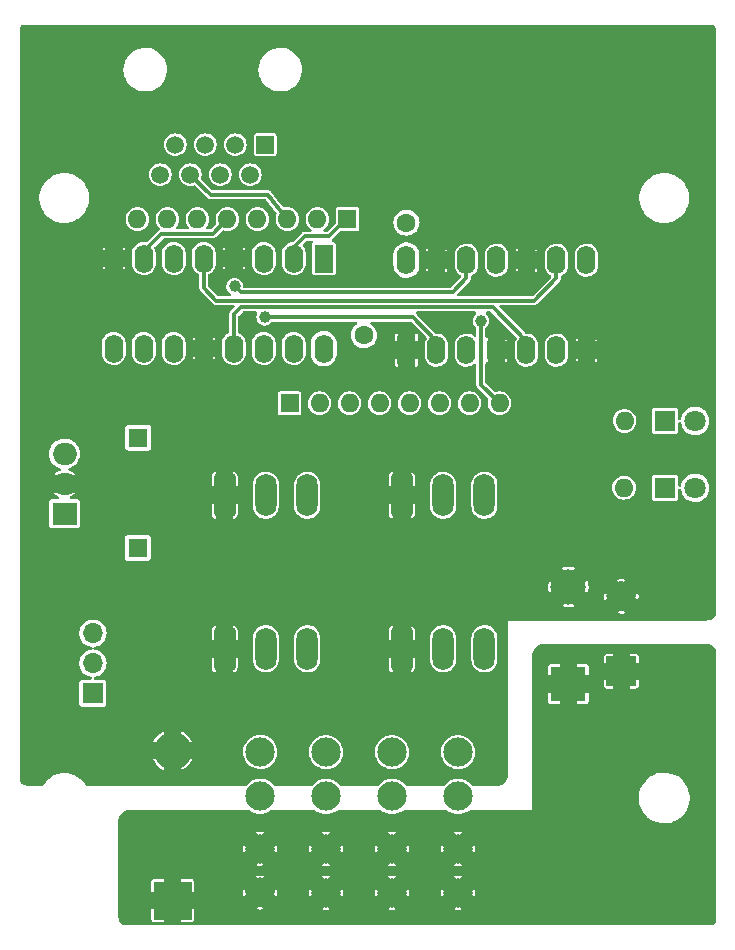
<source format=gbr>
%TF.GenerationSoftware,KiCad,Pcbnew,(6.0.7)*%
%TF.CreationDate,2022-08-24T09:36:38-04:00*%
%TF.ProjectId,Receiver_Out,52656365-6976-4657-925f-4f75742e6b69,v1*%
%TF.SameCoordinates,Original*%
%TF.FileFunction,Copper,L2,Bot*%
%TF.FilePolarity,Positive*%
%FSLAX46Y46*%
G04 Gerber Fmt 4.6, Leading zero omitted, Abs format (unit mm)*
G04 Created by KiCad (PCBNEW (6.0.7)) date 2022-08-24 09:36:38*
%MOMM*%
%LPD*%
G01*
G04 APERTURE LIST*
G04 Aperture macros list*
%AMRoundRect*
0 Rectangle with rounded corners*
0 $1 Rounding radius*
0 $2 $3 $4 $5 $6 $7 $8 $9 X,Y pos of 4 corners*
0 Add a 4 corners polygon primitive as box body*
4,1,4,$2,$3,$4,$5,$6,$7,$8,$9,$2,$3,0*
0 Add four circle primitives for the rounded corners*
1,1,$1+$1,$2,$3*
1,1,$1+$1,$4,$5*
1,1,$1+$1,$6,$7*
1,1,$1+$1,$8,$9*
0 Add four rect primitives between the rounded corners*
20,1,$1+$1,$2,$3,$4,$5,0*
20,1,$1+$1,$4,$5,$6,$7,0*
20,1,$1+$1,$6,$7,$8,$9,0*
20,1,$1+$1,$8,$9,$2,$3,0*%
G04 Aperture macros list end*
%TA.AperFunction,ComponentPad*%
%ADD10C,1.600000*%
%TD*%
%TA.AperFunction,ComponentPad*%
%ADD11R,2.500000X2.500000*%
%TD*%
%TA.AperFunction,ComponentPad*%
%ADD12C,2.500000*%
%TD*%
%TA.AperFunction,ComponentPad*%
%ADD13R,1.600000X2.400000*%
%TD*%
%TA.AperFunction,ComponentPad*%
%ADD14O,1.600000X2.400000*%
%TD*%
%TA.AperFunction,ComponentPad*%
%ADD15RoundRect,0.250000X-0.650000X-1.550000X0.650000X-1.550000X0.650000X1.550000X-0.650000X1.550000X0*%
%TD*%
%TA.AperFunction,ComponentPad*%
%ADD16O,1.800000X3.600000*%
%TD*%
%TA.AperFunction,ComponentPad*%
%ADD17R,3.000000X3.000000*%
%TD*%
%TA.AperFunction,ComponentPad*%
%ADD18C,3.000000*%
%TD*%
%TA.AperFunction,ComponentPad*%
%ADD19R,1.600000X1.600000*%
%TD*%
%TA.AperFunction,ComponentPad*%
%ADD20O,1.600000X1.600000*%
%TD*%
%TA.AperFunction,ComponentPad*%
%ADD21C,2.475000*%
%TD*%
%TA.AperFunction,ComponentPad*%
%ADD22R,1.700000X1.700000*%
%TD*%
%TA.AperFunction,ComponentPad*%
%ADD23O,1.700000X1.700000*%
%TD*%
%TA.AperFunction,ComponentPad*%
%ADD24R,2.000000X1.905000*%
%TD*%
%TA.AperFunction,ComponentPad*%
%ADD25O,2.000000X1.905000*%
%TD*%
%TA.AperFunction,ComponentPad*%
%ADD26R,3.200000X3.200000*%
%TD*%
%TA.AperFunction,ComponentPad*%
%ADD27O,3.200000X3.200000*%
%TD*%
%TA.AperFunction,ComponentPad*%
%ADD28R,1.800000X1.800000*%
%TD*%
%TA.AperFunction,ComponentPad*%
%ADD29C,1.800000*%
%TD*%
%TA.AperFunction,ComponentPad*%
%ADD30R,1.500000X1.500000*%
%TD*%
%TA.AperFunction,ComponentPad*%
%ADD31C,1.500000*%
%TD*%
%TA.AperFunction,ViaPad*%
%ADD32C,1.000000*%
%TD*%
%TA.AperFunction,Conductor*%
%ADD33C,0.350000*%
%TD*%
G04 APERTURE END LIST*
D10*
%TO.P,C3,1*%
%TO.N,+5V*%
X-99416200Y36085700D03*
%TO.P,C3,2*%
%TO.N,GND*%
X-94416200Y36085700D03*
%TD*%
D11*
%TO.P,J5,1*%
%TO.N,VIN1*%
X-81216200Y-1914300D03*
D12*
%TO.P,J5,2*%
%TO.N,GND*%
X-81216200Y4435700D03*
%TD*%
D13*
%TO.P,U1,1*%
%TO.N,GND*%
X-99416200Y25285700D03*
D14*
%TO.P,U1,2*%
%TO.N,OUT17*%
X-96876200Y25285700D03*
%TO.P,U1,3*%
%TO.N,Net-(RN1-Pad2)*%
X-94336200Y25285700D03*
%TO.P,U1,4*%
%TO.N,GND*%
X-91796200Y25285700D03*
%TO.P,U1,5*%
%TO.N,OUT18*%
X-89256200Y25285700D03*
%TO.P,U1,6*%
%TO.N,Net-(RN1-Pad4)*%
X-86716200Y25285700D03*
%TO.P,U1,7*%
%TO.N,GND*%
X-84176200Y25285700D03*
%TO.P,U1,8*%
%TO.N,Net-(RN1-Pad6)*%
X-84176200Y32905700D03*
%TO.P,U1,9*%
%TO.N,OUT19*%
X-86716200Y32905700D03*
%TO.P,U1,10*%
%TO.N,GND*%
X-89256200Y32905700D03*
%TO.P,U1,11*%
%TO.N,Net-(RN1-Pad8)*%
X-91796200Y32905700D03*
%TO.P,U1,12*%
%TO.N,OUT20*%
X-94336200Y32905700D03*
%TO.P,U1,13*%
%TO.N,GND*%
X-96876200Y32905700D03*
%TO.P,U1,14*%
%TO.N,+5V*%
X-99416200Y32905700D03*
%TD*%
D15*
%TO.P,J2,1*%
%TO.N,GND*%
X-114817200Y3500D03*
D16*
%TO.P,J2,2*%
%TO.N,/Outputs/DOUT2*%
X-111317200Y3500D03*
%TO.P,J2,3*%
%TO.N,/Outputs/VOUT2*%
X-107817200Y3500D03*
%TD*%
D15*
%TO.P,J4,1*%
%TO.N,GND*%
X-99817200Y3500D03*
D16*
%TO.P,J4,2*%
%TO.N,/Outputs/DOUT4*%
X-96317200Y3500D03*
%TO.P,J4,3*%
%TO.N,/Outputs/VOUT4*%
X-92817200Y3500D03*
%TD*%
D15*
%TO.P,J3,1*%
%TO.N,GND*%
X-99817200Y13003500D03*
D16*
%TO.P,J3,2*%
%TO.N,/Outputs/DOUT3*%
X-96317200Y13003500D03*
%TO.P,J3,3*%
%TO.N,/Outputs/VOUT3*%
X-92817200Y13003500D03*
%TD*%
D15*
%TO.P,J1,1*%
%TO.N,GND*%
X-114817200Y13003500D03*
D16*
%TO.P,J1,2*%
%TO.N,/Outputs/DOUT1*%
X-111317200Y13003500D03*
%TO.P,J1,3*%
%TO.N,/Outputs/VOUT1*%
X-107817200Y13003500D03*
%TD*%
D17*
%TO.P,TB1,1*%
%TO.N,VIN1*%
X-85702400Y-3012260D03*
D18*
%TO.P,TB1,2*%
%TO.N,GND*%
X-85702400Y5237660D03*
%TD*%
D19*
%TO.P,RN1,1*%
%TO.N,/Outputs/DOUT1*%
X-109316200Y20789900D03*
D20*
%TO.P,RN1,2*%
%TO.N,Net-(RN1-Pad2)*%
X-106776200Y20789900D03*
%TO.P,RN1,3*%
%TO.N,/Outputs/DOUT2*%
X-104236200Y20789900D03*
%TO.P,RN1,4*%
%TO.N,Net-(RN1-Pad4)*%
X-101696200Y20789900D03*
%TO.P,RN1,5*%
%TO.N,/Outputs/DOUT3*%
X-99156200Y20789900D03*
%TO.P,RN1,6*%
%TO.N,Net-(RN1-Pad6)*%
X-96616200Y20789900D03*
%TO.P,RN1,7*%
%TO.N,/Outputs/DOUT4*%
X-94076200Y20789900D03*
%TO.P,RN1,8*%
%TO.N,Net-(RN1-Pad8)*%
X-91536200Y20789900D03*
%TD*%
D21*
%TO.P,F2,1_1*%
%TO.N,VIN1*%
X-106220200Y-20650100D03*
%TO.P,F2,1_2*%
X-106220200Y-16950100D03*
%TO.P,F2,2_1*%
%TO.N,/Outputs/VOUT2*%
X-106220200Y-12450100D03*
%TO.P,F2,2_2*%
X-106220200Y-8750100D03*
%TD*%
%TO.P,F4,1_1*%
%TO.N,VIN1*%
X-95044200Y-20650100D03*
%TO.P,F4,1_2*%
X-95044200Y-16950100D03*
%TO.P,F4,2_1*%
%TO.N,/Outputs/VOUT4*%
X-95044200Y-12450100D03*
%TO.P,F4,2_2*%
X-95044200Y-8750100D03*
%TD*%
%TO.P,F1,1_1*%
%TO.N,VIN1*%
X-111808200Y-20635100D03*
%TO.P,F1,1_2*%
X-111808200Y-16935100D03*
%TO.P,F1,2_1*%
%TO.N,/Outputs/VOUT1*%
X-111808200Y-12435100D03*
%TO.P,F1,2_2*%
X-111808200Y-8735100D03*
%TD*%
%TO.P,F3,1_1*%
%TO.N,VIN1*%
X-100632200Y-20650100D03*
%TO.P,F3,1_2*%
X-100632200Y-16950100D03*
%TO.P,F3,2_1*%
%TO.N,/Outputs/VOUT3*%
X-100632200Y-12450100D03*
%TO.P,F3,2_2*%
X-100632200Y-8750100D03*
%TD*%
D19*
%TO.P,C1,1*%
%TO.N,/PWR*%
X-122166200Y8535700D03*
D10*
%TO.P,C1,2*%
%TO.N,GND*%
X-122166200Y10535700D03*
%TD*%
%TO.P,C4,1*%
%TO.N,+5V*%
X-103016200Y26535700D03*
%TO.P,C4,2*%
%TO.N,GND*%
X-103016200Y31535700D03*
%TD*%
D22*
%TO.P,J6,1*%
%TO.N,/PWR*%
X-125966200Y-3764300D03*
D23*
%TO.P,J6,2*%
%TO.N,VIN1*%
X-125966200Y-1224300D03*
%TO.P,J6,3*%
%TO.N,+5V*%
X-125966200Y1315700D03*
%TD*%
D19*
%TO.P,RN2,1*%
%TO.N,/Diff In/Serial1_P*%
X-104416200Y36385700D03*
D20*
%TO.P,RN2,2*%
%TO.N,/Diff In/Serial1_N*%
X-106956200Y36385700D03*
%TO.P,RN2,3*%
%TO.N,/Diff In/Serial2_N*%
X-109496200Y36385700D03*
%TO.P,RN2,4*%
%TO.N,/Diff In/Serial2_P*%
X-112036200Y36385700D03*
%TO.P,RN2,5*%
%TO.N,/Diff In/Serial3_N*%
X-114576200Y36385700D03*
%TO.P,RN2,6*%
%TO.N,/Diff In/Serial3_P*%
X-117116200Y36385700D03*
%TO.P,RN2,7*%
%TO.N,/Diff In/Serial4_P*%
X-119656200Y36385700D03*
%TO.P,RN2,8*%
%TO.N,/Diff In/Serial4_N*%
X-122196200Y36385700D03*
%TD*%
D24*
%TO.P,U2,1*%
%TO.N,/PWR*%
X-128366200Y11435700D03*
D25*
%TO.P,U2,2*%
%TO.N,GND*%
X-128366200Y13975700D03*
%TO.P,U2,3*%
%TO.N,+5V*%
X-128366200Y16515700D03*
%TD*%
D19*
%TO.P,C2,1*%
%TO.N,+5V*%
X-122116200Y17885700D03*
D10*
%TO.P,C2,2*%
%TO.N,GND*%
X-122116200Y15885700D03*
%TD*%
D26*
%TO.P,D1,1*%
%TO.N,VIN1*%
X-119216200Y-21314300D03*
D27*
%TO.P,D1,2*%
%TO.N,GND*%
X-119216200Y-8614300D03*
%TD*%
D10*
%TO.P,R1,1*%
%TO.N,GND*%
X-88616200Y13635700D03*
D20*
%TO.P,R1,2*%
%TO.N,Net-(D2-Pad1)*%
X-80996200Y13635700D03*
%TD*%
D28*
%TO.P,D3,1*%
%TO.N,Net-(D3-Pad1)*%
X-77516200Y19285700D03*
D29*
%TO.P,D3,2*%
%TO.N,+5V*%
X-74976200Y19285700D03*
%TD*%
D10*
%TO.P,R2,1*%
%TO.N,GND*%
X-88566200Y19285700D03*
D20*
%TO.P,R2,2*%
%TO.N,Net-(D3-Pad1)*%
X-80946200Y19285700D03*
%TD*%
D28*
%TO.P,D2,1*%
%TO.N,Net-(D2-Pad1)*%
X-77516200Y13635700D03*
D29*
%TO.P,D2,2*%
%TO.N,VIN1*%
X-74976200Y13635700D03*
%TD*%
D30*
%TO.P,J7,1*%
%TO.N,/Diff In/Serial1_P*%
X-111366200Y42685700D03*
D31*
%TO.P,J7,2*%
%TO.N,/Diff In/Serial1_N*%
X-112636200Y40145700D03*
%TO.P,J7,3*%
%TO.N,/Diff In/Serial2_P*%
X-113906200Y42685700D03*
%TO.P,J7,4*%
%TO.N,/Diff In/Serial3_N*%
X-115176200Y40145700D03*
%TO.P,J7,5*%
%TO.N,/Diff In/Serial3_P*%
X-116446200Y42685700D03*
%TO.P,J7,6*%
%TO.N,/Diff In/Serial2_N*%
X-117716200Y40145700D03*
%TO.P,J7,7*%
%TO.N,/Diff In/Serial4_P*%
X-118986200Y42685700D03*
%TO.P,J7,8*%
%TO.N,/Diff In/Serial4_N*%
X-120256200Y40145700D03*
%TD*%
D13*
%TO.P,U3,1*%
%TO.N,/Diff In/Serial1_N*%
X-106416200Y33035700D03*
D14*
%TO.P,U3,2*%
%TO.N,/Diff In/Serial1_P*%
X-108956200Y33035700D03*
%TO.P,U3,3*%
%TO.N,OUT17*%
X-111496200Y33035700D03*
%TO.P,U3,4*%
%TO.N,GND*%
X-114036200Y33035700D03*
%TO.P,U3,5*%
%TO.N,OUT19*%
X-116576200Y33035700D03*
%TO.P,U3,6*%
%TO.N,/Diff In/Serial3_P*%
X-119116200Y33035700D03*
%TO.P,U3,7*%
%TO.N,/Diff In/Serial3_N*%
X-121656200Y33035700D03*
%TO.P,U3,8*%
%TO.N,GND*%
X-124196200Y33035700D03*
%TO.P,U3,9*%
%TO.N,/Diff In/Serial4_N*%
X-124196200Y25415700D03*
%TO.P,U3,10*%
%TO.N,/Diff In/Serial4_P*%
X-121656200Y25415700D03*
%TO.P,U3,11*%
%TO.N,OUT20*%
X-119116200Y25415700D03*
%TO.P,U3,12*%
%TO.N,GND*%
X-116576200Y25415700D03*
%TO.P,U3,13*%
%TO.N,OUT18*%
X-114036200Y25415700D03*
%TO.P,U3,14*%
%TO.N,/Diff In/Serial2_P*%
X-111496200Y25415700D03*
%TO.P,U3,15*%
%TO.N,/Diff In/Serial2_N*%
X-108956200Y25415700D03*
%TO.P,U3,16*%
%TO.N,+5V*%
X-106416200Y25415700D03*
%TD*%
D32*
%TO.N,Net-(RN1-Pad8)*%
X-93116200Y27785700D03*
%TO.N,OUT20*%
X-113966200Y30685700D03*
%TO.N,OUT17*%
X-111416200Y28060679D03*
%TD*%
D33*
%TO.N,Net-(RN1-Pad8)*%
X-93116200Y22369900D02*
X-91536200Y20789900D01*
X-93116200Y27785700D02*
X-93116200Y22369900D01*
%TO.N,OUT20*%
X-95506199Y30185701D02*
X-113466201Y30185701D01*
X-113466201Y30185701D02*
X-113966200Y30685700D01*
X-94336200Y32905700D02*
X-94336200Y31355700D01*
X-94336200Y31355700D02*
X-95506199Y30185701D01*
%TO.N,OUT19*%
X-86716200Y32905700D02*
X-86716200Y31355700D01*
X-88586200Y29485700D02*
X-115516200Y29485700D01*
X-116576200Y31485700D02*
X-116576200Y33035700D01*
X-86716200Y31355700D02*
X-88586200Y29485700D01*
X-116576200Y30545700D02*
X-116576200Y31485700D01*
X-115516200Y29485700D02*
X-116576200Y30545700D01*
%TO.N,OUT18*%
X-92106189Y28935689D02*
X-89256200Y26085700D01*
X-114036200Y28315700D02*
X-113416211Y28935689D01*
X-114036200Y25415700D02*
X-114036200Y28315700D01*
X-113416211Y28935689D02*
X-92106189Y28935689D01*
%TO.N,OUT17*%
X-110709094Y28060679D02*
X-111416200Y28060679D01*
X-98851179Y28060679D02*
X-110709094Y28060679D01*
X-96876200Y26085700D02*
X-98851179Y28060679D01*
%TO.N,/Diff In/Serial2_N*%
X-111166200Y38435700D02*
X-109496200Y36385700D01*
X-117716200Y40145700D02*
X-116006200Y38435700D01*
X-116006200Y38435700D02*
X-111166200Y38435700D01*
%TO.N,/Diff In/Serial3_N*%
X-121656200Y33645700D02*
X-121656200Y33035700D01*
X-114576200Y36385700D02*
X-115826200Y35135700D01*
X-115826200Y35135700D02*
X-120166200Y35135700D01*
X-120166200Y35135700D02*
X-121656200Y33645700D01*
%TO.N,/Diff In/Serial1_P*%
X-104416200Y36385700D02*
X-104516200Y36385700D01*
X-105966200Y34935700D02*
X-108016200Y34935700D01*
X-108956200Y33995700D02*
X-108956200Y33035700D01*
X-108016200Y34935700D02*
X-108956200Y33995700D01*
X-104516200Y36385700D02*
X-105966200Y34935700D01*
%TD*%
%TA.AperFunction,Conductor*%
%TO.N,GND*%
G36*
X-112289138Y52836523D02*
G01*
X-73491771Y52835215D01*
X-73423653Y52815212D01*
X-73411843Y52806615D01*
X-73343686Y52750679D01*
X-73326221Y52733214D01*
X-73270301Y52665076D01*
X-73242547Y52599729D01*
X-73241700Y52585142D01*
X-73241700Y2836258D01*
X-73261702Y2768137D01*
X-73270301Y2756324D01*
X-73326223Y2688183D01*
X-73343685Y2670721D01*
X-73476042Y2562099D01*
X-73496569Y2548383D01*
X-73588783Y2499093D01*
X-73647571Y2467671D01*
X-73670390Y2458218D01*
X-73834243Y2408515D01*
X-73858460Y2403699D01*
X-74035037Y2386307D01*
X-74047387Y2385700D01*
X-90816200Y2385700D01*
X-90816200Y-10608113D01*
X-90816807Y-10620463D01*
X-90825767Y-10711439D01*
X-90834198Y-10797037D01*
X-90839015Y-10821257D01*
X-90888718Y-10985109D01*
X-90898171Y-11007929D01*
X-90903022Y-11017005D01*
X-90957171Y-11118312D01*
X-90978881Y-11158928D01*
X-90992599Y-11179458D01*
X-91101226Y-11311821D01*
X-91118679Y-11329274D01*
X-91251042Y-11437901D01*
X-91271569Y-11451617D01*
X-91363783Y-11500907D01*
X-91422571Y-11532329D01*
X-91445390Y-11541782D01*
X-91609243Y-11591485D01*
X-91633460Y-11596301D01*
X-91810037Y-11613693D01*
X-91822387Y-11614300D01*
X-93805174Y-11614300D01*
X-93873295Y-11594298D01*
X-93900526Y-11569288D01*
X-93900983Y-11569704D01*
X-94056650Y-11398628D01*
X-94060125Y-11394809D01*
X-94245696Y-11248255D01*
X-94452711Y-11133976D01*
X-94573233Y-11091297D01*
X-94670735Y-11056769D01*
X-94670739Y-11056768D01*
X-94675610Y-11055043D01*
X-94680703Y-11054136D01*
X-94680706Y-11054135D01*
X-94903319Y-11014482D01*
X-94903325Y-11014481D01*
X-94908408Y-11013576D01*
X-94999338Y-11012465D01*
X-95139685Y-11010750D01*
X-95139687Y-11010750D01*
X-95144854Y-11010687D01*
X-95280569Y-11031454D01*
X-95373487Y-11045672D01*
X-95373490Y-11045673D01*
X-95378596Y-11046454D01*
X-95410154Y-11056769D01*
X-95598444Y-11118312D01*
X-95598446Y-11118313D01*
X-95603357Y-11119918D01*
X-95607946Y-11122307D01*
X-95773026Y-11208242D01*
X-95813102Y-11229104D01*
X-95817235Y-11232207D01*
X-95817238Y-11232209D01*
X-95998063Y-11367976D01*
X-96002198Y-11371081D01*
X-96165566Y-11542036D01*
X-96177347Y-11559306D01*
X-96232254Y-11604306D01*
X-96281433Y-11614300D01*
X-99393174Y-11614300D01*
X-99461295Y-11594298D01*
X-99488526Y-11569288D01*
X-99488983Y-11569704D01*
X-99644650Y-11398628D01*
X-99648125Y-11394809D01*
X-99833696Y-11248255D01*
X-100040711Y-11133976D01*
X-100161233Y-11091297D01*
X-100258735Y-11056769D01*
X-100258739Y-11056768D01*
X-100263610Y-11055043D01*
X-100268703Y-11054136D01*
X-100268706Y-11054135D01*
X-100491319Y-11014482D01*
X-100491325Y-11014481D01*
X-100496408Y-11013576D01*
X-100587338Y-11012465D01*
X-100727685Y-11010750D01*
X-100727687Y-11010750D01*
X-100732854Y-11010687D01*
X-100868569Y-11031454D01*
X-100961487Y-11045672D01*
X-100961490Y-11045673D01*
X-100966596Y-11046454D01*
X-100998154Y-11056769D01*
X-101186444Y-11118312D01*
X-101186446Y-11118313D01*
X-101191357Y-11119918D01*
X-101195946Y-11122307D01*
X-101361026Y-11208242D01*
X-101401102Y-11229104D01*
X-101405235Y-11232207D01*
X-101405238Y-11232209D01*
X-101586063Y-11367976D01*
X-101590198Y-11371081D01*
X-101753566Y-11542036D01*
X-101765347Y-11559306D01*
X-101820254Y-11604306D01*
X-101869433Y-11614300D01*
X-104981174Y-11614300D01*
X-105049295Y-11594298D01*
X-105076526Y-11569288D01*
X-105076983Y-11569704D01*
X-105232650Y-11398628D01*
X-105236125Y-11394809D01*
X-105421696Y-11248255D01*
X-105628711Y-11133976D01*
X-105749233Y-11091297D01*
X-105846735Y-11056769D01*
X-105846739Y-11056768D01*
X-105851610Y-11055043D01*
X-105856703Y-11054136D01*
X-105856706Y-11054135D01*
X-106079319Y-11014482D01*
X-106079325Y-11014481D01*
X-106084408Y-11013576D01*
X-106175338Y-11012465D01*
X-106315685Y-11010750D01*
X-106315687Y-11010750D01*
X-106320854Y-11010687D01*
X-106456569Y-11031454D01*
X-106549487Y-11045672D01*
X-106549490Y-11045673D01*
X-106554596Y-11046454D01*
X-106586154Y-11056769D01*
X-106774444Y-11118312D01*
X-106774446Y-11118313D01*
X-106779357Y-11119918D01*
X-106783946Y-11122307D01*
X-106949026Y-11208242D01*
X-106989102Y-11229104D01*
X-106993235Y-11232207D01*
X-106993238Y-11232209D01*
X-107174063Y-11367976D01*
X-107178198Y-11371081D01*
X-107341566Y-11542036D01*
X-107353347Y-11559306D01*
X-107408254Y-11604306D01*
X-107457433Y-11614300D01*
X-110557874Y-11614300D01*
X-110625995Y-11594298D01*
X-110658020Y-11562368D01*
X-110659022Y-11563139D01*
X-110662175Y-11559044D01*
X-110664983Y-11554704D01*
X-110824125Y-11379809D01*
X-111009696Y-11233255D01*
X-111216711Y-11118976D01*
X-111397251Y-11055043D01*
X-111434735Y-11041769D01*
X-111434739Y-11041768D01*
X-111439610Y-11040043D01*
X-111444703Y-11039136D01*
X-111444706Y-11039135D01*
X-111667319Y-10999482D01*
X-111667325Y-10999481D01*
X-111672408Y-10998576D01*
X-111763338Y-10997465D01*
X-111903685Y-10995750D01*
X-111903687Y-10995750D01*
X-111908854Y-10995687D01*
X-112048170Y-11017005D01*
X-112137487Y-11030672D01*
X-112137490Y-11030673D01*
X-112142596Y-11031454D01*
X-112248334Y-11066015D01*
X-112362444Y-11103312D01*
X-112362446Y-11103313D01*
X-112367357Y-11104918D01*
X-112423177Y-11133976D01*
X-112571523Y-11211200D01*
X-112577102Y-11214104D01*
X-112581235Y-11217207D01*
X-112581238Y-11217209D01*
X-112762063Y-11352976D01*
X-112766198Y-11356081D01*
X-112929566Y-11527036D01*
X-112948440Y-11554704D01*
X-112951579Y-11559306D01*
X-113006492Y-11604308D01*
X-113055667Y-11614300D01*
X-126478435Y-11614300D01*
X-126546556Y-11594298D01*
X-126586550Y-11553007D01*
X-126657346Y-11434715D01*
X-126836415Y-11211200D01*
X-127000970Y-11055043D01*
X-127041053Y-11017005D01*
X-127041056Y-11017003D01*
X-127044162Y-11014055D01*
X-127276743Y-10846929D01*
X-127529853Y-10712914D01*
X-127798810Y-10614490D01*
X-128078636Y-10553478D01*
X-128121811Y-10550080D01*
X-128300797Y-10535993D01*
X-128300804Y-10535993D01*
X-128303253Y-10535800D01*
X-128458192Y-10535800D01*
X-128460328Y-10535946D01*
X-128460339Y-10535946D01*
X-128667660Y-10550080D01*
X-128667666Y-10550081D01*
X-128671937Y-10550372D01*
X-128676132Y-10551241D01*
X-128676134Y-10551241D01*
X-128812162Y-10579411D01*
X-128952386Y-10608450D01*
X-129222358Y-10704052D01*
X-129226167Y-10706018D01*
X-129402513Y-10797037D01*
X-129476858Y-10835409D01*
X-129480359Y-10837870D01*
X-129480363Y-10837872D01*
X-129707671Y-10997627D01*
X-129707677Y-10997632D01*
X-129711176Y-11000091D01*
X-129920976Y-11195049D01*
X-129923690Y-11198365D01*
X-129923693Y-11198368D01*
X-129962479Y-11245755D01*
X-130102377Y-11416677D01*
X-130184619Y-11550884D01*
X-130186611Y-11554135D01*
X-130239259Y-11601766D01*
X-130294044Y-11614300D01*
X-131360013Y-11614300D01*
X-131372363Y-11613693D01*
X-131548940Y-11596301D01*
X-131573157Y-11591485D01*
X-131737010Y-11541782D01*
X-131759829Y-11532329D01*
X-131818617Y-11500907D01*
X-131910831Y-11451617D01*
X-131931358Y-11437901D01*
X-132063715Y-11329279D01*
X-132081177Y-11311817D01*
X-132138074Y-11242488D01*
X-132165828Y-11177141D01*
X-132166675Y-11162564D01*
X-132166678Y-11117249D01*
X-132166815Y-9370911D01*
X-120852486Y-9370911D01*
X-120851454Y-9374046D01*
X-120740775Y-9580031D01*
X-120735764Y-9587897D01*
X-120581278Y-9794779D01*
X-120575172Y-9801803D01*
X-120391801Y-9983581D01*
X-120384719Y-9989630D01*
X-120176503Y-10142300D01*
X-120168584Y-10147248D01*
X-119982234Y-10245291D01*
X-119968408Y-10248076D01*
X-119966671Y-10245680D01*
X-119966200Y-10242946D01*
X-119966200Y-10233146D01*
X-118466200Y-10233146D01*
X-118462227Y-10246677D01*
X-118457209Y-10247398D01*
X-118387016Y-10217241D01*
X-118378744Y-10212934D01*
X-118159193Y-10077072D01*
X-118151655Y-10071596D01*
X-117954592Y-9904770D01*
X-117947947Y-9898240D01*
X-117777707Y-9704119D01*
X-117772095Y-9696671D01*
X-117632419Y-9479520D01*
X-117627976Y-9471336D01*
X-117587200Y-9380817D01*
X-117585265Y-9366848D01*
X-117589275Y-9364300D01*
X-118448085Y-9364300D01*
X-118463324Y-9368775D01*
X-118464529Y-9370165D01*
X-118466200Y-9377848D01*
X-118466200Y-10233146D01*
X-119966200Y-10233146D01*
X-119966200Y-9382415D01*
X-119970675Y-9367176D01*
X-119972065Y-9365971D01*
X-119979748Y-9364300D01*
X-120838576Y-9364300D01*
X-120852107Y-9368273D01*
X-120852486Y-9370911D01*
X-132166815Y-9370911D01*
X-132166867Y-8699846D01*
X-113250697Y-8699846D01*
X-113250400Y-8704999D01*
X-113250400Y-8705002D01*
X-113244409Y-8808909D01*
X-113237086Y-8935917D01*
X-113235949Y-8940963D01*
X-113235948Y-8940969D01*
X-113233706Y-8950917D01*
X-113185100Y-9166594D01*
X-113183158Y-9171376D01*
X-113183157Y-9171380D01*
X-113103207Y-9368273D01*
X-113096137Y-9385684D01*
X-112972586Y-9587301D01*
X-112817764Y-9766033D01*
X-112635830Y-9917077D01*
X-112431669Y-10036379D01*
X-112210764Y-10120735D01*
X-112205698Y-10121766D01*
X-112205697Y-10121766D01*
X-112150252Y-10133046D01*
X-111979048Y-10167878D01*
X-111845848Y-10172762D01*
X-111747908Y-10176354D01*
X-111747904Y-10176354D01*
X-111742744Y-10176543D01*
X-111737624Y-10175887D01*
X-111737622Y-10175887D01*
X-111664627Y-10166536D01*
X-111508198Y-10146497D01*
X-111503247Y-10145012D01*
X-111503244Y-10145011D01*
X-111411752Y-10117562D01*
X-111281709Y-10078547D01*
X-111069359Y-9974517D01*
X-111065155Y-9971519D01*
X-111065151Y-9971516D01*
X-110962422Y-9898240D01*
X-110876851Y-9837203D01*
X-110709355Y-9670290D01*
X-110663304Y-9606204D01*
X-110574387Y-9482464D01*
X-110574383Y-9482458D01*
X-110571369Y-9478263D01*
X-110515045Y-9364300D01*
X-110468893Y-9270919D01*
X-110468892Y-9270917D01*
X-110466599Y-9266277D01*
X-110397859Y-9040026D01*
X-110384153Y-8935917D01*
X-110367432Y-8808909D01*
X-110367432Y-8808903D01*
X-110366995Y-8805587D01*
X-110365721Y-8753464D01*
X-110365354Y-8738464D01*
X-110365354Y-8738460D01*
X-110365272Y-8735100D01*
X-110366937Y-8714846D01*
X-107662697Y-8714846D01*
X-107662400Y-8719999D01*
X-107662400Y-8720002D01*
X-107656409Y-8823909D01*
X-107649086Y-8950917D01*
X-107647949Y-8955963D01*
X-107647948Y-8955969D01*
X-107629004Y-9040026D01*
X-107597100Y-9181594D01*
X-107595158Y-9186376D01*
X-107595157Y-9186380D01*
X-107520227Y-9370911D01*
X-107508137Y-9400684D01*
X-107384586Y-9602301D01*
X-107229764Y-9781033D01*
X-107047830Y-9932077D01*
X-106843669Y-10051379D01*
X-106622764Y-10135735D01*
X-106617698Y-10136766D01*
X-106617697Y-10136766D01*
X-106590496Y-10142300D01*
X-106391048Y-10182878D01*
X-106257848Y-10187762D01*
X-106159908Y-10191354D01*
X-106159904Y-10191354D01*
X-106154744Y-10191543D01*
X-106149624Y-10190887D01*
X-106149622Y-10190887D01*
X-106037651Y-10176543D01*
X-105920198Y-10161497D01*
X-105915247Y-10160012D01*
X-105915244Y-10160011D01*
X-105787768Y-10121766D01*
X-105693709Y-10093547D01*
X-105660079Y-10077072D01*
X-105486001Y-9991791D01*
X-105481359Y-9989517D01*
X-105477155Y-9986519D01*
X-105477151Y-9986516D01*
X-105383461Y-9919687D01*
X-105288851Y-9852203D01*
X-105121355Y-9685290D01*
X-105107558Y-9666090D01*
X-104986387Y-9497464D01*
X-104986383Y-9497458D01*
X-104983369Y-9493263D01*
X-104920457Y-9365971D01*
X-104880893Y-9285919D01*
X-104880892Y-9285917D01*
X-104878599Y-9281277D01*
X-104809859Y-9055026D01*
X-104796153Y-8950917D01*
X-104779432Y-8823909D01*
X-104779432Y-8823903D01*
X-104778995Y-8820587D01*
X-104778913Y-8817234D01*
X-104777354Y-8753464D01*
X-104777354Y-8753460D01*
X-104777272Y-8750100D01*
X-104780170Y-8714846D01*
X-102074697Y-8714846D01*
X-102074400Y-8719999D01*
X-102074400Y-8720002D01*
X-102068409Y-8823909D01*
X-102061086Y-8950917D01*
X-102059949Y-8955963D01*
X-102059948Y-8955969D01*
X-102041004Y-9040026D01*
X-102009100Y-9181594D01*
X-102007158Y-9186376D01*
X-102007157Y-9186380D01*
X-101932227Y-9370911D01*
X-101920137Y-9400684D01*
X-101796586Y-9602301D01*
X-101641764Y-9781033D01*
X-101459830Y-9932077D01*
X-101255669Y-10051379D01*
X-101034764Y-10135735D01*
X-101029698Y-10136766D01*
X-101029697Y-10136766D01*
X-101002496Y-10142300D01*
X-100803048Y-10182878D01*
X-100669848Y-10187762D01*
X-100571908Y-10191354D01*
X-100571904Y-10191354D01*
X-100566744Y-10191543D01*
X-100561624Y-10190887D01*
X-100561622Y-10190887D01*
X-100449651Y-10176543D01*
X-100332198Y-10161497D01*
X-100327247Y-10160012D01*
X-100327244Y-10160011D01*
X-100199768Y-10121766D01*
X-100105709Y-10093547D01*
X-100072079Y-10077072D01*
X-99898001Y-9991791D01*
X-99893359Y-9989517D01*
X-99889155Y-9986519D01*
X-99889151Y-9986516D01*
X-99795461Y-9919687D01*
X-99700851Y-9852203D01*
X-99533355Y-9685290D01*
X-99519558Y-9666090D01*
X-99398387Y-9497464D01*
X-99398383Y-9497458D01*
X-99395369Y-9493263D01*
X-99332457Y-9365971D01*
X-99292893Y-9285919D01*
X-99292892Y-9285917D01*
X-99290599Y-9281277D01*
X-99221859Y-9055026D01*
X-99208153Y-8950917D01*
X-99191432Y-8823909D01*
X-99191432Y-8823903D01*
X-99190995Y-8820587D01*
X-99190913Y-8817234D01*
X-99189354Y-8753464D01*
X-99189354Y-8753460D01*
X-99189272Y-8750100D01*
X-99192170Y-8714846D01*
X-96486697Y-8714846D01*
X-96486400Y-8719999D01*
X-96486400Y-8720002D01*
X-96480409Y-8823909D01*
X-96473086Y-8950917D01*
X-96471949Y-8955963D01*
X-96471948Y-8955969D01*
X-96453004Y-9040026D01*
X-96421100Y-9181594D01*
X-96419158Y-9186376D01*
X-96419157Y-9186380D01*
X-96344227Y-9370911D01*
X-96332137Y-9400684D01*
X-96208586Y-9602301D01*
X-96053764Y-9781033D01*
X-95871830Y-9932077D01*
X-95667669Y-10051379D01*
X-95446764Y-10135735D01*
X-95441698Y-10136766D01*
X-95441697Y-10136766D01*
X-95414496Y-10142300D01*
X-95215048Y-10182878D01*
X-95081848Y-10187762D01*
X-94983908Y-10191354D01*
X-94983904Y-10191354D01*
X-94978744Y-10191543D01*
X-94973624Y-10190887D01*
X-94973622Y-10190887D01*
X-94861651Y-10176543D01*
X-94744198Y-10161497D01*
X-94739247Y-10160012D01*
X-94739244Y-10160011D01*
X-94611768Y-10121766D01*
X-94517709Y-10093547D01*
X-94484079Y-10077072D01*
X-94310001Y-9991791D01*
X-94305359Y-9989517D01*
X-94301155Y-9986519D01*
X-94301151Y-9986516D01*
X-94207461Y-9919687D01*
X-94112851Y-9852203D01*
X-93945355Y-9685290D01*
X-93931558Y-9666090D01*
X-93810387Y-9497464D01*
X-93810383Y-9497458D01*
X-93807369Y-9493263D01*
X-93744457Y-9365971D01*
X-93704893Y-9285919D01*
X-93704892Y-9285917D01*
X-93702599Y-9281277D01*
X-93633859Y-9055026D01*
X-93620153Y-8950917D01*
X-93603432Y-8823909D01*
X-93603432Y-8823903D01*
X-93602995Y-8820587D01*
X-93602913Y-8817234D01*
X-93601354Y-8753464D01*
X-93601354Y-8753460D01*
X-93601272Y-8750100D01*
X-93620647Y-8514432D01*
X-93678253Y-8285094D01*
X-93772543Y-8068243D01*
X-93900983Y-7869704D01*
X-94060125Y-7694809D01*
X-94245696Y-7548255D01*
X-94452711Y-7433976D01*
X-94573233Y-7391297D01*
X-94670735Y-7356769D01*
X-94670739Y-7356768D01*
X-94675610Y-7355043D01*
X-94680703Y-7354136D01*
X-94680706Y-7354135D01*
X-94903319Y-7314482D01*
X-94903325Y-7314481D01*
X-94908408Y-7313576D01*
X-94999338Y-7312465D01*
X-95139685Y-7310750D01*
X-95139687Y-7310750D01*
X-95144854Y-7310687D01*
X-95280569Y-7331454D01*
X-95373487Y-7345672D01*
X-95373490Y-7345673D01*
X-95378596Y-7346454D01*
X-95432302Y-7364008D01*
X-95598444Y-7418312D01*
X-95598446Y-7418313D01*
X-95603357Y-7419918D01*
X-95813102Y-7529104D01*
X-95817235Y-7532207D01*
X-95817238Y-7532209D01*
X-95998063Y-7667976D01*
X-96002198Y-7671081D01*
X-96005770Y-7674819D01*
X-96157072Y-7833148D01*
X-96165566Y-7842036D01*
X-96168480Y-7846308D01*
X-96168481Y-7846309D01*
X-96261296Y-7982370D01*
X-96298819Y-8037377D01*
X-96311128Y-8063895D01*
X-96393732Y-8241852D01*
X-96398378Y-8251860D01*
X-96461570Y-8479722D01*
X-96486697Y-8714846D01*
X-99192170Y-8714846D01*
X-99208647Y-8514432D01*
X-99266253Y-8285094D01*
X-99360543Y-8068243D01*
X-99488983Y-7869704D01*
X-99648125Y-7694809D01*
X-99833696Y-7548255D01*
X-100040711Y-7433976D01*
X-100161233Y-7391297D01*
X-100258735Y-7356769D01*
X-100258739Y-7356768D01*
X-100263610Y-7355043D01*
X-100268703Y-7354136D01*
X-100268706Y-7354135D01*
X-100491319Y-7314482D01*
X-100491325Y-7314481D01*
X-100496408Y-7313576D01*
X-100587338Y-7312465D01*
X-100727685Y-7310750D01*
X-100727687Y-7310750D01*
X-100732854Y-7310687D01*
X-100868569Y-7331454D01*
X-100961487Y-7345672D01*
X-100961490Y-7345673D01*
X-100966596Y-7346454D01*
X-101020302Y-7364008D01*
X-101186444Y-7418312D01*
X-101186446Y-7418313D01*
X-101191357Y-7419918D01*
X-101401102Y-7529104D01*
X-101405235Y-7532207D01*
X-101405238Y-7532209D01*
X-101586063Y-7667976D01*
X-101590198Y-7671081D01*
X-101593770Y-7674819D01*
X-101745072Y-7833148D01*
X-101753566Y-7842036D01*
X-101756480Y-7846308D01*
X-101756481Y-7846309D01*
X-101849296Y-7982370D01*
X-101886819Y-8037377D01*
X-101899128Y-8063895D01*
X-101981732Y-8241852D01*
X-101986378Y-8251860D01*
X-102049570Y-8479722D01*
X-102074697Y-8714846D01*
X-104780170Y-8714846D01*
X-104796647Y-8514432D01*
X-104854253Y-8285094D01*
X-104948543Y-8068243D01*
X-105076983Y-7869704D01*
X-105236125Y-7694809D01*
X-105421696Y-7548255D01*
X-105628711Y-7433976D01*
X-105749233Y-7391297D01*
X-105846735Y-7356769D01*
X-105846739Y-7356768D01*
X-105851610Y-7355043D01*
X-105856703Y-7354136D01*
X-105856706Y-7354135D01*
X-106079319Y-7314482D01*
X-106079325Y-7314481D01*
X-106084408Y-7313576D01*
X-106175338Y-7312465D01*
X-106315685Y-7310750D01*
X-106315687Y-7310750D01*
X-106320854Y-7310687D01*
X-106456569Y-7331454D01*
X-106549487Y-7345672D01*
X-106549490Y-7345673D01*
X-106554596Y-7346454D01*
X-106608302Y-7364008D01*
X-106774444Y-7418312D01*
X-106774446Y-7418313D01*
X-106779357Y-7419918D01*
X-106989102Y-7529104D01*
X-106993235Y-7532207D01*
X-106993238Y-7532209D01*
X-107174063Y-7667976D01*
X-107178198Y-7671081D01*
X-107181770Y-7674819D01*
X-107333072Y-7833148D01*
X-107341566Y-7842036D01*
X-107344480Y-7846308D01*
X-107344481Y-7846309D01*
X-107437296Y-7982370D01*
X-107474819Y-8037377D01*
X-107487128Y-8063895D01*
X-107569732Y-8241852D01*
X-107574378Y-8251860D01*
X-107637570Y-8479722D01*
X-107662697Y-8714846D01*
X-110366937Y-8714846D01*
X-110384647Y-8499432D01*
X-110442253Y-8270094D01*
X-110536543Y-8053243D01*
X-110659856Y-7862629D01*
X-110662175Y-7859044D01*
X-110662177Y-7859041D01*
X-110664983Y-7854704D01*
X-110824125Y-7679809D01*
X-111009696Y-7533255D01*
X-111216711Y-7418976D01*
X-111371935Y-7364008D01*
X-111434735Y-7341769D01*
X-111434739Y-7341768D01*
X-111439610Y-7340043D01*
X-111444703Y-7339136D01*
X-111444706Y-7339135D01*
X-111667319Y-7299482D01*
X-111667325Y-7299481D01*
X-111672408Y-7298576D01*
X-111763338Y-7297465D01*
X-111903685Y-7295750D01*
X-111903687Y-7295750D01*
X-111908854Y-7295687D01*
X-112064035Y-7319433D01*
X-112137487Y-7330672D01*
X-112137490Y-7330673D01*
X-112142596Y-7331454D01*
X-112221647Y-7357292D01*
X-112362444Y-7403312D01*
X-112362446Y-7403313D01*
X-112367357Y-7404918D01*
X-112577102Y-7514104D01*
X-112581235Y-7517207D01*
X-112581238Y-7517209D01*
X-112762063Y-7652976D01*
X-112766198Y-7656081D01*
X-112929566Y-7827036D01*
X-112932480Y-7831308D01*
X-112932481Y-7831309D01*
X-112953846Y-7862629D01*
X-113062819Y-8022377D01*
X-113162378Y-8236860D01*
X-113225570Y-8464722D01*
X-113226119Y-8469856D01*
X-113226119Y-8469858D01*
X-113227173Y-8479722D01*
X-113250697Y-8699846D01*
X-132166867Y-8699846D01*
X-132166933Y-7861608D01*
X-120848205Y-7861608D01*
X-120843713Y-7864300D01*
X-119984315Y-7864300D01*
X-119969076Y-7859825D01*
X-119967871Y-7858435D01*
X-119966200Y-7850752D01*
X-119966200Y-7846185D01*
X-118466200Y-7846185D01*
X-118461725Y-7861424D01*
X-118460335Y-7862629D01*
X-118452652Y-7864300D01*
X-117594570Y-7864300D01*
X-117581039Y-7860327D01*
X-117580219Y-7854621D01*
X-117585298Y-7841561D01*
X-117589311Y-7833148D01*
X-117717429Y-7608989D01*
X-117722640Y-7601263D01*
X-117882489Y-7398496D01*
X-117888782Y-7391628D01*
X-118076846Y-7214714D01*
X-118084080Y-7208856D01*
X-118296237Y-7061677D01*
X-118304253Y-7056955D01*
X-118449952Y-6985104D01*
X-118463845Y-6982683D01*
X-118466008Y-6985838D01*
X-118466200Y-6987045D01*
X-118466200Y-7846185D01*
X-119966200Y-7846185D01*
X-119966200Y-6996012D01*
X-119970173Y-6982481D01*
X-119974725Y-6981827D01*
X-120087058Y-7033613D01*
X-120095213Y-7038133D01*
X-120311130Y-7179694D01*
X-120318535Y-7185377D01*
X-120511150Y-7357292D01*
X-120517635Y-7364008D01*
X-120682727Y-7562509D01*
X-120688142Y-7570101D01*
X-120822081Y-7790825D01*
X-120826319Y-7799142D01*
X-120846636Y-7847593D01*
X-120848205Y-7861608D01*
X-132166933Y-7861608D01*
X-132167455Y-1194054D01*
X-127121233Y-1194054D01*
X-127107404Y-1405049D01*
X-127105983Y-1410645D01*
X-127105982Y-1410650D01*
X-127062548Y-1581669D01*
X-127055355Y-1609990D01*
X-127052938Y-1615233D01*
X-127032817Y-1658879D01*
X-126966831Y-1802014D01*
X-126844795Y-1974691D01*
X-126693335Y-2122237D01*
X-126688539Y-2125442D01*
X-126688536Y-2125444D01*
X-126545264Y-2221175D01*
X-126517523Y-2239711D01*
X-126512215Y-2241992D01*
X-126512214Y-2241992D01*
X-126328550Y-2320900D01*
X-126328547Y-2320901D01*
X-126323247Y-2323178D01*
X-126317618Y-2324452D01*
X-126317617Y-2324452D01*
X-126138832Y-2364907D01*
X-126076805Y-2399450D01*
X-126043301Y-2462043D01*
X-126048955Y-2532814D01*
X-126091974Y-2589294D01*
X-126158699Y-2613549D01*
X-126166640Y-2613800D01*
X-126860846Y-2613800D01*
X-126864550Y-2614241D01*
X-126864553Y-2614241D01*
X-126871946Y-2615121D01*
X-126887046Y-2616918D01*
X-126989353Y-2662361D01*
X-127068441Y-2741587D01*
X-127113706Y-2843973D01*
X-127116700Y-2869654D01*
X-127116700Y-4658946D01*
X-127113582Y-4685146D01*
X-127068139Y-4787453D01*
X-126988913Y-4866541D01*
X-126978276Y-4871244D01*
X-126978274Y-4871245D01*
X-126918738Y-4897565D01*
X-126886527Y-4911806D01*
X-126860846Y-4914800D01*
X-125071554Y-4914800D01*
X-125067850Y-4914359D01*
X-125067847Y-4914359D01*
X-125060454Y-4913479D01*
X-125045354Y-4911682D01*
X-124943047Y-4866239D01*
X-124863959Y-4787013D01*
X-124818694Y-4684627D01*
X-124815700Y-4658946D01*
X-124815700Y-2869654D01*
X-124818818Y-2843454D01*
X-124864261Y-2741147D01*
X-124943487Y-2662059D01*
X-124954124Y-2657356D01*
X-124954126Y-2657355D01*
X-125013662Y-2631035D01*
X-125045873Y-2616794D01*
X-125071554Y-2613800D01*
X-125783909Y-2613800D01*
X-125852030Y-2593798D01*
X-125898523Y-2540142D01*
X-125908627Y-2469868D01*
X-125879133Y-2405288D01*
X-125819407Y-2366904D01*
X-125801989Y-2363104D01*
X-125702187Y-2348633D01*
X-125702186Y-2348633D01*
X-125696470Y-2347804D01*
X-125617213Y-2320900D01*
X-125501717Y-2281695D01*
X-125501712Y-2281693D01*
X-125496245Y-2279837D01*
X-125491202Y-2277013D01*
X-125316805Y-2179346D01*
X-125316801Y-2179343D01*
X-125311758Y-2176519D01*
X-125149188Y-2041312D01*
X-125013981Y-1878742D01*
X-125011157Y-1873699D01*
X-125011154Y-1873695D01*
X-124913487Y-1699298D01*
X-124913486Y-1699296D01*
X-124910663Y-1694255D01*
X-124908807Y-1688788D01*
X-124908805Y-1688783D01*
X-124877753Y-1597304D01*
X-115917199Y-1597304D01*
X-115916920Y-1603225D01*
X-115914944Y-1624131D01*
X-115911679Y-1639016D01*
X-115872506Y-1750564D01*
X-115863794Y-1767020D01*
X-115794584Y-1860721D01*
X-115781421Y-1873884D01*
X-115687720Y-1943094D01*
X-115671264Y-1951806D01*
X-115584292Y-1982349D01*
X-115570210Y-1983083D01*
X-115567200Y-1977309D01*
X-115567200Y-1970236D01*
X-114067200Y-1970236D01*
X-114063227Y-1983767D01*
X-114056784Y-1984693D01*
X-113963136Y-1951806D01*
X-113946680Y-1943094D01*
X-113852979Y-1873884D01*
X-113839816Y-1860721D01*
X-113770606Y-1767020D01*
X-113761894Y-1750564D01*
X-113722723Y-1639021D01*
X-113719455Y-1624127D01*
X-113717479Y-1603219D01*
X-113717200Y-1597308D01*
X-113717200Y-948969D01*
X-112417700Y-948969D01*
X-112402761Y-1105546D01*
X-112343647Y-1307049D01*
X-112293068Y-1405254D01*
X-112260950Y-1467614D01*
X-112247495Y-1493739D01*
X-112207004Y-1545287D01*
X-112121482Y-1654162D01*
X-112121478Y-1654167D01*
X-112117776Y-1658879D01*
X-112113246Y-1662810D01*
X-112113245Y-1662811D01*
X-111963702Y-1792579D01*
X-111963697Y-1792583D01*
X-111959171Y-1796510D01*
X-111777401Y-1901666D01*
X-111669673Y-1939075D01*
X-111584691Y-1968586D01*
X-111584689Y-1968586D01*
X-111579026Y-1970553D01*
X-111573091Y-1971414D01*
X-111573089Y-1971414D01*
X-111377144Y-1999825D01*
X-111377141Y-1999825D01*
X-111371204Y-2000686D01*
X-111161433Y-1990977D01*
X-111029653Y-1959218D01*
X-110963115Y-1943182D01*
X-110963113Y-1943181D01*
X-110957282Y-1941776D01*
X-110951824Y-1939294D01*
X-110951820Y-1939293D01*
X-110818645Y-1878742D01*
X-110766119Y-1854860D01*
X-110594840Y-1733363D01*
X-110449625Y-1581669D01*
X-110396569Y-1499500D01*
X-110338967Y-1410291D01*
X-110338966Y-1410288D01*
X-110335715Y-1405254D01*
X-110296137Y-1307049D01*
X-110259461Y-1216045D01*
X-110259460Y-1216042D01*
X-110257219Y-1210481D01*
X-110256071Y-1204600D01*
X-110256069Y-1204595D01*
X-110217838Y-1008824D01*
X-110217838Y-1008821D01*
X-110216970Y-1004378D01*
X-110216700Y-998857D01*
X-110216700Y-948969D01*
X-108917700Y-948969D01*
X-108902761Y-1105546D01*
X-108843647Y-1307049D01*
X-108793068Y-1405254D01*
X-108760950Y-1467614D01*
X-108747495Y-1493739D01*
X-108707004Y-1545287D01*
X-108621482Y-1654162D01*
X-108621478Y-1654167D01*
X-108617776Y-1658879D01*
X-108613246Y-1662810D01*
X-108613245Y-1662811D01*
X-108463702Y-1792579D01*
X-108463697Y-1792583D01*
X-108459171Y-1796510D01*
X-108277401Y-1901666D01*
X-108169673Y-1939075D01*
X-108084691Y-1968586D01*
X-108084689Y-1968586D01*
X-108079026Y-1970553D01*
X-108073091Y-1971414D01*
X-108073089Y-1971414D01*
X-107877144Y-1999825D01*
X-107877141Y-1999825D01*
X-107871204Y-2000686D01*
X-107661433Y-1990977D01*
X-107529653Y-1959218D01*
X-107463115Y-1943182D01*
X-107463113Y-1943181D01*
X-107457282Y-1941776D01*
X-107451824Y-1939294D01*
X-107451820Y-1939293D01*
X-107318645Y-1878742D01*
X-107266119Y-1854860D01*
X-107094840Y-1733363D01*
X-106964592Y-1597304D01*
X-100917199Y-1597304D01*
X-100916920Y-1603225D01*
X-100914944Y-1624131D01*
X-100911679Y-1639016D01*
X-100872506Y-1750564D01*
X-100863794Y-1767020D01*
X-100794584Y-1860721D01*
X-100781421Y-1873884D01*
X-100687720Y-1943094D01*
X-100671264Y-1951806D01*
X-100584292Y-1982349D01*
X-100570210Y-1983083D01*
X-100567200Y-1977309D01*
X-100567200Y-1970236D01*
X-99067200Y-1970236D01*
X-99063227Y-1983767D01*
X-99056784Y-1984693D01*
X-98963136Y-1951806D01*
X-98946680Y-1943094D01*
X-98852979Y-1873884D01*
X-98839816Y-1860721D01*
X-98770606Y-1767020D01*
X-98761894Y-1750564D01*
X-98722723Y-1639021D01*
X-98719455Y-1624127D01*
X-98717479Y-1603219D01*
X-98717200Y-1597308D01*
X-98717200Y-948969D01*
X-97417700Y-948969D01*
X-97402761Y-1105546D01*
X-97343647Y-1307049D01*
X-97293068Y-1405254D01*
X-97260950Y-1467614D01*
X-97247495Y-1493739D01*
X-97207004Y-1545287D01*
X-97121482Y-1654162D01*
X-97121478Y-1654167D01*
X-97117776Y-1658879D01*
X-97113246Y-1662810D01*
X-97113245Y-1662811D01*
X-96963702Y-1792579D01*
X-96963697Y-1792583D01*
X-96959171Y-1796510D01*
X-96777401Y-1901666D01*
X-96669673Y-1939075D01*
X-96584691Y-1968586D01*
X-96584689Y-1968586D01*
X-96579026Y-1970553D01*
X-96573091Y-1971414D01*
X-96573089Y-1971414D01*
X-96377144Y-1999825D01*
X-96377141Y-1999825D01*
X-96371204Y-2000686D01*
X-96161433Y-1990977D01*
X-96029653Y-1959218D01*
X-95963115Y-1943182D01*
X-95963113Y-1943181D01*
X-95957282Y-1941776D01*
X-95951824Y-1939294D01*
X-95951820Y-1939293D01*
X-95818645Y-1878742D01*
X-95766119Y-1854860D01*
X-95594840Y-1733363D01*
X-95449625Y-1581669D01*
X-95396569Y-1499500D01*
X-95338967Y-1410291D01*
X-95338966Y-1410288D01*
X-95335715Y-1405254D01*
X-95296137Y-1307049D01*
X-95259461Y-1216045D01*
X-95259460Y-1216042D01*
X-95257219Y-1210481D01*
X-95256071Y-1204600D01*
X-95256069Y-1204595D01*
X-95217838Y-1008824D01*
X-95217838Y-1008821D01*
X-95216970Y-1004378D01*
X-95216700Y-998857D01*
X-95216700Y-948969D01*
X-93917700Y-948969D01*
X-93902761Y-1105546D01*
X-93843647Y-1307049D01*
X-93793068Y-1405254D01*
X-93760950Y-1467614D01*
X-93747495Y-1493739D01*
X-93707004Y-1545287D01*
X-93621482Y-1654162D01*
X-93621478Y-1654167D01*
X-93617776Y-1658879D01*
X-93613246Y-1662810D01*
X-93613245Y-1662811D01*
X-93463702Y-1792579D01*
X-93463697Y-1792583D01*
X-93459171Y-1796510D01*
X-93277401Y-1901666D01*
X-93169673Y-1939075D01*
X-93084691Y-1968586D01*
X-93084689Y-1968586D01*
X-93079026Y-1970553D01*
X-93073091Y-1971414D01*
X-93073089Y-1971414D01*
X-92877144Y-1999825D01*
X-92877141Y-1999825D01*
X-92871204Y-2000686D01*
X-92661433Y-1990977D01*
X-92529653Y-1959218D01*
X-92463115Y-1943182D01*
X-92463113Y-1943181D01*
X-92457282Y-1941776D01*
X-92451824Y-1939294D01*
X-92451820Y-1939293D01*
X-92318645Y-1878742D01*
X-92266119Y-1854860D01*
X-92094840Y-1733363D01*
X-91949625Y-1581669D01*
X-91896569Y-1499500D01*
X-91838967Y-1410291D01*
X-91838966Y-1410288D01*
X-91835715Y-1405254D01*
X-91796137Y-1307049D01*
X-91759461Y-1216045D01*
X-91759460Y-1216042D01*
X-91757219Y-1210481D01*
X-91756071Y-1204600D01*
X-91756069Y-1204595D01*
X-91717838Y-1008824D01*
X-91717838Y-1008821D01*
X-91716970Y-1004378D01*
X-91716700Y-998857D01*
X-91716700Y955969D01*
X-91731639Y1112546D01*
X-91790753Y1314049D01*
X-91886905Y1500739D01*
X-91968259Y1604308D01*
X-92012918Y1661162D01*
X-92012922Y1661167D01*
X-92016624Y1665879D01*
X-92097472Y1736036D01*
X-92170698Y1799579D01*
X-92170703Y1799583D01*
X-92175229Y1803510D01*
X-92356999Y1908666D01*
X-92501388Y1958806D01*
X-92549709Y1975586D01*
X-92549711Y1975586D01*
X-92555374Y1977553D01*
X-92561309Y1978414D01*
X-92561311Y1978414D01*
X-92757256Y2006825D01*
X-92757259Y2006825D01*
X-92763196Y2007686D01*
X-92972967Y1997977D01*
X-93104747Y1966218D01*
X-93171285Y1950182D01*
X-93171287Y1950181D01*
X-93177118Y1948776D01*
X-93182576Y1946294D01*
X-93182580Y1946293D01*
X-93298930Y1893392D01*
X-93368281Y1861860D01*
X-93539560Y1740363D01*
X-93684775Y1588669D01*
X-93688026Y1583634D01*
X-93738506Y1505454D01*
X-93798685Y1412254D01*
X-93800927Y1406691D01*
X-93840579Y1308301D01*
X-93877181Y1217481D01*
X-93878329Y1211600D01*
X-93878331Y1211595D01*
X-93898841Y1106569D01*
X-93917430Y1011378D01*
X-93917700Y1005857D01*
X-93917700Y-948969D01*
X-95216700Y-948969D01*
X-95216700Y955969D01*
X-95231639Y1112546D01*
X-95290753Y1314049D01*
X-95386905Y1500739D01*
X-95468259Y1604308D01*
X-95512918Y1661162D01*
X-95512922Y1661167D01*
X-95516624Y1665879D01*
X-95597472Y1736036D01*
X-95670698Y1799579D01*
X-95670703Y1799583D01*
X-95675229Y1803510D01*
X-95856999Y1908666D01*
X-96001388Y1958806D01*
X-96049709Y1975586D01*
X-96049711Y1975586D01*
X-96055374Y1977553D01*
X-96061309Y1978414D01*
X-96061311Y1978414D01*
X-96257256Y2006825D01*
X-96257259Y2006825D01*
X-96263196Y2007686D01*
X-96472967Y1997977D01*
X-96604747Y1966218D01*
X-96671285Y1950182D01*
X-96671287Y1950181D01*
X-96677118Y1948776D01*
X-96682576Y1946294D01*
X-96682580Y1946293D01*
X-96798930Y1893392D01*
X-96868281Y1861860D01*
X-97039560Y1740363D01*
X-97184775Y1588669D01*
X-97188026Y1583634D01*
X-97238506Y1505454D01*
X-97298685Y1412254D01*
X-97300927Y1406691D01*
X-97340579Y1308301D01*
X-97377181Y1217481D01*
X-97378329Y1211600D01*
X-97378331Y1211595D01*
X-97398841Y1106569D01*
X-97417430Y1011378D01*
X-97417700Y1005857D01*
X-97417700Y-948969D01*
X-98717200Y-948969D01*
X-98717200Y-764615D01*
X-98721675Y-749376D01*
X-98723065Y-748171D01*
X-98730748Y-746500D01*
X-99049085Y-746500D01*
X-99064324Y-750975D01*
X-99065529Y-752365D01*
X-99067200Y-760048D01*
X-99067200Y-1970236D01*
X-100567200Y-1970236D01*
X-100567200Y-764615D01*
X-100571675Y-749376D01*
X-100573065Y-748171D01*
X-100580748Y-746500D01*
X-100899084Y-746500D01*
X-100914323Y-750975D01*
X-100915528Y-752365D01*
X-100917199Y-760048D01*
X-100917199Y-1597304D01*
X-106964592Y-1597304D01*
X-106949625Y-1581669D01*
X-106896569Y-1499500D01*
X-106838967Y-1410291D01*
X-106838966Y-1410288D01*
X-106835715Y-1405254D01*
X-106796137Y-1307049D01*
X-106759461Y-1216045D01*
X-106759460Y-1216042D01*
X-106757219Y-1210481D01*
X-106756071Y-1204600D01*
X-106756069Y-1204595D01*
X-106717838Y-1008824D01*
X-106717838Y-1008821D01*
X-106716970Y-1004378D01*
X-106716700Y-998857D01*
X-106716700Y771615D01*
X-100917200Y771615D01*
X-100912725Y756376D01*
X-100911335Y755171D01*
X-100903652Y753500D01*
X-100585315Y753500D01*
X-100570076Y757975D01*
X-100568871Y759365D01*
X-100567200Y767048D01*
X-100567200Y771615D01*
X-99067200Y771615D01*
X-99062725Y756376D01*
X-99061335Y755171D01*
X-99053652Y753500D01*
X-98735316Y753500D01*
X-98720077Y757975D01*
X-98718872Y759365D01*
X-98717201Y767048D01*
X-98717201Y1604304D01*
X-98717480Y1610225D01*
X-98719456Y1631131D01*
X-98722721Y1646016D01*
X-98761894Y1757564D01*
X-98770606Y1774020D01*
X-98839816Y1867721D01*
X-98852979Y1880884D01*
X-98946680Y1950094D01*
X-98963136Y1958806D01*
X-99050108Y1989349D01*
X-99064190Y1990083D01*
X-99067200Y1984309D01*
X-99067200Y771615D01*
X-100567200Y771615D01*
X-100567200Y1977236D01*
X-100571173Y1990767D01*
X-100577616Y1991693D01*
X-100671264Y1958806D01*
X-100687720Y1950094D01*
X-100781421Y1880884D01*
X-100794584Y1867721D01*
X-100863794Y1774020D01*
X-100872506Y1757564D01*
X-100911677Y1646021D01*
X-100914945Y1631127D01*
X-100916921Y1610219D01*
X-100917200Y1604308D01*
X-100917200Y771615D01*
X-106716700Y771615D01*
X-106716700Y955969D01*
X-106731639Y1112546D01*
X-106790753Y1314049D01*
X-106886905Y1500739D01*
X-106968259Y1604308D01*
X-107012918Y1661162D01*
X-107012922Y1661167D01*
X-107016624Y1665879D01*
X-107097472Y1736036D01*
X-107170698Y1799579D01*
X-107170703Y1799583D01*
X-107175229Y1803510D01*
X-107356999Y1908666D01*
X-107501388Y1958806D01*
X-107549709Y1975586D01*
X-107549711Y1975586D01*
X-107555374Y1977553D01*
X-107561309Y1978414D01*
X-107561311Y1978414D01*
X-107757256Y2006825D01*
X-107757259Y2006825D01*
X-107763196Y2007686D01*
X-107972967Y1997977D01*
X-108104747Y1966218D01*
X-108171285Y1950182D01*
X-108171287Y1950181D01*
X-108177118Y1948776D01*
X-108182576Y1946294D01*
X-108182580Y1946293D01*
X-108298930Y1893392D01*
X-108368281Y1861860D01*
X-108539560Y1740363D01*
X-108684775Y1588669D01*
X-108688026Y1583634D01*
X-108738506Y1505454D01*
X-108798685Y1412254D01*
X-108800927Y1406691D01*
X-108840579Y1308301D01*
X-108877181Y1217481D01*
X-108878329Y1211600D01*
X-108878331Y1211595D01*
X-108898841Y1106569D01*
X-108917430Y1011378D01*
X-108917700Y1005857D01*
X-108917700Y-948969D01*
X-110216700Y-948969D01*
X-110216700Y955969D01*
X-110231639Y1112546D01*
X-110290753Y1314049D01*
X-110386905Y1500739D01*
X-110468259Y1604308D01*
X-110512918Y1661162D01*
X-110512922Y1661167D01*
X-110516624Y1665879D01*
X-110597472Y1736036D01*
X-110670698Y1799579D01*
X-110670703Y1799583D01*
X-110675229Y1803510D01*
X-110856999Y1908666D01*
X-111001388Y1958806D01*
X-111049709Y1975586D01*
X-111049711Y1975586D01*
X-111055374Y1977553D01*
X-111061309Y1978414D01*
X-111061311Y1978414D01*
X-111257256Y2006825D01*
X-111257259Y2006825D01*
X-111263196Y2007686D01*
X-111472967Y1997977D01*
X-111604747Y1966218D01*
X-111671285Y1950182D01*
X-111671287Y1950181D01*
X-111677118Y1948776D01*
X-111682576Y1946294D01*
X-111682580Y1946293D01*
X-111798930Y1893392D01*
X-111868281Y1861860D01*
X-112039560Y1740363D01*
X-112184775Y1588669D01*
X-112188026Y1583634D01*
X-112238506Y1505454D01*
X-112298685Y1412254D01*
X-112300927Y1406691D01*
X-112340579Y1308301D01*
X-112377181Y1217481D01*
X-112378329Y1211600D01*
X-112378331Y1211595D01*
X-112398841Y1106569D01*
X-112417430Y1011378D01*
X-112417700Y1005857D01*
X-112417700Y-948969D01*
X-113717200Y-948969D01*
X-113717200Y-764615D01*
X-113721675Y-749376D01*
X-113723065Y-748171D01*
X-113730748Y-746500D01*
X-114049085Y-746500D01*
X-114064324Y-750975D01*
X-114065529Y-752365D01*
X-114067200Y-760048D01*
X-114067200Y-1970236D01*
X-115567200Y-1970236D01*
X-115567200Y-764615D01*
X-115571675Y-749376D01*
X-115573065Y-748171D01*
X-115580748Y-746500D01*
X-115899084Y-746500D01*
X-115914323Y-750975D01*
X-115915528Y-752365D01*
X-115917199Y-760048D01*
X-115917199Y-1597304D01*
X-124877753Y-1597304D01*
X-124844553Y-1499500D01*
X-124842696Y-1494030D01*
X-124838865Y-1467614D01*
X-124812886Y-1288440D01*
X-124812886Y-1288438D01*
X-124812354Y-1284770D01*
X-124810771Y-1224300D01*
X-124830119Y-1013740D01*
X-124887514Y-810231D01*
X-124898647Y-787654D01*
X-124978481Y-625769D01*
X-124981035Y-620590D01*
X-125107549Y-451167D01*
X-125262819Y-307637D01*
X-125441646Y-194805D01*
X-125638040Y-116452D01*
X-125643697Y-115327D01*
X-125643703Y-115325D01*
X-125840966Y-76088D01*
X-125903876Y-43181D01*
X-125939008Y18514D01*
X-125935208Y89409D01*
X-125893683Y146995D01*
X-125834466Y172187D01*
X-125702185Y191367D01*
X-125702181Y191368D01*
X-125696470Y192196D01*
X-125617213Y219100D01*
X-125501717Y258305D01*
X-125501712Y258307D01*
X-125496245Y260163D01*
X-125491202Y262987D01*
X-125316805Y360654D01*
X-125316801Y360657D01*
X-125311758Y363481D01*
X-125149188Y498688D01*
X-125013981Y661258D01*
X-125011157Y666301D01*
X-125011154Y666305D01*
X-124952178Y771615D01*
X-115917200Y771615D01*
X-115912725Y756376D01*
X-115911335Y755171D01*
X-115903652Y753500D01*
X-115585315Y753500D01*
X-115570076Y757975D01*
X-115568871Y759365D01*
X-115567200Y767048D01*
X-115567200Y771615D01*
X-114067200Y771615D01*
X-114062725Y756376D01*
X-114061335Y755171D01*
X-114053652Y753500D01*
X-113735316Y753500D01*
X-113720077Y757975D01*
X-113718872Y759365D01*
X-113717201Y767048D01*
X-113717201Y1604304D01*
X-113717480Y1610225D01*
X-113719456Y1631131D01*
X-113722721Y1646016D01*
X-113761894Y1757564D01*
X-113770606Y1774020D01*
X-113839816Y1867721D01*
X-113852979Y1880884D01*
X-113946680Y1950094D01*
X-113963136Y1958806D01*
X-114050108Y1989349D01*
X-114064190Y1990083D01*
X-114067200Y1984309D01*
X-114067200Y771615D01*
X-115567200Y771615D01*
X-115567200Y1977236D01*
X-115571173Y1990767D01*
X-115577616Y1991693D01*
X-115671264Y1958806D01*
X-115687720Y1950094D01*
X-115781421Y1880884D01*
X-115794584Y1867721D01*
X-115863794Y1774020D01*
X-115872506Y1757564D01*
X-115911677Y1646021D01*
X-115914945Y1631127D01*
X-115916921Y1610219D01*
X-115917200Y1604308D01*
X-115917200Y771615D01*
X-124952178Y771615D01*
X-124913487Y840702D01*
X-124913486Y840704D01*
X-124910663Y845745D01*
X-124908807Y851212D01*
X-124908805Y851217D01*
X-124856839Y1004305D01*
X-124842696Y1045970D01*
X-124833042Y1112546D01*
X-124812886Y1251560D01*
X-124812886Y1251562D01*
X-124812354Y1255230D01*
X-124810771Y1315700D01*
X-124830119Y1526260D01*
X-124887514Y1729769D01*
X-124890604Y1736036D01*
X-124978481Y1914231D01*
X-124981035Y1919410D01*
X-125107549Y2088833D01*
X-125262819Y2232363D01*
X-125441646Y2345195D01*
X-125638040Y2423548D01*
X-125643697Y2424673D01*
X-125643703Y2424675D01*
X-125839758Y2463672D01*
X-125839760Y2463672D01*
X-125845425Y2464799D01*
X-125851200Y2464875D01*
X-125851204Y2464875D01*
X-125957224Y2466263D01*
X-126056854Y2467567D01*
X-126062551Y2466588D01*
X-126062552Y2466588D01*
X-126259550Y2432738D01*
X-126259551Y2432738D01*
X-126265247Y2431759D01*
X-126463625Y2358573D01*
X-126468586Y2355621D01*
X-126468587Y2355621D01*
X-126486111Y2345195D01*
X-126645344Y2250462D01*
X-126804319Y2111045D01*
X-126935224Y1944992D01*
X-126937913Y1939881D01*
X-126937915Y1939878D01*
X-126951408Y1914231D01*
X-127033677Y1757864D01*
X-127096380Y1555927D01*
X-127121233Y1345946D01*
X-127107404Y1134951D01*
X-127105983Y1129355D01*
X-127105982Y1129350D01*
X-127061948Y955969D01*
X-127055355Y930010D01*
X-126966831Y737986D01*
X-126844795Y565309D01*
X-126693335Y417763D01*
X-126688539Y414558D01*
X-126688536Y414556D01*
X-126545264Y318825D01*
X-126517523Y300289D01*
X-126512215Y298008D01*
X-126512214Y298008D01*
X-126328550Y219100D01*
X-126328547Y219099D01*
X-126323247Y216822D01*
X-126317618Y215548D01*
X-126317617Y215548D01*
X-126122650Y171431D01*
X-126122647Y171431D01*
X-126117014Y170156D01*
X-126111242Y169929D01*
X-126105513Y169175D01*
X-126105873Y166443D01*
X-126049596Y147484D01*
X-126005250Y92041D01*
X-125997918Y21424D01*
X-126029929Y-41947D01*
X-126091119Y-77951D01*
X-126100496Y-79932D01*
X-126259550Y-107262D01*
X-126259551Y-107262D01*
X-126265247Y-108241D01*
X-126463625Y-181427D01*
X-126468586Y-184379D01*
X-126468587Y-184379D01*
X-126486111Y-194805D01*
X-126645344Y-289538D01*
X-126804319Y-428955D01*
X-126935224Y-595008D01*
X-126937913Y-600119D01*
X-126937915Y-600122D01*
X-126951408Y-625769D01*
X-127033677Y-782136D01*
X-127096380Y-984073D01*
X-127121233Y-1194054D01*
X-132167455Y-1194054D01*
X-132167786Y3027373D01*
X-81558324Y3027373D01*
X-81550772Y3023985D01*
X-81393536Y2991996D01*
X-81383307Y2990777D01*
X-81155362Y2982418D01*
X-81145076Y2982885D01*
X-80918826Y3011869D01*
X-80908736Y3014014D01*
X-80884888Y3021169D01*
X-80873068Y3028863D01*
X-80873459Y3031472D01*
X-80875377Y3034217D01*
X-81203388Y3362228D01*
X-81217332Y3369842D01*
X-81219165Y3369711D01*
X-81225780Y3365460D01*
X-81551656Y3039584D01*
X-81558324Y3027373D01*
X-132167786Y3027373D01*
X-132167833Y3628890D01*
X-86244890Y3628890D01*
X-86242425Y3625598D01*
X-86241804Y3625267D01*
X-86148043Y3592524D01*
X-86139033Y3590110D01*
X-85899973Y3544722D01*
X-85890718Y3543668D01*
X-85647572Y3534114D01*
X-85638258Y3534440D01*
X-85396384Y3560929D01*
X-85387207Y3562630D01*
X-85167901Y3620368D01*
X-85155827Y3627656D01*
X-85155999Y3629151D01*
X-85158988Y3633588D01*
X-85689588Y4164188D01*
X-85703532Y4171802D01*
X-85705365Y4171671D01*
X-85711980Y4167420D01*
X-86238130Y3641270D01*
X-86244890Y3628890D01*
X-132167833Y3628890D01*
X-132167899Y4466092D01*
X-82670438Y4466092D01*
X-82657306Y4238366D01*
X-82655873Y4228164D01*
X-82628319Y4105898D01*
X-82621468Y4093570D01*
X-82621162Y4093594D01*
X-82614923Y4097637D01*
X-82289672Y4422888D01*
X-82283294Y4434568D01*
X-80150342Y4434568D01*
X-80150211Y4432735D01*
X-80145960Y4426120D01*
X-79819480Y4099640D01*
X-79807100Y4092880D01*
X-79804895Y4094531D01*
X-79803477Y4097330D01*
X-79795594Y4123280D01*
X-79793415Y4133358D01*
X-79763405Y4361304D01*
X-79762886Y4367977D01*
X-79761313Y4432335D01*
X-79761507Y4439054D01*
X-79780344Y4668183D01*
X-79782027Y4678345D01*
X-79803885Y4765369D01*
X-79811036Y4777527D01*
X-79812154Y4777411D01*
X-79817161Y4774079D01*
X-80142728Y4448512D01*
X-80150342Y4434568D01*
X-82283294Y4434568D01*
X-82282058Y4436832D01*
X-82282189Y4438665D01*
X-82286440Y4445280D01*
X-82611763Y4770603D01*
X-82624143Y4777363D01*
X-82625696Y4776201D01*
X-82627717Y4772085D01*
X-82644015Y4713318D01*
X-82645946Y4703197D01*
X-82670187Y4476380D01*
X-82670438Y4466092D01*
X-132167899Y4466092D01*
X-132167962Y5277615D01*
X-87406359Y5277615D01*
X-87394684Y5034571D01*
X-87393548Y5025316D01*
X-87346075Y4786658D01*
X-87343587Y4777686D01*
X-87317861Y4706033D01*
X-87309549Y4694639D01*
X-87305237Y4695522D01*
X-87305088Y4695632D01*
X-86775872Y5224848D01*
X-86769494Y5236528D01*
X-84636542Y5236528D01*
X-84636411Y5234695D01*
X-84632160Y5228080D01*
X-84104067Y4699987D01*
X-84091687Y4693227D01*
X-84090018Y4694477D01*
X-84088101Y4698357D01*
X-84033127Y4893280D01*
X-84031267Y4902422D01*
X-84000367Y5145309D01*
X-83999886Y5151596D01*
X-83997716Y5234500D01*
X-83997867Y5240810D01*
X-84016011Y5484976D01*
X-84017391Y5494207D01*
X-84071092Y5731529D01*
X-84073816Y5740440D01*
X-84085490Y5770460D01*
X-84094097Y5781631D01*
X-84098879Y5780521D01*
X-84628928Y5250472D01*
X-84636542Y5236528D01*
X-86769494Y5236528D01*
X-86768258Y5238792D01*
X-86768389Y5240625D01*
X-86772640Y5247240D01*
X-87301804Y5776404D01*
X-87314184Y5783164D01*
X-87318176Y5780176D01*
X-87320221Y5774062D01*
X-87380115Y5538229D01*
X-87381737Y5529032D01*
X-87406114Y5286940D01*
X-87406359Y5277615D01*
X-132167962Y5277615D01*
X-132168006Y5844393D01*
X-81560992Y5844393D01*
X-81560398Y5840995D01*
X-81559289Y5839449D01*
X-81229012Y5509172D01*
X-81215068Y5501558D01*
X-81213235Y5501689D01*
X-81206620Y5505940D01*
X-80879099Y5833461D01*
X-80872630Y5845308D01*
X-80880817Y5848861D01*
X-81074186Y5883306D01*
X-81084439Y5884275D01*
X-81312525Y5887062D01*
X-81322808Y5886342D01*
X-81548267Y5851842D01*
X-81551133Y5851160D01*
X-81560992Y5844393D01*
X-132168006Y5844393D01*
X-132168085Y6845675D01*
X-86246773Y6845675D01*
X-86246439Y6843321D01*
X-86244269Y6840189D01*
X-85715212Y6311132D01*
X-85701268Y6303518D01*
X-85699435Y6303649D01*
X-85692820Y6307900D01*
X-85166471Y6834249D01*
X-85159711Y6846629D01*
X-85161657Y6849228D01*
X-85163665Y6850264D01*
X-85299980Y6893899D01*
X-85309040Y6896075D01*
X-85549209Y6935189D01*
X-85558496Y6936001D01*
X-85801797Y6939186D01*
X-85811109Y6938616D01*
X-86052211Y6905804D01*
X-86061329Y6903866D01*
X-86234893Y6853277D01*
X-86246773Y6845675D01*
X-132168085Y6845675D01*
X-132168151Y7691054D01*
X-123266700Y7691054D01*
X-123263582Y7664854D01*
X-123218139Y7562547D01*
X-123138913Y7483459D01*
X-123128276Y7478756D01*
X-123128274Y7478755D01*
X-123068738Y7452435D01*
X-123036527Y7438194D01*
X-123010846Y7435200D01*
X-121321554Y7435200D01*
X-121317850Y7435641D01*
X-121317847Y7435641D01*
X-121310454Y7436521D01*
X-121295354Y7438318D01*
X-121193047Y7483761D01*
X-121113959Y7562987D01*
X-121068694Y7665373D01*
X-121065700Y7691054D01*
X-121065700Y9380346D01*
X-121068818Y9406546D01*
X-121114261Y9508853D01*
X-121193487Y9587941D01*
X-121204124Y9592644D01*
X-121204126Y9592645D01*
X-121263662Y9618965D01*
X-121295873Y9633206D01*
X-121321554Y9636200D01*
X-123010846Y9636200D01*
X-123014550Y9635759D01*
X-123014553Y9635759D01*
X-123021946Y9634879D01*
X-123037046Y9633082D01*
X-123139353Y9587639D01*
X-123218441Y9508413D01*
X-123263706Y9406027D01*
X-123266700Y9380346D01*
X-123266700Y7691054D01*
X-132168151Y7691054D01*
X-132168366Y10438554D01*
X-129666700Y10438554D01*
X-129663582Y10412354D01*
X-129618139Y10310047D01*
X-129538913Y10230959D01*
X-129528276Y10226256D01*
X-129528274Y10226255D01*
X-129468738Y10199935D01*
X-129436527Y10185694D01*
X-129410846Y10182700D01*
X-127321554Y10182700D01*
X-127317850Y10183141D01*
X-127317847Y10183141D01*
X-127310454Y10184021D01*
X-127295354Y10185818D01*
X-127193047Y10231261D01*
X-127113959Y10310487D01*
X-127068694Y10412873D01*
X-127065700Y10438554D01*
X-127065700Y11402696D01*
X-115917199Y11402696D01*
X-115916920Y11396775D01*
X-115914944Y11375869D01*
X-115911679Y11360984D01*
X-115872506Y11249436D01*
X-115863794Y11232980D01*
X-115794584Y11139279D01*
X-115781421Y11126116D01*
X-115687720Y11056906D01*
X-115671264Y11048194D01*
X-115584292Y11017651D01*
X-115570210Y11016917D01*
X-115567200Y11022691D01*
X-115567200Y11029764D01*
X-114067200Y11029764D01*
X-114063227Y11016233D01*
X-114056784Y11015307D01*
X-113963136Y11048194D01*
X-113946680Y11056906D01*
X-113852979Y11126116D01*
X-113839816Y11139279D01*
X-113770606Y11232980D01*
X-113761894Y11249436D01*
X-113722723Y11360979D01*
X-113719455Y11375873D01*
X-113717479Y11396781D01*
X-113717200Y11402692D01*
X-113717200Y12051031D01*
X-112417700Y12051031D01*
X-112402761Y11894454D01*
X-112343647Y11692951D01*
X-112247495Y11506261D01*
X-112243791Y11501546D01*
X-112121482Y11345838D01*
X-112121478Y11345833D01*
X-112117776Y11341121D01*
X-112113246Y11337190D01*
X-112113245Y11337189D01*
X-111963702Y11207421D01*
X-111963697Y11207417D01*
X-111959171Y11203490D01*
X-111777401Y11098334D01*
X-111669673Y11060925D01*
X-111584691Y11031414D01*
X-111584689Y11031414D01*
X-111579026Y11029447D01*
X-111573091Y11028586D01*
X-111573089Y11028586D01*
X-111377144Y11000175D01*
X-111377141Y11000175D01*
X-111371204Y10999314D01*
X-111161433Y11009023D01*
X-111029653Y11040782D01*
X-110963115Y11056818D01*
X-110963113Y11056819D01*
X-110957282Y11058224D01*
X-110951824Y11060706D01*
X-110951820Y11060707D01*
X-110835470Y11113608D01*
X-110766119Y11145140D01*
X-110594840Y11266637D01*
X-110449625Y11418331D01*
X-110429590Y11449360D01*
X-110338967Y11589709D01*
X-110338966Y11589712D01*
X-110335715Y11594746D01*
X-110296137Y11692951D01*
X-110259461Y11783955D01*
X-110259460Y11783958D01*
X-110257219Y11789519D01*
X-110256071Y11795400D01*
X-110256069Y11795405D01*
X-110217838Y11991176D01*
X-110217838Y11991179D01*
X-110216970Y11995622D01*
X-110216700Y12001143D01*
X-110216700Y12051031D01*
X-108917700Y12051031D01*
X-108902761Y11894454D01*
X-108843647Y11692951D01*
X-108747495Y11506261D01*
X-108743791Y11501546D01*
X-108621482Y11345838D01*
X-108621478Y11345833D01*
X-108617776Y11341121D01*
X-108613246Y11337190D01*
X-108613245Y11337189D01*
X-108463702Y11207421D01*
X-108463697Y11207417D01*
X-108459171Y11203490D01*
X-108277401Y11098334D01*
X-108169673Y11060925D01*
X-108084691Y11031414D01*
X-108084689Y11031414D01*
X-108079026Y11029447D01*
X-108073091Y11028586D01*
X-108073089Y11028586D01*
X-107877144Y11000175D01*
X-107877141Y11000175D01*
X-107871204Y10999314D01*
X-107661433Y11009023D01*
X-107529653Y11040782D01*
X-107463115Y11056818D01*
X-107463113Y11056819D01*
X-107457282Y11058224D01*
X-107451824Y11060706D01*
X-107451820Y11060707D01*
X-107335470Y11113608D01*
X-107266119Y11145140D01*
X-107094840Y11266637D01*
X-106964592Y11402696D01*
X-100917199Y11402696D01*
X-100916920Y11396775D01*
X-100914944Y11375869D01*
X-100911679Y11360984D01*
X-100872506Y11249436D01*
X-100863794Y11232980D01*
X-100794584Y11139279D01*
X-100781421Y11126116D01*
X-100687720Y11056906D01*
X-100671264Y11048194D01*
X-100584292Y11017651D01*
X-100570210Y11016917D01*
X-100567200Y11022691D01*
X-100567200Y11029764D01*
X-99067200Y11029764D01*
X-99063227Y11016233D01*
X-99056784Y11015307D01*
X-98963136Y11048194D01*
X-98946680Y11056906D01*
X-98852979Y11126116D01*
X-98839816Y11139279D01*
X-98770606Y11232980D01*
X-98761894Y11249436D01*
X-98722723Y11360979D01*
X-98719455Y11375873D01*
X-98717479Y11396781D01*
X-98717200Y11402692D01*
X-98717200Y12051031D01*
X-97417700Y12051031D01*
X-97402761Y11894454D01*
X-97343647Y11692951D01*
X-97247495Y11506261D01*
X-97243791Y11501546D01*
X-97121482Y11345838D01*
X-97121478Y11345833D01*
X-97117776Y11341121D01*
X-97113246Y11337190D01*
X-97113245Y11337189D01*
X-96963702Y11207421D01*
X-96963697Y11207417D01*
X-96959171Y11203490D01*
X-96777401Y11098334D01*
X-96669673Y11060925D01*
X-96584691Y11031414D01*
X-96584689Y11031414D01*
X-96579026Y11029447D01*
X-96573091Y11028586D01*
X-96573089Y11028586D01*
X-96377144Y11000175D01*
X-96377141Y11000175D01*
X-96371204Y10999314D01*
X-96161433Y11009023D01*
X-96029653Y11040782D01*
X-95963115Y11056818D01*
X-95963113Y11056819D01*
X-95957282Y11058224D01*
X-95951824Y11060706D01*
X-95951820Y11060707D01*
X-95835470Y11113608D01*
X-95766119Y11145140D01*
X-95594840Y11266637D01*
X-95449625Y11418331D01*
X-95429590Y11449360D01*
X-95338967Y11589709D01*
X-95338966Y11589712D01*
X-95335715Y11594746D01*
X-95296137Y11692951D01*
X-95259461Y11783955D01*
X-95259460Y11783958D01*
X-95257219Y11789519D01*
X-95256071Y11795400D01*
X-95256069Y11795405D01*
X-95217838Y11991176D01*
X-95217838Y11991179D01*
X-95216970Y11995622D01*
X-95216700Y12001143D01*
X-95216700Y12051031D01*
X-93917700Y12051031D01*
X-93902761Y11894454D01*
X-93843647Y11692951D01*
X-93747495Y11506261D01*
X-93743791Y11501546D01*
X-93621482Y11345838D01*
X-93621478Y11345833D01*
X-93617776Y11341121D01*
X-93613246Y11337190D01*
X-93613245Y11337189D01*
X-93463702Y11207421D01*
X-93463697Y11207417D01*
X-93459171Y11203490D01*
X-93277401Y11098334D01*
X-93169673Y11060925D01*
X-93084691Y11031414D01*
X-93084689Y11031414D01*
X-93079026Y11029447D01*
X-93073091Y11028586D01*
X-93073089Y11028586D01*
X-92877144Y11000175D01*
X-92877141Y11000175D01*
X-92871204Y10999314D01*
X-92661433Y11009023D01*
X-92529653Y11040782D01*
X-92463115Y11056818D01*
X-92463113Y11056819D01*
X-92457282Y11058224D01*
X-92451824Y11060706D01*
X-92451820Y11060707D01*
X-92335470Y11113608D01*
X-92266119Y11145140D01*
X-92094840Y11266637D01*
X-91949625Y11418331D01*
X-91929590Y11449360D01*
X-91838967Y11589709D01*
X-91838966Y11589712D01*
X-91835715Y11594746D01*
X-91796137Y11692951D01*
X-91759461Y11783955D01*
X-91759460Y11783958D01*
X-91757219Y11789519D01*
X-91756071Y11795400D01*
X-91756069Y11795405D01*
X-91717838Y11991176D01*
X-91717838Y11991179D01*
X-91716970Y11995622D01*
X-91716700Y12001143D01*
X-91716700Y13649737D01*
X-82001443Y13649737D01*
X-81985025Y13454217D01*
X-81930942Y13265609D01*
X-81928124Y13260126D01*
X-81844077Y13096587D01*
X-81844074Y13096583D01*
X-81841256Y13091099D01*
X-81719382Y12937331D01*
X-81714689Y12933337D01*
X-81714688Y12933336D01*
X-81625478Y12857413D01*
X-81569962Y12810165D01*
X-81564584Y12807159D01*
X-81564582Y12807158D01*
X-81515086Y12779496D01*
X-81398687Y12714443D01*
X-81212082Y12653811D01*
X-81017254Y12630579D01*
X-81011119Y12631051D01*
X-81011117Y12631051D01*
X-80827766Y12645159D01*
X-80827762Y12645160D01*
X-80821624Y12645632D01*
X-80632644Y12698397D01*
X-80597891Y12715952D01*
X-78616700Y12715952D01*
X-78615493Y12709884D01*
X-78612878Y12696740D01*
X-78605067Y12657469D01*
X-78598174Y12647153D01*
X-78587415Y12631051D01*
X-78560752Y12591148D01*
X-78494431Y12546833D01*
X-78482262Y12544412D01*
X-78482261Y12544412D01*
X-78445570Y12537114D01*
X-78435948Y12535200D01*
X-76596452Y12535200D01*
X-76586830Y12537114D01*
X-76550139Y12544412D01*
X-76550138Y12544412D01*
X-76537969Y12546833D01*
X-76471648Y12591148D01*
X-76444985Y12631051D01*
X-76434226Y12647153D01*
X-76427333Y12657469D01*
X-76419521Y12696740D01*
X-76416907Y12709884D01*
X-76415700Y12715952D01*
X-76415700Y13419723D01*
X-76395698Y13487844D01*
X-76342042Y13534337D01*
X-76271768Y13544441D01*
X-76207188Y13514947D01*
X-76168804Y13455221D01*
X-76167010Y13447250D01*
X-76167000Y13447096D01*
X-76166785Y13446249D01*
X-76166784Y13446245D01*
X-76122412Y13271531D01*
X-76112689Y13233248D01*
X-76110272Y13228006D01*
X-76110272Y13228005D01*
X-76049687Y13096587D01*
X-76020317Y13032879D01*
X-75892978Y12852698D01*
X-75734936Y12698739D01*
X-75730140Y12695534D01*
X-75730137Y12695532D01*
X-75632927Y12630579D01*
X-75551483Y12576160D01*
X-75546180Y12573882D01*
X-75546177Y12573880D01*
X-75354071Y12491345D01*
X-75348764Y12489065D01*
X-75269112Y12471042D01*
X-75139205Y12441646D01*
X-75139199Y12441645D01*
X-75133568Y12440371D01*
X-75127797Y12440144D01*
X-75127795Y12440144D01*
X-75059989Y12437480D01*
X-74913102Y12431709D01*
X-74803925Y12447539D01*
X-74700462Y12462540D01*
X-74700457Y12462541D01*
X-74694748Y12463369D01*
X-74689284Y12465224D01*
X-74689279Y12465225D01*
X-74491293Y12532432D01*
X-74491288Y12532434D01*
X-74485821Y12534290D01*
X-74457279Y12550274D01*
X-74311517Y12631905D01*
X-74293316Y12642098D01*
X-74279232Y12653811D01*
X-74128114Y12779496D01*
X-74123682Y12783182D01*
X-74045829Y12876789D01*
X-73986292Y12948374D01*
X-73986290Y12948377D01*
X-73982598Y12952816D01*
X-73874790Y13145321D01*
X-73872934Y13150788D01*
X-73872932Y13150793D01*
X-73805725Y13348779D01*
X-73805724Y13348784D01*
X-73803869Y13354248D01*
X-73803041Y13359957D01*
X-73803040Y13359962D01*
X-73772742Y13568928D01*
X-73772209Y13572602D01*
X-73770557Y13635700D01*
X-73790746Y13855411D01*
X-73850635Y14067764D01*
X-73948220Y14265647D01*
X-73988341Y14319376D01*
X-74076780Y14437809D01*
X-74076780Y14437810D01*
X-74080233Y14442433D01*
X-74209056Y14561516D01*
X-74238011Y14588282D01*
X-74238014Y14588284D01*
X-74242251Y14592201D01*
X-74428850Y14709936D01*
X-74633779Y14791694D01*
X-74639439Y14792820D01*
X-74639443Y14792821D01*
X-74844509Y14833611D01*
X-74844512Y14833611D01*
X-74850176Y14834738D01*
X-74855951Y14834814D01*
X-74855955Y14834814D01*
X-74966696Y14836263D01*
X-75070794Y14837626D01*
X-75076491Y14836647D01*
X-75076492Y14836647D01*
X-75282546Y14801241D01*
X-75282547Y14801241D01*
X-75288243Y14800262D01*
X-75495243Y14723896D01*
X-75500204Y14720944D01*
X-75500205Y14720944D01*
X-75667941Y14621151D01*
X-75684859Y14611086D01*
X-75850743Y14465610D01*
X-75987337Y14292340D01*
X-76090069Y14097080D01*
X-76155497Y13886367D01*
X-76156176Y13880630D01*
X-76164573Y13809684D01*
X-76192443Y13744387D01*
X-76251192Y13704523D01*
X-76322166Y13702749D01*
X-76382833Y13739628D01*
X-76413930Y13803452D01*
X-76415700Y13824494D01*
X-76415700Y14555448D01*
X-76418511Y14569578D01*
X-76424912Y14601761D01*
X-76424912Y14601762D01*
X-76427333Y14613931D01*
X-76471648Y14680252D01*
X-76511462Y14706855D01*
X-76527653Y14717674D01*
X-76537969Y14724567D01*
X-76550138Y14726988D01*
X-76550139Y14726988D01*
X-76590384Y14734993D01*
X-76596452Y14736200D01*
X-78435948Y14736200D01*
X-78442016Y14734993D01*
X-78482261Y14726988D01*
X-78482262Y14726988D01*
X-78494431Y14724567D01*
X-78504747Y14717674D01*
X-78520938Y14706855D01*
X-78560752Y14680252D01*
X-78605067Y14613931D01*
X-78607488Y14601762D01*
X-78607488Y14601761D01*
X-78613889Y14569578D01*
X-78616700Y14555448D01*
X-78616700Y12715952D01*
X-80597891Y12715952D01*
X-80457511Y12786863D01*
X-80427685Y12810165D01*
X-80307747Y12903871D01*
X-80302897Y12907660D01*
X-80273116Y12942161D01*
X-80178715Y13051527D01*
X-80178715Y13051528D01*
X-80174691Y13056189D01*
X-80077775Y13226791D01*
X-80015842Y13412968D01*
X-79991251Y13607629D01*
X-79990859Y13635700D01*
X-80010006Y13830972D01*
X-80011787Y13836871D01*
X-80011788Y13836876D01*
X-80064935Y14012907D01*
X-80066716Y14018806D01*
X-80158830Y14192047D01*
X-80282839Y14344098D01*
X-80434020Y14469165D01*
X-80606615Y14562487D01*
X-80751305Y14607276D01*
X-80788161Y14618685D01*
X-80788164Y14618686D01*
X-80794048Y14620507D01*
X-80800173Y14621151D01*
X-80800174Y14621151D01*
X-80983053Y14640373D01*
X-80983054Y14640373D01*
X-80989181Y14641017D01*
X-81097809Y14631131D01*
X-81178441Y14623793D01*
X-81178442Y14623793D01*
X-81184582Y14623234D01*
X-81190496Y14621493D01*
X-81190498Y14621493D01*
X-81302023Y14588669D01*
X-81372807Y14567836D01*
X-81378272Y14564979D01*
X-81541228Y14479788D01*
X-81541232Y14479785D01*
X-81546688Y14476933D01*
X-81551488Y14473073D01*
X-81551489Y14473073D01*
X-81566420Y14461068D01*
X-81699600Y14353989D01*
X-81825720Y14203684D01*
X-81828684Y14198292D01*
X-81828687Y14198288D01*
X-81900443Y14067764D01*
X-81920244Y14031746D01*
X-81979572Y13844722D01*
X-82001443Y13649737D01*
X-91716700Y13649737D01*
X-91716700Y13955969D01*
X-91731639Y14112546D01*
X-91790753Y14314049D01*
X-91870643Y14469165D01*
X-91884159Y14495408D01*
X-91884161Y14495411D01*
X-91886905Y14500739D01*
X-91961170Y14595283D01*
X-92012918Y14661162D01*
X-92012922Y14661167D01*
X-92016624Y14665879D01*
X-92076312Y14717674D01*
X-92170698Y14799579D01*
X-92170703Y14799583D01*
X-92175229Y14803510D01*
X-92356999Y14908666D01*
X-92472504Y14948776D01*
X-92549709Y14975586D01*
X-92549711Y14975586D01*
X-92555374Y14977553D01*
X-92561309Y14978414D01*
X-92561311Y14978414D01*
X-92757256Y15006825D01*
X-92757259Y15006825D01*
X-92763196Y15007686D01*
X-92972967Y14997977D01*
X-93104747Y14966218D01*
X-93171285Y14950182D01*
X-93171287Y14950181D01*
X-93177118Y14948776D01*
X-93182576Y14946294D01*
X-93182580Y14946293D01*
X-93298930Y14893392D01*
X-93368281Y14861860D01*
X-93539560Y14740363D01*
X-93561280Y14717674D01*
X-93678443Y14595283D01*
X-93684775Y14588669D01*
X-93688026Y14583634D01*
X-93782184Y14437809D01*
X-93798685Y14412254D01*
X-93800927Y14406691D01*
X-93859857Y14260466D01*
X-93877181Y14217481D01*
X-93878329Y14211600D01*
X-93878331Y14211595D01*
X-93916562Y14015824D01*
X-93917430Y14011378D01*
X-93917700Y14005857D01*
X-93917700Y12051031D01*
X-95216700Y12051031D01*
X-95216700Y13955969D01*
X-95231639Y14112546D01*
X-95290753Y14314049D01*
X-95370643Y14469165D01*
X-95384159Y14495408D01*
X-95384161Y14495411D01*
X-95386905Y14500739D01*
X-95461170Y14595283D01*
X-95512918Y14661162D01*
X-95512922Y14661167D01*
X-95516624Y14665879D01*
X-95576312Y14717674D01*
X-95670698Y14799579D01*
X-95670703Y14799583D01*
X-95675229Y14803510D01*
X-95856999Y14908666D01*
X-95972504Y14948776D01*
X-96049709Y14975586D01*
X-96049711Y14975586D01*
X-96055374Y14977553D01*
X-96061309Y14978414D01*
X-96061311Y14978414D01*
X-96257256Y15006825D01*
X-96257259Y15006825D01*
X-96263196Y15007686D01*
X-96472967Y14997977D01*
X-96604747Y14966218D01*
X-96671285Y14950182D01*
X-96671287Y14950181D01*
X-96677118Y14948776D01*
X-96682576Y14946294D01*
X-96682580Y14946293D01*
X-96798930Y14893392D01*
X-96868281Y14861860D01*
X-97039560Y14740363D01*
X-97061280Y14717674D01*
X-97178443Y14595283D01*
X-97184775Y14588669D01*
X-97188026Y14583634D01*
X-97282184Y14437809D01*
X-97298685Y14412254D01*
X-97300927Y14406691D01*
X-97359857Y14260466D01*
X-97377181Y14217481D01*
X-97378329Y14211600D01*
X-97378331Y14211595D01*
X-97416562Y14015824D01*
X-97417430Y14011378D01*
X-97417700Y14005857D01*
X-97417700Y12051031D01*
X-98717200Y12051031D01*
X-98717200Y12235385D01*
X-98721675Y12250624D01*
X-98723065Y12251829D01*
X-98730748Y12253500D01*
X-99049085Y12253500D01*
X-99064324Y12249025D01*
X-99065529Y12247635D01*
X-99067200Y12239952D01*
X-99067200Y11029764D01*
X-100567200Y11029764D01*
X-100567200Y12235385D01*
X-100571675Y12250624D01*
X-100573065Y12251829D01*
X-100580748Y12253500D01*
X-100899084Y12253500D01*
X-100914323Y12249025D01*
X-100915528Y12247635D01*
X-100917199Y12239952D01*
X-100917199Y11402696D01*
X-106964592Y11402696D01*
X-106949625Y11418331D01*
X-106929590Y11449360D01*
X-106838967Y11589709D01*
X-106838966Y11589712D01*
X-106835715Y11594746D01*
X-106796137Y11692951D01*
X-106759461Y11783955D01*
X-106759460Y11783958D01*
X-106757219Y11789519D01*
X-106756071Y11795400D01*
X-106756069Y11795405D01*
X-106717838Y11991176D01*
X-106717838Y11991179D01*
X-106716970Y11995622D01*
X-106716700Y12001143D01*
X-106716700Y13771615D01*
X-100917200Y13771615D01*
X-100912725Y13756376D01*
X-100911335Y13755171D01*
X-100903652Y13753500D01*
X-100585315Y13753500D01*
X-100570076Y13757975D01*
X-100568871Y13759365D01*
X-100567200Y13767048D01*
X-100567200Y13771615D01*
X-99067200Y13771615D01*
X-99062725Y13756376D01*
X-99061335Y13755171D01*
X-99053652Y13753500D01*
X-98735316Y13753500D01*
X-98720077Y13757975D01*
X-98718872Y13759365D01*
X-98717201Y13767048D01*
X-98717201Y14604304D01*
X-98717480Y14610225D01*
X-98719456Y14631131D01*
X-98722721Y14646016D01*
X-98761894Y14757564D01*
X-98770606Y14774020D01*
X-98839816Y14867721D01*
X-98852979Y14880884D01*
X-98946680Y14950094D01*
X-98963136Y14958806D01*
X-99050108Y14989349D01*
X-99064190Y14990083D01*
X-99067200Y14984309D01*
X-99067200Y13771615D01*
X-100567200Y13771615D01*
X-100567200Y14977236D01*
X-100571173Y14990767D01*
X-100577616Y14991693D01*
X-100671264Y14958806D01*
X-100687720Y14950094D01*
X-100781421Y14880884D01*
X-100794584Y14867721D01*
X-100863794Y14774020D01*
X-100872506Y14757564D01*
X-100911677Y14646021D01*
X-100914945Y14631127D01*
X-100916921Y14610219D01*
X-100917200Y14604308D01*
X-100917200Y13771615D01*
X-106716700Y13771615D01*
X-106716700Y13955969D01*
X-106731639Y14112546D01*
X-106790753Y14314049D01*
X-106870643Y14469165D01*
X-106884159Y14495408D01*
X-106884161Y14495411D01*
X-106886905Y14500739D01*
X-106961170Y14595283D01*
X-107012918Y14661162D01*
X-107012922Y14661167D01*
X-107016624Y14665879D01*
X-107076312Y14717674D01*
X-107170698Y14799579D01*
X-107170703Y14799583D01*
X-107175229Y14803510D01*
X-107356999Y14908666D01*
X-107472504Y14948776D01*
X-107549709Y14975586D01*
X-107549711Y14975586D01*
X-107555374Y14977553D01*
X-107561309Y14978414D01*
X-107561311Y14978414D01*
X-107757256Y15006825D01*
X-107757259Y15006825D01*
X-107763196Y15007686D01*
X-107972967Y14997977D01*
X-108104747Y14966218D01*
X-108171285Y14950182D01*
X-108171287Y14950181D01*
X-108177118Y14948776D01*
X-108182576Y14946294D01*
X-108182580Y14946293D01*
X-108298930Y14893392D01*
X-108368281Y14861860D01*
X-108539560Y14740363D01*
X-108561280Y14717674D01*
X-108678443Y14595283D01*
X-108684775Y14588669D01*
X-108688026Y14583634D01*
X-108782184Y14437809D01*
X-108798685Y14412254D01*
X-108800927Y14406691D01*
X-108859857Y14260466D01*
X-108877181Y14217481D01*
X-108878329Y14211600D01*
X-108878331Y14211595D01*
X-108916562Y14015824D01*
X-108917430Y14011378D01*
X-108917700Y14005857D01*
X-108917700Y12051031D01*
X-110216700Y12051031D01*
X-110216700Y13955969D01*
X-110231639Y14112546D01*
X-110290753Y14314049D01*
X-110370643Y14469165D01*
X-110384159Y14495408D01*
X-110384161Y14495411D01*
X-110386905Y14500739D01*
X-110461170Y14595283D01*
X-110512918Y14661162D01*
X-110512922Y14661167D01*
X-110516624Y14665879D01*
X-110576312Y14717674D01*
X-110670698Y14799579D01*
X-110670703Y14799583D01*
X-110675229Y14803510D01*
X-110856999Y14908666D01*
X-110972504Y14948776D01*
X-111049709Y14975586D01*
X-111049711Y14975586D01*
X-111055374Y14977553D01*
X-111061309Y14978414D01*
X-111061311Y14978414D01*
X-111257256Y15006825D01*
X-111257259Y15006825D01*
X-111263196Y15007686D01*
X-111472967Y14997977D01*
X-111604747Y14966218D01*
X-111671285Y14950182D01*
X-111671287Y14950181D01*
X-111677118Y14948776D01*
X-111682576Y14946294D01*
X-111682580Y14946293D01*
X-111798930Y14893392D01*
X-111868281Y14861860D01*
X-112039560Y14740363D01*
X-112061280Y14717674D01*
X-112178443Y14595283D01*
X-112184775Y14588669D01*
X-112188026Y14583634D01*
X-112282184Y14437809D01*
X-112298685Y14412254D01*
X-112300927Y14406691D01*
X-112359857Y14260466D01*
X-112377181Y14217481D01*
X-112378329Y14211600D01*
X-112378331Y14211595D01*
X-112416562Y14015824D01*
X-112417430Y14011378D01*
X-112417700Y14005857D01*
X-112417700Y12051031D01*
X-113717200Y12051031D01*
X-113717200Y12235385D01*
X-113721675Y12250624D01*
X-113723065Y12251829D01*
X-113730748Y12253500D01*
X-114049085Y12253500D01*
X-114064324Y12249025D01*
X-114065529Y12247635D01*
X-114067200Y12239952D01*
X-114067200Y11029764D01*
X-115567200Y11029764D01*
X-115567200Y12235385D01*
X-115571675Y12250624D01*
X-115573065Y12251829D01*
X-115580748Y12253500D01*
X-115899084Y12253500D01*
X-115914323Y12249025D01*
X-115915528Y12247635D01*
X-115917199Y12239952D01*
X-115917199Y11402696D01*
X-127065700Y11402696D01*
X-127065700Y12432846D01*
X-127066568Y12440144D01*
X-127067701Y12449659D01*
X-127068818Y12459046D01*
X-127081585Y12487790D01*
X-127109537Y12550718D01*
X-127114261Y12561353D01*
X-127193487Y12640441D01*
X-127204124Y12645144D01*
X-127204126Y12645145D01*
X-127263662Y12671465D01*
X-127295873Y12685706D01*
X-127321554Y12688700D01*
X-127782144Y12688700D01*
X-127850265Y12708702D01*
X-127896758Y12762358D01*
X-127906862Y12832632D01*
X-127877368Y12897212D01*
X-127837873Y12927706D01*
X-127719120Y12986269D01*
X-127709313Y12992279D01*
X-127548847Y13112104D01*
X-127540307Y13119794D01*
X-127454704Y13212398D01*
X-127449904Y13222074D01*
X-127461557Y13225700D01*
X-129270867Y13225700D01*
X-129281773Y13222498D01*
X-129276911Y13211936D01*
X-129214232Y13140464D01*
X-129205897Y13132554D01*
X-129048622Y13008569D01*
X-129038971Y13002301D01*
X-128894342Y12926208D01*
X-128843370Y12876789D01*
X-128827207Y12807656D01*
X-128850986Y12740760D01*
X-128907157Y12697340D01*
X-128953010Y12688700D01*
X-129410846Y12688700D01*
X-129414550Y12688259D01*
X-129414553Y12688259D01*
X-129421946Y12687379D01*
X-129437046Y12685582D01*
X-129445686Y12681744D01*
X-129445687Y12681744D01*
X-129528083Y12645145D01*
X-129539353Y12640139D01*
X-129547572Y12631906D01*
X-129547573Y12631905D01*
X-129577964Y12601461D01*
X-129618441Y12560913D01*
X-129623144Y12550276D01*
X-129623145Y12550274D01*
X-129649197Y12491345D01*
X-129663706Y12458527D01*
X-129666700Y12432846D01*
X-129666700Y10438554D01*
X-132168366Y10438554D01*
X-132168532Y12561353D01*
X-132168627Y13771615D01*
X-115917200Y13771615D01*
X-115912725Y13756376D01*
X-115911335Y13755171D01*
X-115903652Y13753500D01*
X-115585315Y13753500D01*
X-115570076Y13757975D01*
X-115568871Y13759365D01*
X-115567200Y13767048D01*
X-115567200Y13771615D01*
X-114067200Y13771615D01*
X-114062725Y13756376D01*
X-114061335Y13755171D01*
X-114053652Y13753500D01*
X-113735316Y13753500D01*
X-113720077Y13757975D01*
X-113718872Y13759365D01*
X-113717201Y13767048D01*
X-113717201Y14604304D01*
X-113717480Y14610225D01*
X-113719456Y14631131D01*
X-113722721Y14646016D01*
X-113761894Y14757564D01*
X-113770606Y14774020D01*
X-113839816Y14867721D01*
X-113852979Y14880884D01*
X-113946680Y14950094D01*
X-113963136Y14958806D01*
X-114050108Y14989349D01*
X-114064190Y14990083D01*
X-114067200Y14984309D01*
X-114067200Y13771615D01*
X-115567200Y13771615D01*
X-115567200Y14977236D01*
X-115571173Y14990767D01*
X-115577616Y14991693D01*
X-115671264Y14958806D01*
X-115687720Y14950094D01*
X-115781421Y14880884D01*
X-115794584Y14867721D01*
X-115863794Y14774020D01*
X-115872506Y14757564D01*
X-115911677Y14646021D01*
X-115914945Y14631127D01*
X-115916921Y14610219D01*
X-115917200Y14604308D01*
X-115917200Y13771615D01*
X-132168627Y13771615D01*
X-132168838Y16476183D01*
X-129671144Y16476183D01*
X-129644273Y16254134D01*
X-129578505Y16040352D01*
X-129475919Y15841595D01*
X-129339758Y15664146D01*
X-129250151Y15582610D01*
X-129178472Y15517387D01*
X-129178469Y15517385D01*
X-129174325Y15513614D01*
X-129169573Y15510633D01*
X-128989606Y15397739D01*
X-128989602Y15397737D01*
X-128984850Y15394756D01*
X-128777321Y15311330D01*
X-128776295Y15311118D01*
X-128718069Y15273067D01*
X-128689070Y15208262D01*
X-128699711Y15138068D01*
X-128746612Y15084769D01*
X-128779719Y15070015D01*
X-128822926Y15057829D01*
X-128833670Y15053706D01*
X-129013280Y14965131D01*
X-129023087Y14959121D01*
X-129183553Y14839296D01*
X-129192093Y14831606D01*
X-129277696Y14739002D01*
X-129282496Y14729326D01*
X-129270843Y14725700D01*
X-127461533Y14725700D01*
X-127450627Y14728902D01*
X-127455489Y14739464D01*
X-127518168Y14810936D01*
X-127526503Y14818846D01*
X-127683778Y14942831D01*
X-127693429Y14949099D01*
X-127870650Y15042339D01*
X-127881283Y15046743D01*
X-127964748Y15072660D01*
X-128023873Y15111963D01*
X-128052364Y15176993D01*
X-128041174Y15247102D01*
X-127993857Y15300032D01*
X-127960632Y15314527D01*
X-127885591Y15335056D01*
X-127885590Y15335056D01*
X-127880174Y15336538D01*
X-127678293Y15432831D01*
X-127673742Y15436101D01*
X-127673739Y15436103D01*
X-127501212Y15560075D01*
X-127501207Y15560080D01*
X-127496654Y15563351D01*
X-127341000Y15723974D01*
X-127216249Y15909623D01*
X-127126346Y16114428D01*
X-127094092Y16248772D01*
X-127075441Y16326461D01*
X-127075441Y16326462D01*
X-127074131Y16331918D01*
X-127069217Y16417144D01*
X-127061579Y16549610D01*
X-127061579Y16549613D01*
X-127061256Y16555217D01*
X-127088127Y16777266D01*
X-127153895Y16991048D01*
X-127161977Y17006708D01*
X-127179704Y17041054D01*
X-123216700Y17041054D01*
X-123213582Y17014854D01*
X-123168139Y16912547D01*
X-123088913Y16833459D01*
X-123078276Y16828756D01*
X-123078274Y16828755D01*
X-123018738Y16802435D01*
X-122986527Y16788194D01*
X-122960846Y16785200D01*
X-121271554Y16785200D01*
X-121267850Y16785641D01*
X-121267847Y16785641D01*
X-121260454Y16786521D01*
X-121245354Y16788318D01*
X-121143047Y16833761D01*
X-121063959Y16912987D01*
X-121018694Y17015373D01*
X-121015700Y17041054D01*
X-121015700Y18730346D01*
X-121016404Y18736266D01*
X-121017701Y18747159D01*
X-121018818Y18756546D01*
X-121064261Y18858853D01*
X-121088093Y18882644D01*
X-121104035Y18898558D01*
X-121143487Y18937941D01*
X-121154124Y18942644D01*
X-121154126Y18942645D01*
X-121213662Y18968965D01*
X-121245873Y18983206D01*
X-121271554Y18986200D01*
X-122960846Y18986200D01*
X-122964550Y18985759D01*
X-122964553Y18985759D01*
X-122971946Y18984879D01*
X-122987046Y18983082D01*
X-123089353Y18937639D01*
X-123168441Y18858413D01*
X-123213706Y18756027D01*
X-123216700Y18730346D01*
X-123216700Y17041054D01*
X-127179704Y17041054D01*
X-127253909Y17184822D01*
X-127253909Y17184823D01*
X-127256481Y17189805D01*
X-127392642Y17367254D01*
X-127498983Y17464017D01*
X-127553928Y17514013D01*
X-127553931Y17514015D01*
X-127558075Y17517786D01*
X-127562827Y17520767D01*
X-127742794Y17633661D01*
X-127742798Y17633663D01*
X-127747550Y17636644D01*
X-127955079Y17720070D01*
X-128174102Y17765428D01*
X-128178713Y17765694D01*
X-128178714Y17765694D01*
X-128229029Y17768595D01*
X-128229033Y17768595D01*
X-128230852Y17768700D01*
X-128470452Y17768700D01*
X-128473239Y17768451D01*
X-128473245Y17768451D01*
X-128542715Y17762251D01*
X-128636484Y17753882D01*
X-128764856Y17718764D01*
X-128846810Y17696344D01*
X-128846814Y17696343D01*
X-128852226Y17694862D01*
X-129054107Y17598569D01*
X-129058658Y17595299D01*
X-129058661Y17595297D01*
X-129231188Y17471325D01*
X-129231193Y17471320D01*
X-129235746Y17468049D01*
X-129391400Y17307426D01*
X-129516151Y17121777D01*
X-129606054Y16916972D01*
X-129607363Y16911521D01*
X-129607364Y16911517D01*
X-129656959Y16704939D01*
X-129658269Y16699482D01*
X-129658592Y16693877D01*
X-129666265Y16560794D01*
X-129671144Y16476183D01*
X-132168838Y16476183D01*
X-132169059Y19299737D01*
X-81951443Y19299737D01*
X-81935025Y19104217D01*
X-81880942Y18915609D01*
X-81878124Y18910126D01*
X-81794077Y18746587D01*
X-81794074Y18746583D01*
X-81791256Y18741099D01*
X-81669382Y18587331D01*
X-81664689Y18583337D01*
X-81664688Y18583336D01*
X-81575478Y18507413D01*
X-81519962Y18460165D01*
X-81514584Y18457159D01*
X-81514582Y18457158D01*
X-81465086Y18429496D01*
X-81348687Y18364443D01*
X-81162082Y18303811D01*
X-80967254Y18280579D01*
X-80961119Y18281051D01*
X-80961117Y18281051D01*
X-80777766Y18295159D01*
X-80777762Y18295160D01*
X-80771624Y18295632D01*
X-80582644Y18348397D01*
X-80547891Y18365952D01*
X-78616700Y18365952D01*
X-78615493Y18359884D01*
X-78612878Y18346740D01*
X-78605067Y18307469D01*
X-78598174Y18297153D01*
X-78587415Y18281051D01*
X-78560752Y18241148D01*
X-78494431Y18196833D01*
X-78482262Y18194412D01*
X-78482261Y18194412D01*
X-78445570Y18187114D01*
X-78435948Y18185200D01*
X-76596452Y18185200D01*
X-76586830Y18187114D01*
X-76550139Y18194412D01*
X-76550138Y18194412D01*
X-76537969Y18196833D01*
X-76471648Y18241148D01*
X-76444985Y18281051D01*
X-76434226Y18297153D01*
X-76427333Y18307469D01*
X-76419521Y18346740D01*
X-76416907Y18359884D01*
X-76415700Y18365952D01*
X-76415700Y19069723D01*
X-76395698Y19137844D01*
X-76342042Y19184337D01*
X-76271768Y19194441D01*
X-76207188Y19164947D01*
X-76168804Y19105221D01*
X-76167010Y19097250D01*
X-76167000Y19097096D01*
X-76166785Y19096249D01*
X-76166784Y19096245D01*
X-76122412Y18921531D01*
X-76112689Y18883248D01*
X-76110272Y18878006D01*
X-76110272Y18878005D01*
X-76072154Y18795321D01*
X-76020317Y18682879D01*
X-75892978Y18502698D01*
X-75734936Y18348739D01*
X-75730140Y18345534D01*
X-75730137Y18345532D01*
X-75632927Y18280579D01*
X-75551483Y18226160D01*
X-75546180Y18223882D01*
X-75546177Y18223880D01*
X-75354071Y18141345D01*
X-75348764Y18139065D01*
X-75269112Y18121042D01*
X-75139205Y18091646D01*
X-75139199Y18091645D01*
X-75133568Y18090371D01*
X-75127797Y18090144D01*
X-75127795Y18090144D01*
X-75059989Y18087480D01*
X-74913102Y18081709D01*
X-74803925Y18097539D01*
X-74700462Y18112540D01*
X-74700457Y18112541D01*
X-74694748Y18113369D01*
X-74689284Y18115224D01*
X-74689279Y18115225D01*
X-74491293Y18182432D01*
X-74491288Y18182434D01*
X-74485821Y18184290D01*
X-74451115Y18203726D01*
X-74312583Y18281308D01*
X-74293316Y18292098D01*
X-74279232Y18303811D01*
X-74128114Y18429496D01*
X-74123682Y18433182D01*
X-73998799Y18583336D01*
X-73986292Y18598374D01*
X-73986290Y18598377D01*
X-73982598Y18602816D01*
X-73874790Y18795321D01*
X-73872934Y18800788D01*
X-73872932Y18800793D01*
X-73805725Y18998779D01*
X-73805724Y18998784D01*
X-73803869Y19004248D01*
X-73803041Y19009957D01*
X-73803040Y19009962D01*
X-73772742Y19218928D01*
X-73772209Y19222602D01*
X-73770557Y19285700D01*
X-73790746Y19505411D01*
X-73850635Y19717764D01*
X-73948220Y19915647D01*
X-73970028Y19944852D01*
X-74076780Y20087809D01*
X-74076780Y20087810D01*
X-74080233Y20092433D01*
X-74202492Y20205448D01*
X-74238011Y20238282D01*
X-74238014Y20238284D01*
X-74242251Y20242201D01*
X-74428850Y20359936D01*
X-74633779Y20441694D01*
X-74639439Y20442820D01*
X-74639443Y20442821D01*
X-74844509Y20483611D01*
X-74844512Y20483611D01*
X-74850176Y20484738D01*
X-74855951Y20484814D01*
X-74855955Y20484814D01*
X-74966696Y20486263D01*
X-75070794Y20487626D01*
X-75076491Y20486647D01*
X-75076492Y20486647D01*
X-75282546Y20451241D01*
X-75282547Y20451241D01*
X-75288243Y20450262D01*
X-75495243Y20373896D01*
X-75500204Y20370944D01*
X-75500205Y20370944D01*
X-75667941Y20271151D01*
X-75684859Y20261086D01*
X-75850743Y20115610D01*
X-75987337Y19942340D01*
X-76090069Y19747080D01*
X-76155497Y19536367D01*
X-76156176Y19530630D01*
X-76164573Y19459684D01*
X-76192443Y19394387D01*
X-76251192Y19354523D01*
X-76322166Y19352749D01*
X-76382833Y19389628D01*
X-76413930Y19453452D01*
X-76415700Y19474494D01*
X-76415700Y20205448D01*
X-76422231Y20238282D01*
X-76424912Y20251761D01*
X-76424912Y20251762D01*
X-76427333Y20263931D01*
X-76471648Y20330252D01*
X-76511462Y20356855D01*
X-76527653Y20367674D01*
X-76537969Y20374567D01*
X-76550138Y20376988D01*
X-76550139Y20376988D01*
X-76590384Y20384993D01*
X-76596452Y20386200D01*
X-78435948Y20386200D01*
X-78442016Y20384993D01*
X-78482261Y20376988D01*
X-78482262Y20376988D01*
X-78494431Y20374567D01*
X-78504747Y20367674D01*
X-78520938Y20356855D01*
X-78560752Y20330252D01*
X-78605067Y20263931D01*
X-78607488Y20251762D01*
X-78607488Y20251761D01*
X-78610169Y20238282D01*
X-78616700Y20205448D01*
X-78616700Y18365952D01*
X-80547891Y18365952D01*
X-80407511Y18436863D01*
X-80377685Y18460165D01*
X-80257747Y18553871D01*
X-80252897Y18557660D01*
X-80223116Y18592161D01*
X-80128715Y18701527D01*
X-80128715Y18701528D01*
X-80124691Y18706189D01*
X-80027775Y18876791D01*
X-79965842Y19062968D01*
X-79941251Y19257629D01*
X-79940859Y19285700D01*
X-79960006Y19480972D01*
X-79961787Y19486871D01*
X-79961788Y19486876D01*
X-80014935Y19662907D01*
X-80016716Y19668806D01*
X-80108830Y19842047D01*
X-80232839Y19994098D01*
X-80384020Y20119165D01*
X-80556615Y20212487D01*
X-80662614Y20245299D01*
X-80738161Y20268685D01*
X-80738164Y20268686D01*
X-80744048Y20270507D01*
X-80750173Y20271151D01*
X-80750174Y20271151D01*
X-80933053Y20290373D01*
X-80933054Y20290373D01*
X-80939181Y20291017D01*
X-81061817Y20279856D01*
X-81128441Y20273793D01*
X-81128442Y20273793D01*
X-81134582Y20273234D01*
X-81140496Y20271493D01*
X-81140498Y20271493D01*
X-81245917Y20240466D01*
X-81322807Y20217836D01*
X-81328272Y20214979D01*
X-81491228Y20129788D01*
X-81491232Y20129785D01*
X-81496688Y20126933D01*
X-81501488Y20123073D01*
X-81501489Y20123073D01*
X-81516420Y20111068D01*
X-81649600Y20003989D01*
X-81775720Y19853684D01*
X-81778684Y19848292D01*
X-81778687Y19848288D01*
X-81850443Y19717764D01*
X-81870244Y19681746D01*
X-81929572Y19494722D01*
X-81951443Y19299737D01*
X-132169059Y19299737D01*
X-132169111Y19970152D01*
X-110316700Y19970152D01*
X-110315493Y19964084D01*
X-110310151Y19937230D01*
X-110305067Y19911669D01*
X-110260752Y19845348D01*
X-110194431Y19801033D01*
X-110182262Y19798612D01*
X-110182261Y19798612D01*
X-110142016Y19790607D01*
X-110135948Y19789400D01*
X-108496452Y19789400D01*
X-108490384Y19790607D01*
X-108450139Y19798612D01*
X-108450138Y19798612D01*
X-108437969Y19801033D01*
X-108371648Y19845348D01*
X-108327333Y19911669D01*
X-108322248Y19937230D01*
X-108316907Y19964084D01*
X-108315700Y19970152D01*
X-108315700Y20803937D01*
X-107781443Y20803937D01*
X-107765025Y20608417D01*
X-107710942Y20419809D01*
X-107708124Y20414326D01*
X-107624077Y20250787D01*
X-107624074Y20250783D01*
X-107621256Y20245299D01*
X-107499382Y20091531D01*
X-107494689Y20087537D01*
X-107494688Y20087536D01*
X-107364031Y19976339D01*
X-107349962Y19964365D01*
X-107344584Y19961359D01*
X-107344582Y19961358D01*
X-107277449Y19923839D01*
X-107178687Y19868643D01*
X-106992082Y19808011D01*
X-106797254Y19784779D01*
X-106791119Y19785251D01*
X-106791117Y19785251D01*
X-106607766Y19799359D01*
X-106607762Y19799360D01*
X-106601624Y19799832D01*
X-106412644Y19852597D01*
X-106237511Y19941063D01*
X-106230070Y19946876D01*
X-106087747Y20058071D01*
X-106082897Y20061860D01*
X-106060498Y20087809D01*
X-105958715Y20205727D01*
X-105958715Y20205728D01*
X-105954691Y20210389D01*
X-105857775Y20380991D01*
X-105795842Y20567168D01*
X-105771251Y20761829D01*
X-105770859Y20789900D01*
X-105772235Y20803937D01*
X-105241443Y20803937D01*
X-105225025Y20608417D01*
X-105170942Y20419809D01*
X-105168124Y20414326D01*
X-105084077Y20250787D01*
X-105084074Y20250783D01*
X-105081256Y20245299D01*
X-104959382Y20091531D01*
X-104954689Y20087537D01*
X-104954688Y20087536D01*
X-104824031Y19976339D01*
X-104809962Y19964365D01*
X-104804584Y19961359D01*
X-104804582Y19961358D01*
X-104737449Y19923839D01*
X-104638687Y19868643D01*
X-104452082Y19808011D01*
X-104257254Y19784779D01*
X-104251119Y19785251D01*
X-104251117Y19785251D01*
X-104067766Y19799359D01*
X-104067762Y19799360D01*
X-104061624Y19799832D01*
X-103872644Y19852597D01*
X-103697511Y19941063D01*
X-103690070Y19946876D01*
X-103547747Y20058071D01*
X-103542897Y20061860D01*
X-103520498Y20087809D01*
X-103418715Y20205727D01*
X-103418715Y20205728D01*
X-103414691Y20210389D01*
X-103317775Y20380991D01*
X-103255842Y20567168D01*
X-103231251Y20761829D01*
X-103230859Y20789900D01*
X-103232235Y20803937D01*
X-102701443Y20803937D01*
X-102685025Y20608417D01*
X-102630942Y20419809D01*
X-102628124Y20414326D01*
X-102544077Y20250787D01*
X-102544074Y20250783D01*
X-102541256Y20245299D01*
X-102419382Y20091531D01*
X-102414689Y20087537D01*
X-102414688Y20087536D01*
X-102284031Y19976339D01*
X-102269962Y19964365D01*
X-102264584Y19961359D01*
X-102264582Y19961358D01*
X-102197449Y19923839D01*
X-102098687Y19868643D01*
X-101912082Y19808011D01*
X-101717254Y19784779D01*
X-101711119Y19785251D01*
X-101711117Y19785251D01*
X-101527766Y19799359D01*
X-101527762Y19799360D01*
X-101521624Y19799832D01*
X-101332644Y19852597D01*
X-101157511Y19941063D01*
X-101150070Y19946876D01*
X-101007747Y20058071D01*
X-101002897Y20061860D01*
X-100980498Y20087809D01*
X-100878715Y20205727D01*
X-100878715Y20205728D01*
X-100874691Y20210389D01*
X-100777775Y20380991D01*
X-100715842Y20567168D01*
X-100691251Y20761829D01*
X-100690859Y20789900D01*
X-100692235Y20803937D01*
X-100161443Y20803937D01*
X-100145025Y20608417D01*
X-100090942Y20419809D01*
X-100088124Y20414326D01*
X-100004077Y20250787D01*
X-100004074Y20250783D01*
X-100001256Y20245299D01*
X-99879382Y20091531D01*
X-99874689Y20087537D01*
X-99874688Y20087536D01*
X-99744031Y19976339D01*
X-99729962Y19964365D01*
X-99724584Y19961359D01*
X-99724582Y19961358D01*
X-99657449Y19923839D01*
X-99558687Y19868643D01*
X-99372082Y19808011D01*
X-99177254Y19784779D01*
X-99171119Y19785251D01*
X-99171117Y19785251D01*
X-98987766Y19799359D01*
X-98987762Y19799360D01*
X-98981624Y19799832D01*
X-98792644Y19852597D01*
X-98617511Y19941063D01*
X-98610070Y19946876D01*
X-98467747Y20058071D01*
X-98462897Y20061860D01*
X-98440498Y20087809D01*
X-98338715Y20205727D01*
X-98338715Y20205728D01*
X-98334691Y20210389D01*
X-98237775Y20380991D01*
X-98175842Y20567168D01*
X-98151251Y20761829D01*
X-98150859Y20789900D01*
X-98152235Y20803937D01*
X-97621443Y20803937D01*
X-97605025Y20608417D01*
X-97550942Y20419809D01*
X-97548124Y20414326D01*
X-97464077Y20250787D01*
X-97464074Y20250783D01*
X-97461256Y20245299D01*
X-97339382Y20091531D01*
X-97334689Y20087537D01*
X-97334688Y20087536D01*
X-97204031Y19976339D01*
X-97189962Y19964365D01*
X-97184584Y19961359D01*
X-97184582Y19961358D01*
X-97117449Y19923839D01*
X-97018687Y19868643D01*
X-96832082Y19808011D01*
X-96637254Y19784779D01*
X-96631119Y19785251D01*
X-96631117Y19785251D01*
X-96447766Y19799359D01*
X-96447762Y19799360D01*
X-96441624Y19799832D01*
X-96252644Y19852597D01*
X-96077511Y19941063D01*
X-96070070Y19946876D01*
X-95927747Y20058071D01*
X-95922897Y20061860D01*
X-95900498Y20087809D01*
X-95798715Y20205727D01*
X-95798715Y20205728D01*
X-95794691Y20210389D01*
X-95697775Y20380991D01*
X-95635842Y20567168D01*
X-95611251Y20761829D01*
X-95610859Y20789900D01*
X-95612235Y20803937D01*
X-95081443Y20803937D01*
X-95065025Y20608417D01*
X-95010942Y20419809D01*
X-95008124Y20414326D01*
X-94924077Y20250787D01*
X-94924074Y20250783D01*
X-94921256Y20245299D01*
X-94799382Y20091531D01*
X-94794689Y20087537D01*
X-94794688Y20087536D01*
X-94664031Y19976339D01*
X-94649962Y19964365D01*
X-94644584Y19961359D01*
X-94644582Y19961358D01*
X-94577449Y19923839D01*
X-94478687Y19868643D01*
X-94292082Y19808011D01*
X-94097254Y19784779D01*
X-94091119Y19785251D01*
X-94091117Y19785251D01*
X-93907766Y19799359D01*
X-93907762Y19799360D01*
X-93901624Y19799832D01*
X-93712644Y19852597D01*
X-93537511Y19941063D01*
X-93530070Y19946876D01*
X-93387747Y20058071D01*
X-93382897Y20061860D01*
X-93360498Y20087809D01*
X-93258715Y20205727D01*
X-93258715Y20205728D01*
X-93254691Y20210389D01*
X-93157775Y20380991D01*
X-93095842Y20567168D01*
X-93071251Y20761829D01*
X-93070859Y20789900D01*
X-93090006Y20985172D01*
X-93091787Y20991071D01*
X-93091788Y20991076D01*
X-93144935Y21167107D01*
X-93146716Y21173006D01*
X-93238830Y21346247D01*
X-93362839Y21498298D01*
X-93514020Y21623365D01*
X-93686615Y21716687D01*
X-93856800Y21769368D01*
X-93868161Y21772885D01*
X-93868164Y21772886D01*
X-93874048Y21774707D01*
X-93880173Y21775351D01*
X-93880174Y21775351D01*
X-94063053Y21794573D01*
X-94063054Y21794573D01*
X-94069181Y21795217D01*
X-94191817Y21784056D01*
X-94258441Y21777993D01*
X-94258442Y21777993D01*
X-94264582Y21777434D01*
X-94270496Y21775693D01*
X-94270498Y21775693D01*
X-94291988Y21769368D01*
X-94452807Y21722036D01*
X-94458272Y21719179D01*
X-94621228Y21633988D01*
X-94621232Y21633985D01*
X-94626688Y21631133D01*
X-94631488Y21627273D01*
X-94631489Y21627273D01*
X-94645863Y21615716D01*
X-94779600Y21508189D01*
X-94905720Y21357884D01*
X-94908684Y21352492D01*
X-94908687Y21352488D01*
X-94987387Y21209333D01*
X-95000244Y21185946D01*
X-95002105Y21180079D01*
X-95002106Y21180077D01*
X-95004349Y21173006D01*
X-95059572Y20998922D01*
X-95081443Y20803937D01*
X-95612235Y20803937D01*
X-95630006Y20985172D01*
X-95631787Y20991071D01*
X-95631788Y20991076D01*
X-95684935Y21167107D01*
X-95686716Y21173006D01*
X-95778830Y21346247D01*
X-95902839Y21498298D01*
X-96054020Y21623365D01*
X-96226615Y21716687D01*
X-96396800Y21769368D01*
X-96408161Y21772885D01*
X-96408164Y21772886D01*
X-96414048Y21774707D01*
X-96420173Y21775351D01*
X-96420174Y21775351D01*
X-96603053Y21794573D01*
X-96603054Y21794573D01*
X-96609181Y21795217D01*
X-96731817Y21784056D01*
X-96798441Y21777993D01*
X-96798442Y21777993D01*
X-96804582Y21777434D01*
X-96810496Y21775693D01*
X-96810498Y21775693D01*
X-96831988Y21769368D01*
X-96992807Y21722036D01*
X-96998272Y21719179D01*
X-97161228Y21633988D01*
X-97161232Y21633985D01*
X-97166688Y21631133D01*
X-97171488Y21627273D01*
X-97171489Y21627273D01*
X-97185863Y21615716D01*
X-97319600Y21508189D01*
X-97445720Y21357884D01*
X-97448684Y21352492D01*
X-97448687Y21352488D01*
X-97527387Y21209333D01*
X-97540244Y21185946D01*
X-97542105Y21180079D01*
X-97542106Y21180077D01*
X-97544349Y21173006D01*
X-97599572Y20998922D01*
X-97621443Y20803937D01*
X-98152235Y20803937D01*
X-98170006Y20985172D01*
X-98171787Y20991071D01*
X-98171788Y20991076D01*
X-98224935Y21167107D01*
X-98226716Y21173006D01*
X-98318830Y21346247D01*
X-98442839Y21498298D01*
X-98594020Y21623365D01*
X-98766615Y21716687D01*
X-98936800Y21769368D01*
X-98948161Y21772885D01*
X-98948164Y21772886D01*
X-98954048Y21774707D01*
X-98960173Y21775351D01*
X-98960174Y21775351D01*
X-99143053Y21794573D01*
X-99143054Y21794573D01*
X-99149181Y21795217D01*
X-99271817Y21784056D01*
X-99338441Y21777993D01*
X-99338442Y21777993D01*
X-99344582Y21777434D01*
X-99350496Y21775693D01*
X-99350498Y21775693D01*
X-99371988Y21769368D01*
X-99532807Y21722036D01*
X-99538272Y21719179D01*
X-99701228Y21633988D01*
X-99701232Y21633985D01*
X-99706688Y21631133D01*
X-99711488Y21627273D01*
X-99711489Y21627273D01*
X-99725863Y21615716D01*
X-99859600Y21508189D01*
X-99985720Y21357884D01*
X-99988684Y21352492D01*
X-99988687Y21352488D01*
X-100067387Y21209333D01*
X-100080244Y21185946D01*
X-100082105Y21180079D01*
X-100082106Y21180077D01*
X-100084349Y21173006D01*
X-100139572Y20998922D01*
X-100161443Y20803937D01*
X-100692235Y20803937D01*
X-100710006Y20985172D01*
X-100711787Y20991071D01*
X-100711788Y20991076D01*
X-100764935Y21167107D01*
X-100766716Y21173006D01*
X-100858830Y21346247D01*
X-100982839Y21498298D01*
X-101134020Y21623365D01*
X-101306615Y21716687D01*
X-101476800Y21769368D01*
X-101488161Y21772885D01*
X-101488164Y21772886D01*
X-101494048Y21774707D01*
X-101500173Y21775351D01*
X-101500174Y21775351D01*
X-101683053Y21794573D01*
X-101683054Y21794573D01*
X-101689181Y21795217D01*
X-101811817Y21784056D01*
X-101878441Y21777993D01*
X-101878442Y21777993D01*
X-101884582Y21777434D01*
X-101890496Y21775693D01*
X-101890498Y21775693D01*
X-101911988Y21769368D01*
X-102072807Y21722036D01*
X-102078272Y21719179D01*
X-102241228Y21633988D01*
X-102241232Y21633985D01*
X-102246688Y21631133D01*
X-102251488Y21627273D01*
X-102251489Y21627273D01*
X-102265863Y21615716D01*
X-102399600Y21508189D01*
X-102525720Y21357884D01*
X-102528684Y21352492D01*
X-102528687Y21352488D01*
X-102607387Y21209333D01*
X-102620244Y21185946D01*
X-102622105Y21180079D01*
X-102622106Y21180077D01*
X-102624349Y21173006D01*
X-102679572Y20998922D01*
X-102701443Y20803937D01*
X-103232235Y20803937D01*
X-103250006Y20985172D01*
X-103251787Y20991071D01*
X-103251788Y20991076D01*
X-103304935Y21167107D01*
X-103306716Y21173006D01*
X-103398830Y21346247D01*
X-103522839Y21498298D01*
X-103674020Y21623365D01*
X-103846615Y21716687D01*
X-104016800Y21769368D01*
X-104028161Y21772885D01*
X-104028164Y21772886D01*
X-104034048Y21774707D01*
X-104040173Y21775351D01*
X-104040174Y21775351D01*
X-104223053Y21794573D01*
X-104223054Y21794573D01*
X-104229181Y21795217D01*
X-104351817Y21784056D01*
X-104418441Y21777993D01*
X-104418442Y21777993D01*
X-104424582Y21777434D01*
X-104430496Y21775693D01*
X-104430498Y21775693D01*
X-104451988Y21769368D01*
X-104612807Y21722036D01*
X-104618272Y21719179D01*
X-104781228Y21633988D01*
X-104781232Y21633985D01*
X-104786688Y21631133D01*
X-104791488Y21627273D01*
X-104791489Y21627273D01*
X-104805863Y21615716D01*
X-104939600Y21508189D01*
X-105065720Y21357884D01*
X-105068684Y21352492D01*
X-105068687Y21352488D01*
X-105147387Y21209333D01*
X-105160244Y21185946D01*
X-105162105Y21180079D01*
X-105162106Y21180077D01*
X-105164349Y21173006D01*
X-105219572Y20998922D01*
X-105241443Y20803937D01*
X-105772235Y20803937D01*
X-105790006Y20985172D01*
X-105791787Y20991071D01*
X-105791788Y20991076D01*
X-105844935Y21167107D01*
X-105846716Y21173006D01*
X-105938830Y21346247D01*
X-106062839Y21498298D01*
X-106214020Y21623365D01*
X-106386615Y21716687D01*
X-106556800Y21769368D01*
X-106568161Y21772885D01*
X-106568164Y21772886D01*
X-106574048Y21774707D01*
X-106580173Y21775351D01*
X-106580174Y21775351D01*
X-106763053Y21794573D01*
X-106763054Y21794573D01*
X-106769181Y21795217D01*
X-106891817Y21784056D01*
X-106958441Y21777993D01*
X-106958442Y21777993D01*
X-106964582Y21777434D01*
X-106970496Y21775693D01*
X-106970498Y21775693D01*
X-106991988Y21769368D01*
X-107152807Y21722036D01*
X-107158272Y21719179D01*
X-107321228Y21633988D01*
X-107321232Y21633985D01*
X-107326688Y21631133D01*
X-107331488Y21627273D01*
X-107331489Y21627273D01*
X-107345863Y21615716D01*
X-107479600Y21508189D01*
X-107605720Y21357884D01*
X-107608684Y21352492D01*
X-107608687Y21352488D01*
X-107687387Y21209333D01*
X-107700244Y21185946D01*
X-107702105Y21180079D01*
X-107702106Y21180077D01*
X-107704349Y21173006D01*
X-107759572Y20998922D01*
X-107781443Y20803937D01*
X-108315700Y20803937D01*
X-108315700Y21609648D01*
X-108319974Y21631133D01*
X-108324912Y21655961D01*
X-108324912Y21655962D01*
X-108327333Y21668131D01*
X-108371648Y21734452D01*
X-108437969Y21778767D01*
X-108450138Y21781188D01*
X-108450139Y21781188D01*
X-108490384Y21789193D01*
X-108496452Y21790400D01*
X-110135948Y21790400D01*
X-110142016Y21789193D01*
X-110182261Y21781188D01*
X-110182262Y21781188D01*
X-110194431Y21778767D01*
X-110260752Y21734452D01*
X-110305067Y21668131D01*
X-110307488Y21655962D01*
X-110307488Y21655961D01*
X-110312426Y21631133D01*
X-110316700Y21609648D01*
X-110316700Y19970152D01*
X-132169111Y19970152D01*
X-132169502Y24964900D01*
X-125196700Y24964900D01*
X-125196377Y24961721D01*
X-125183172Y24831721D01*
X-125181320Y24813484D01*
X-125120538Y24619528D01*
X-125021997Y24441756D01*
X-124889723Y24287429D01*
X-124884686Y24283522D01*
X-124884684Y24283520D01*
X-124811299Y24226597D01*
X-124729119Y24162852D01*
X-124546745Y24073113D01*
X-124540567Y24071504D01*
X-124540565Y24071503D01*
X-124356234Y24023488D01*
X-124356231Y24023488D01*
X-124350052Y24021878D01*
X-124268872Y24017624D01*
X-124153456Y24011575D01*
X-124153452Y24011575D01*
X-124147074Y24011241D01*
X-123946103Y24041635D01*
X-123755348Y24111819D01*
X-123749927Y24115180D01*
X-123588024Y24215563D01*
X-123588020Y24215566D01*
X-123582601Y24218926D01*
X-123464582Y24330531D01*
X-123439561Y24354192D01*
X-123439560Y24354193D01*
X-123434920Y24358581D01*
X-123318337Y24525079D01*
X-123237614Y24711619D01*
X-123217606Y24807393D01*
X-123197038Y24905844D01*
X-123197037Y24905849D01*
X-123196049Y24910580D01*
X-123195700Y24917239D01*
X-123195700Y24964900D01*
X-122656700Y24964900D01*
X-122656377Y24961721D01*
X-122643172Y24831721D01*
X-122641320Y24813484D01*
X-122580538Y24619528D01*
X-122481997Y24441756D01*
X-122349723Y24287429D01*
X-122344686Y24283522D01*
X-122344684Y24283520D01*
X-122271299Y24226597D01*
X-122189119Y24162852D01*
X-122006745Y24073113D01*
X-122000567Y24071504D01*
X-122000565Y24071503D01*
X-121816234Y24023488D01*
X-121816231Y24023488D01*
X-121810052Y24021878D01*
X-121728872Y24017624D01*
X-121613456Y24011575D01*
X-121613452Y24011575D01*
X-121607074Y24011241D01*
X-121406103Y24041635D01*
X-121215348Y24111819D01*
X-121209927Y24115180D01*
X-121048024Y24215563D01*
X-121048020Y24215566D01*
X-121042601Y24218926D01*
X-120924582Y24330531D01*
X-120899561Y24354192D01*
X-120899560Y24354193D01*
X-120894920Y24358581D01*
X-120778337Y24525079D01*
X-120697614Y24711619D01*
X-120677606Y24807393D01*
X-120657038Y24905844D01*
X-120657037Y24905849D01*
X-120656049Y24910580D01*
X-120655700Y24917239D01*
X-120655700Y24964900D01*
X-120116700Y24964900D01*
X-120116377Y24961721D01*
X-120103172Y24831721D01*
X-120101320Y24813484D01*
X-120040538Y24619528D01*
X-119941997Y24441756D01*
X-119809723Y24287429D01*
X-119804686Y24283522D01*
X-119804684Y24283520D01*
X-119731299Y24226597D01*
X-119649119Y24162852D01*
X-119466745Y24073113D01*
X-119460567Y24071504D01*
X-119460565Y24071503D01*
X-119276234Y24023488D01*
X-119276231Y24023488D01*
X-119270052Y24021878D01*
X-119188872Y24017624D01*
X-119073456Y24011575D01*
X-119073452Y24011575D01*
X-119067074Y24011241D01*
X-118866103Y24041635D01*
X-118675348Y24111819D01*
X-118669927Y24115180D01*
X-118508024Y24215563D01*
X-118508020Y24215566D01*
X-118502601Y24218926D01*
X-118384582Y24330531D01*
X-118359561Y24354192D01*
X-118359560Y24354193D01*
X-118354920Y24358581D01*
X-118238337Y24525079D01*
X-118182365Y24654423D01*
X-117510948Y24654423D01*
X-117501986Y24625826D01*
X-117496977Y24614138D01*
X-117404677Y24447623D01*
X-117397433Y24437200D01*
X-117337988Y24367845D01*
X-117328356Y24361581D01*
X-117326200Y24366235D01*
X-117326200Y24366718D01*
X-115826200Y24366718D01*
X-115823228Y24356597D01*
X-115814515Y24360807D01*
X-115811642Y24364135D01*
X-115702438Y24520095D01*
X-115696241Y24531183D01*
X-115645225Y24649074D01*
X-115643497Y24663070D01*
X-115647776Y24665700D01*
X-115808085Y24665700D01*
X-115823324Y24661225D01*
X-115824529Y24659835D01*
X-115826200Y24652152D01*
X-115826200Y24366718D01*
X-117326200Y24366718D01*
X-117326200Y24647585D01*
X-117330675Y24662824D01*
X-117332065Y24664029D01*
X-117339748Y24665700D01*
X-117496367Y24665700D01*
X-117509898Y24661727D01*
X-117510948Y24654423D01*
X-118182365Y24654423D01*
X-118157614Y24711619D01*
X-118137606Y24807393D01*
X-118117038Y24905844D01*
X-118117037Y24905849D01*
X-118116049Y24910580D01*
X-118115700Y24917239D01*
X-118115700Y25866500D01*
X-118131080Y26017916D01*
X-118178217Y26168330D01*
X-117508903Y26168330D01*
X-117504624Y26165700D01*
X-117344315Y26165700D01*
X-117329076Y26170175D01*
X-117327871Y26171565D01*
X-117326200Y26179248D01*
X-117326200Y26183815D01*
X-115826200Y26183815D01*
X-115821725Y26168576D01*
X-115820335Y26167371D01*
X-115812652Y26165700D01*
X-115656033Y26165700D01*
X-115642502Y26169673D01*
X-115641452Y26176977D01*
X-115650414Y26205574D01*
X-115655423Y26217262D01*
X-115747723Y26383777D01*
X-115754967Y26394200D01*
X-115814412Y26463555D01*
X-115824044Y26469819D01*
X-115826200Y26465165D01*
X-115826200Y26183815D01*
X-117326200Y26183815D01*
X-117326200Y26464682D01*
X-117329172Y26474803D01*
X-117337885Y26470593D01*
X-117340758Y26467265D01*
X-117449962Y26311305D01*
X-117456159Y26300217D01*
X-117507175Y26182326D01*
X-117508903Y26168330D01*
X-118178217Y26168330D01*
X-118191862Y26211872D01*
X-118290403Y26389644D01*
X-118422677Y26543971D01*
X-118432465Y26551564D01*
X-118531377Y26628287D01*
X-118583281Y26668548D01*
X-118765655Y26758287D01*
X-118771833Y26759896D01*
X-118771835Y26759897D01*
X-118956166Y26807912D01*
X-118956169Y26807912D01*
X-118962348Y26809522D01*
X-119043528Y26813776D01*
X-119158944Y26819825D01*
X-119158948Y26819825D01*
X-119165326Y26820159D01*
X-119366297Y26789765D01*
X-119557052Y26719581D01*
X-119562472Y26716221D01*
X-119562473Y26716220D01*
X-119724376Y26615837D01*
X-119724380Y26615834D01*
X-119729799Y26612474D01*
X-119734437Y26608088D01*
X-119872151Y26477858D01*
X-119877480Y26472819D01*
X-119994063Y26306321D01*
X-120074786Y26119781D01*
X-120076092Y26113529D01*
X-120103250Y25983529D01*
X-120116351Y25920820D01*
X-120116700Y25914161D01*
X-120116700Y24964900D01*
X-120655700Y24964900D01*
X-120655700Y25866500D01*
X-120671080Y26017916D01*
X-120731862Y26211872D01*
X-120830403Y26389644D01*
X-120962677Y26543971D01*
X-120972465Y26551564D01*
X-121071377Y26628287D01*
X-121123281Y26668548D01*
X-121305655Y26758287D01*
X-121311833Y26759896D01*
X-121311835Y26759897D01*
X-121496166Y26807912D01*
X-121496169Y26807912D01*
X-121502348Y26809522D01*
X-121583528Y26813776D01*
X-121698944Y26819825D01*
X-121698948Y26819825D01*
X-121705326Y26820159D01*
X-121906297Y26789765D01*
X-122097052Y26719581D01*
X-122102472Y26716221D01*
X-122102473Y26716220D01*
X-122264376Y26615837D01*
X-122264380Y26615834D01*
X-122269799Y26612474D01*
X-122274437Y26608088D01*
X-122412151Y26477858D01*
X-122417480Y26472819D01*
X-122534063Y26306321D01*
X-122614786Y26119781D01*
X-122616092Y26113529D01*
X-122643250Y25983529D01*
X-122656351Y25920820D01*
X-122656700Y25914161D01*
X-122656700Y24964900D01*
X-123195700Y24964900D01*
X-123195700Y25866500D01*
X-123211080Y26017916D01*
X-123271862Y26211872D01*
X-123370403Y26389644D01*
X-123502677Y26543971D01*
X-123512465Y26551564D01*
X-123611377Y26628287D01*
X-123663281Y26668548D01*
X-123845655Y26758287D01*
X-123851833Y26759896D01*
X-123851835Y26759897D01*
X-124036166Y26807912D01*
X-124036169Y26807912D01*
X-124042348Y26809522D01*
X-124123528Y26813776D01*
X-124238944Y26819825D01*
X-124238948Y26819825D01*
X-124245326Y26820159D01*
X-124446297Y26789765D01*
X-124637052Y26719581D01*
X-124642472Y26716221D01*
X-124642473Y26716220D01*
X-124804376Y26615837D01*
X-124804380Y26615834D01*
X-124809799Y26612474D01*
X-124814437Y26608088D01*
X-124952151Y26477858D01*
X-124957480Y26472819D01*
X-125074063Y26306321D01*
X-125154786Y26119781D01*
X-125156092Y26113529D01*
X-125183250Y25983529D01*
X-125196351Y25920820D01*
X-125196700Y25914161D01*
X-125196700Y24964900D01*
X-132169502Y24964900D01*
X-132170074Y32274423D01*
X-125130948Y32274423D01*
X-125121986Y32245826D01*
X-125116977Y32234138D01*
X-125024677Y32067623D01*
X-125017433Y32057200D01*
X-124957988Y31987845D01*
X-124948356Y31981581D01*
X-124946200Y31986235D01*
X-124946200Y31986718D01*
X-123446200Y31986718D01*
X-123443228Y31976597D01*
X-123434515Y31980807D01*
X-123431642Y31984135D01*
X-123322438Y32140095D01*
X-123316241Y32151183D01*
X-123265225Y32269074D01*
X-123263497Y32283070D01*
X-123267776Y32285700D01*
X-123428085Y32285700D01*
X-123443324Y32281225D01*
X-123444529Y32279835D01*
X-123446200Y32272152D01*
X-123446200Y31986718D01*
X-124946200Y31986718D01*
X-124946200Y32267585D01*
X-124950675Y32282824D01*
X-124952065Y32284029D01*
X-124959748Y32285700D01*
X-125116367Y32285700D01*
X-125129898Y32281727D01*
X-125130948Y32274423D01*
X-132170074Y32274423D01*
X-132170098Y32584900D01*
X-122656700Y32584900D01*
X-122656377Y32581721D01*
X-122643172Y32451721D01*
X-122641320Y32433484D01*
X-122580538Y32239528D01*
X-122481997Y32061756D01*
X-122349723Y31907429D01*
X-122344686Y31903522D01*
X-122344684Y31903520D01*
X-122271299Y31846597D01*
X-122189119Y31782852D01*
X-122006745Y31693113D01*
X-122000567Y31691504D01*
X-122000565Y31691503D01*
X-121816234Y31643488D01*
X-121816231Y31643488D01*
X-121810052Y31641878D01*
X-121728872Y31637624D01*
X-121613456Y31631575D01*
X-121613452Y31631575D01*
X-121607074Y31631241D01*
X-121406103Y31661635D01*
X-121215348Y31731819D01*
X-121209927Y31735180D01*
X-121048024Y31835563D01*
X-121048020Y31835566D01*
X-121042601Y31838926D01*
X-120894920Y31978581D01*
X-120778337Y32145079D01*
X-120697614Y32331619D01*
X-120684197Y32395844D01*
X-120657038Y32525844D01*
X-120657037Y32525849D01*
X-120656049Y32530580D01*
X-120655700Y32537239D01*
X-120655700Y32584900D01*
X-120116700Y32584900D01*
X-120116377Y32581721D01*
X-120103172Y32451721D01*
X-120101320Y32433484D01*
X-120040538Y32239528D01*
X-119941997Y32061756D01*
X-119809723Y31907429D01*
X-119804686Y31903522D01*
X-119804684Y31903520D01*
X-119731299Y31846597D01*
X-119649119Y31782852D01*
X-119466745Y31693113D01*
X-119460567Y31691504D01*
X-119460565Y31691503D01*
X-119276234Y31643488D01*
X-119276231Y31643488D01*
X-119270052Y31641878D01*
X-119188872Y31637624D01*
X-119073456Y31631575D01*
X-119073452Y31631575D01*
X-119067074Y31631241D01*
X-118866103Y31661635D01*
X-118675348Y31731819D01*
X-118669927Y31735180D01*
X-118508024Y31835563D01*
X-118508020Y31835566D01*
X-118502601Y31838926D01*
X-118354920Y31978581D01*
X-118238337Y32145079D01*
X-118157614Y32331619D01*
X-118144197Y32395844D01*
X-118117038Y32525844D01*
X-118117037Y32525849D01*
X-118116049Y32530580D01*
X-118115700Y32537239D01*
X-118115700Y32584900D01*
X-117576700Y32584900D01*
X-117576377Y32581721D01*
X-117563172Y32451721D01*
X-117561320Y32433484D01*
X-117500538Y32239528D01*
X-117401997Y32061756D01*
X-117269723Y31907429D01*
X-117264686Y31903522D01*
X-117264684Y31903520D01*
X-117114163Y31786764D01*
X-117114160Y31786762D01*
X-117109119Y31782852D01*
X-117103393Y31780034D01*
X-117103389Y31780032D01*
X-117022070Y31740018D01*
X-116969779Y31691995D01*
X-116951700Y31626964D01*
X-116951700Y30599196D01*
X-116954179Y30575899D01*
X-116954277Y30573814D01*
X-116956469Y30563634D01*
X-116955245Y30553295D01*
X-116952573Y30530716D01*
X-116952229Y30524879D01*
X-116952128Y30524887D01*
X-116951700Y30519708D01*
X-116951700Y30514507D01*
X-116950846Y30509379D01*
X-116950846Y30509373D01*
X-116948572Y30495713D01*
X-116947735Y30489837D01*
X-116941776Y30439490D01*
X-116937854Y30431323D01*
X-116936367Y30422387D01*
X-116931423Y30413225D01*
X-116931422Y30413221D01*
X-116912294Y30377771D01*
X-116909598Y30372480D01*
X-116887663Y30326800D01*
X-116884106Y30322569D01*
X-116882174Y30320637D01*
X-116880455Y30318763D01*
X-116880381Y30318626D01*
X-116880491Y30318526D01*
X-116880068Y30318046D01*
X-116877006Y30312371D01*
X-116869359Y30305302D01*
X-116869358Y30305301D01*
X-116837833Y30276160D01*
X-116834267Y30272730D01*
X-115819548Y29258011D01*
X-115804823Y29239780D01*
X-115803422Y29238240D01*
X-115797772Y29229490D01*
X-115789594Y29223043D01*
X-115771735Y29208964D01*
X-115767368Y29205083D01*
X-115767302Y29205161D01*
X-115763344Y29201807D01*
X-115759662Y29198125D01*
X-115755431Y29195102D01*
X-115755428Y29195099D01*
X-115751849Y29192542D01*
X-115744148Y29187039D01*
X-115739419Y29183488D01*
X-115699600Y29152097D01*
X-115691051Y29149095D01*
X-115683681Y29143828D01*
X-115635122Y29129306D01*
X-115629481Y29127473D01*
X-115589201Y29113328D01*
X-115581652Y29110677D01*
X-115576145Y29110200D01*
X-115573438Y29110200D01*
X-115570866Y29110089D01*
X-115570706Y29110041D01*
X-115570712Y29109897D01*
X-115570094Y29109858D01*
X-115563914Y29108010D01*
X-115510645Y29110103D01*
X-115505699Y29110200D01*
X-114076927Y29110200D01*
X-114008806Y29090198D01*
X-113962313Y29036542D01*
X-113952209Y28966268D01*
X-113981703Y28901688D01*
X-113987832Y28895105D01*
X-114263889Y28619048D01*
X-114282120Y28604323D01*
X-114283660Y28602922D01*
X-114292410Y28597272D01*
X-114298857Y28589094D01*
X-114312936Y28571235D01*
X-114316817Y28566868D01*
X-114316739Y28566802D01*
X-114320093Y28562844D01*
X-114323775Y28559162D01*
X-114334861Y28543648D01*
X-114338412Y28538919D01*
X-114369803Y28499100D01*
X-114372805Y28490551D01*
X-114378072Y28483181D01*
X-114381056Y28473202D01*
X-114392592Y28434630D01*
X-114394426Y28428986D01*
X-114408596Y28388635D01*
X-114408597Y28388629D01*
X-114411223Y28381152D01*
X-114411700Y28375645D01*
X-114411700Y28372938D01*
X-114411811Y28370365D01*
X-114411859Y28370206D01*
X-114412003Y28370212D01*
X-114412042Y28369592D01*
X-114413890Y28363413D01*
X-114412940Y28339240D01*
X-114411797Y28310145D01*
X-114411700Y28305198D01*
X-114411700Y26829471D01*
X-114431702Y26761350D01*
X-114477634Y26720520D01*
X-114477052Y26719581D01*
X-114482479Y26716216D01*
X-114644376Y26615837D01*
X-114644380Y26615834D01*
X-114649799Y26612474D01*
X-114654437Y26608088D01*
X-114792151Y26477858D01*
X-114797480Y26472819D01*
X-114914063Y26306321D01*
X-114994786Y26119781D01*
X-114996092Y26113529D01*
X-115023250Y25983529D01*
X-115036351Y25920820D01*
X-115036700Y25914161D01*
X-115036700Y24964900D01*
X-115036377Y24961721D01*
X-115023172Y24831721D01*
X-115021320Y24813484D01*
X-114960538Y24619528D01*
X-114861997Y24441756D01*
X-114729723Y24287429D01*
X-114724686Y24283522D01*
X-114724684Y24283520D01*
X-114651299Y24226597D01*
X-114569119Y24162852D01*
X-114386745Y24073113D01*
X-114380567Y24071504D01*
X-114380565Y24071503D01*
X-114196234Y24023488D01*
X-114196231Y24023488D01*
X-114190052Y24021878D01*
X-114108872Y24017624D01*
X-113993456Y24011575D01*
X-113993452Y24011575D01*
X-113987074Y24011241D01*
X-113786103Y24041635D01*
X-113595348Y24111819D01*
X-113589927Y24115180D01*
X-113428024Y24215563D01*
X-113428020Y24215566D01*
X-113422601Y24218926D01*
X-113304582Y24330531D01*
X-113279561Y24354192D01*
X-113279560Y24354193D01*
X-113274920Y24358581D01*
X-113158337Y24525079D01*
X-113077614Y24711619D01*
X-113057606Y24807393D01*
X-113037038Y24905844D01*
X-113037037Y24905849D01*
X-113036049Y24910580D01*
X-113035700Y24917239D01*
X-113035700Y24964900D01*
X-112496700Y24964900D01*
X-112496377Y24961721D01*
X-112483172Y24831721D01*
X-112481320Y24813484D01*
X-112420538Y24619528D01*
X-112321997Y24441756D01*
X-112189723Y24287429D01*
X-112184686Y24283522D01*
X-112184684Y24283520D01*
X-112111299Y24226597D01*
X-112029119Y24162852D01*
X-111846745Y24073113D01*
X-111840567Y24071504D01*
X-111840565Y24071503D01*
X-111656234Y24023488D01*
X-111656231Y24023488D01*
X-111650052Y24021878D01*
X-111568872Y24017624D01*
X-111453456Y24011575D01*
X-111453452Y24011575D01*
X-111447074Y24011241D01*
X-111246103Y24041635D01*
X-111055348Y24111819D01*
X-111049927Y24115180D01*
X-110888024Y24215563D01*
X-110888020Y24215566D01*
X-110882601Y24218926D01*
X-110764582Y24330531D01*
X-110739561Y24354192D01*
X-110739560Y24354193D01*
X-110734920Y24358581D01*
X-110618337Y24525079D01*
X-110537614Y24711619D01*
X-110517606Y24807393D01*
X-110497038Y24905844D01*
X-110497037Y24905849D01*
X-110496049Y24910580D01*
X-110495700Y24917239D01*
X-110495700Y24964900D01*
X-109956700Y24964900D01*
X-109956377Y24961721D01*
X-109943172Y24831721D01*
X-109941320Y24813484D01*
X-109880538Y24619528D01*
X-109781997Y24441756D01*
X-109649723Y24287429D01*
X-109644686Y24283522D01*
X-109644684Y24283520D01*
X-109571299Y24226597D01*
X-109489119Y24162852D01*
X-109306745Y24073113D01*
X-109300567Y24071504D01*
X-109300565Y24071503D01*
X-109116234Y24023488D01*
X-109116231Y24023488D01*
X-109110052Y24021878D01*
X-109028872Y24017624D01*
X-108913456Y24011575D01*
X-108913452Y24011575D01*
X-108907074Y24011241D01*
X-108706103Y24041635D01*
X-108515348Y24111819D01*
X-108509927Y24115180D01*
X-108348024Y24215563D01*
X-108348020Y24215566D01*
X-108342601Y24218926D01*
X-108224582Y24330531D01*
X-108199561Y24354192D01*
X-108199560Y24354193D01*
X-108194920Y24358581D01*
X-108078337Y24525079D01*
X-107997614Y24711619D01*
X-107977606Y24807393D01*
X-107957038Y24905844D01*
X-107957037Y24905849D01*
X-107956049Y24910580D01*
X-107955700Y24917239D01*
X-107955700Y24963231D01*
X-107516700Y24963231D01*
X-107501761Y24806654D01*
X-107500072Y24800898D01*
X-107500072Y24800896D01*
X-107476206Y24719545D01*
X-107442647Y24605151D01*
X-107398840Y24520095D01*
X-107355995Y24436907D01*
X-107346495Y24418461D01*
X-107328128Y24395079D01*
X-107220482Y24258038D01*
X-107220478Y24258033D01*
X-107216776Y24253321D01*
X-107212246Y24249390D01*
X-107212245Y24249389D01*
X-107062702Y24119621D01*
X-107062697Y24119617D01*
X-107058171Y24115690D01*
X-106876401Y24010534D01*
X-106793710Y23981819D01*
X-106683691Y23943614D01*
X-106683689Y23943614D01*
X-106678026Y23941647D01*
X-106672091Y23940786D01*
X-106672089Y23940786D01*
X-106476144Y23912375D01*
X-106476141Y23912375D01*
X-106470204Y23911514D01*
X-106260433Y23921223D01*
X-106128653Y23952982D01*
X-106062115Y23969018D01*
X-106062113Y23969019D01*
X-106056282Y23970424D01*
X-106050824Y23972906D01*
X-106050820Y23972907D01*
X-105918978Y24032852D01*
X-105865119Y24057340D01*
X-105844186Y24072189D01*
X-100416200Y24072189D01*
X-100414993Y24059934D01*
X-100407017Y24019836D01*
X-100397701Y23997345D01*
X-100367285Y23951824D01*
X-100350076Y23934615D01*
X-100304555Y23904199D01*
X-100282064Y23894883D01*
X-100241966Y23886907D01*
X-100229711Y23885700D01*
X-100184315Y23885700D01*
X-100169076Y23890175D01*
X-100167871Y23891565D01*
X-100166200Y23899248D01*
X-100166200Y23903815D01*
X-98666200Y23903815D01*
X-98661725Y23888576D01*
X-98660335Y23887371D01*
X-98652652Y23885700D01*
X-98602689Y23885700D01*
X-98590434Y23886907D01*
X-98550336Y23894883D01*
X-98527845Y23904199D01*
X-98482324Y23934615D01*
X-98465115Y23951824D01*
X-98434699Y23997345D01*
X-98425383Y24019836D01*
X-98417407Y24059934D01*
X-98416200Y24072189D01*
X-98416200Y24517585D01*
X-98420675Y24532824D01*
X-98422065Y24534029D01*
X-98429748Y24535700D01*
X-98648085Y24535700D01*
X-98663324Y24531225D01*
X-98664529Y24529835D01*
X-98666200Y24522152D01*
X-98666200Y23903815D01*
X-100166200Y23903815D01*
X-100166200Y24517585D01*
X-100170675Y24532824D01*
X-100172065Y24534029D01*
X-100179748Y24535700D01*
X-100398085Y24535700D01*
X-100413324Y24531225D01*
X-100414529Y24529835D01*
X-100416200Y24522152D01*
X-100416200Y24072189D01*
X-105844186Y24072189D01*
X-105693840Y24178837D01*
X-105571240Y24306907D01*
X-105552770Y24326201D01*
X-105548625Y24330531D01*
X-105503005Y24401183D01*
X-105437967Y24501909D01*
X-105437966Y24501912D01*
X-105434715Y24506946D01*
X-105428587Y24522152D01*
X-105358461Y24696155D01*
X-105358460Y24696158D01*
X-105356219Y24701719D01*
X-105355071Y24707600D01*
X-105355069Y24707605D01*
X-105316838Y24903376D01*
X-105316838Y24903379D01*
X-105315970Y24907822D01*
X-105315700Y24913343D01*
X-105315700Y25868169D01*
X-105330639Y26024746D01*
X-105333852Y26035700D01*
X-105373315Y26170217D01*
X-105389753Y26226249D01*
X-105449791Y26342819D01*
X-105483159Y26407608D01*
X-105483161Y26407611D01*
X-105485905Y26412939D01*
X-105532941Y26472819D01*
X-105611918Y26573362D01*
X-105611922Y26573367D01*
X-105615624Y26578079D01*
X-105620155Y26582011D01*
X-105769698Y26711779D01*
X-105769703Y26711783D01*
X-105774229Y26715710D01*
X-105955999Y26820866D01*
X-106075553Y26862382D01*
X-106148709Y26887786D01*
X-106148711Y26887786D01*
X-106154374Y26889753D01*
X-106160309Y26890614D01*
X-106160311Y26890614D01*
X-106356256Y26919025D01*
X-106356259Y26919025D01*
X-106362196Y26919886D01*
X-106571967Y26910177D01*
X-106703747Y26878418D01*
X-106770285Y26862382D01*
X-106770287Y26862381D01*
X-106776118Y26860976D01*
X-106781576Y26858494D01*
X-106781580Y26858493D01*
X-106888551Y26809856D01*
X-106967281Y26774060D01*
X-107138560Y26652563D01*
X-107283775Y26500869D01*
X-107296238Y26481567D01*
X-107389204Y26337588D01*
X-107397685Y26324454D01*
X-107399927Y26318891D01*
X-107463347Y26161525D01*
X-107476181Y26129681D01*
X-107477329Y26123800D01*
X-107477331Y26123795D01*
X-107504808Y25983093D01*
X-107516430Y25923578D01*
X-107516700Y25918057D01*
X-107516700Y24963231D01*
X-107955700Y24963231D01*
X-107955700Y25866500D01*
X-107971080Y26017916D01*
X-108031862Y26211872D01*
X-108130403Y26389644D01*
X-108262677Y26543971D01*
X-108272465Y26551564D01*
X-108371377Y26628287D01*
X-108423281Y26668548D01*
X-108605655Y26758287D01*
X-108611833Y26759896D01*
X-108611835Y26759897D01*
X-108796166Y26807912D01*
X-108796169Y26807912D01*
X-108802348Y26809522D01*
X-108883528Y26813776D01*
X-108998944Y26819825D01*
X-108998948Y26819825D01*
X-109005326Y26820159D01*
X-109206297Y26789765D01*
X-109397052Y26719581D01*
X-109402472Y26716221D01*
X-109402473Y26716220D01*
X-109564376Y26615837D01*
X-109564380Y26615834D01*
X-109569799Y26612474D01*
X-109574437Y26608088D01*
X-109712151Y26477858D01*
X-109717480Y26472819D01*
X-109834063Y26306321D01*
X-109914786Y26119781D01*
X-109916092Y26113529D01*
X-109943250Y25983529D01*
X-109956351Y25920820D01*
X-109956700Y25914161D01*
X-109956700Y24964900D01*
X-110495700Y24964900D01*
X-110495700Y25866500D01*
X-110511080Y26017916D01*
X-110571862Y26211872D01*
X-110670403Y26389644D01*
X-110802677Y26543971D01*
X-110812465Y26551564D01*
X-110911377Y26628287D01*
X-110963281Y26668548D01*
X-111145655Y26758287D01*
X-111151833Y26759896D01*
X-111151835Y26759897D01*
X-111336166Y26807912D01*
X-111336169Y26807912D01*
X-111342348Y26809522D01*
X-111423528Y26813776D01*
X-111538944Y26819825D01*
X-111538948Y26819825D01*
X-111545326Y26820159D01*
X-111746297Y26789765D01*
X-111937052Y26719581D01*
X-111942472Y26716221D01*
X-111942473Y26716220D01*
X-112104376Y26615837D01*
X-112104380Y26615834D01*
X-112109799Y26612474D01*
X-112114437Y26608088D01*
X-112252151Y26477858D01*
X-112257480Y26472819D01*
X-112374063Y26306321D01*
X-112454786Y26119781D01*
X-112456092Y26113529D01*
X-112483250Y25983529D01*
X-112496351Y25920820D01*
X-112496700Y25914161D01*
X-112496700Y24964900D01*
X-113035700Y24964900D01*
X-113035700Y25866500D01*
X-113051080Y26017916D01*
X-113111862Y26211872D01*
X-113210403Y26389644D01*
X-113342677Y26543971D01*
X-113347716Y26547880D01*
X-113498237Y26664636D01*
X-113498242Y26664639D01*
X-113503281Y26668548D01*
X-113509007Y26671366D01*
X-113509011Y26671368D01*
X-113590330Y26711382D01*
X-113642621Y26759405D01*
X-113660700Y26824436D01*
X-113660700Y28107973D01*
X-113640698Y28176094D01*
X-113623795Y28197068D01*
X-113297579Y28523284D01*
X-113235267Y28557310D01*
X-113208484Y28560189D01*
X-112157707Y28560189D01*
X-112089586Y28540187D01*
X-112043093Y28486531D01*
X-112032989Y28416257D01*
X-112040313Y28388422D01*
X-112099676Y28236166D01*
X-112100668Y28228633D01*
X-112100668Y28228632D01*
X-112116875Y28105520D01*
X-112121806Y28068068D01*
X-112103201Y27899544D01*
X-112044934Y27740323D01*
X-111950370Y27599596D01*
X-111944758Y27594489D01*
X-111944755Y27594486D01*
X-111830588Y27490602D01*
X-111830584Y27490599D01*
X-111824967Y27485488D01*
X-111818294Y27481865D01*
X-111818290Y27481862D01*
X-111682642Y27408212D01*
X-111682640Y27408211D01*
X-111675965Y27404587D01*
X-111668616Y27402659D01*
X-111519317Y27363491D01*
X-111519315Y27363491D01*
X-111511967Y27361563D01*
X-111425591Y27360206D01*
X-111350039Y27359019D01*
X-111350036Y27359019D01*
X-111342440Y27358900D01*
X-111335035Y27360596D01*
X-111335034Y27360596D01*
X-111274614Y27374434D01*
X-111177171Y27396751D01*
X-111025702Y27472932D01*
X-110896777Y27583045D01*
X-110861091Y27632708D01*
X-110805099Y27676353D01*
X-110758771Y27685179D01*
X-103694860Y27685179D01*
X-103626739Y27665177D01*
X-103580246Y27611521D01*
X-103570142Y27541247D01*
X-103599636Y27476667D01*
X-103630437Y27450894D01*
X-103649442Y27439587D01*
X-103665829Y27429838D01*
X-103817895Y27296480D01*
X-103943111Y27137643D01*
X-104037286Y26958647D01*
X-104097263Y26765487D01*
X-104121036Y26564631D01*
X-104107808Y26362806D01*
X-104087645Y26283414D01*
X-104061190Y26179248D01*
X-104058022Y26166772D01*
X-103973344Y25983093D01*
X-103970011Y25978377D01*
X-103893191Y25869679D01*
X-103856612Y25817920D01*
X-103852470Y25813885D01*
X-103769751Y25733304D01*
X-103711734Y25676787D01*
X-103543563Y25564418D01*
X-103538260Y25562140D01*
X-103538257Y25562138D01*
X-103449909Y25524181D01*
X-103357730Y25484578D01*
X-103160460Y25439940D01*
X-103154691Y25439713D01*
X-103154688Y25439713D01*
X-103078517Y25436721D01*
X-102958358Y25432000D01*
X-102872068Y25444511D01*
X-102763914Y25460192D01*
X-102763909Y25460193D01*
X-102758193Y25461022D01*
X-102752721Y25462880D01*
X-102752719Y25462880D01*
X-102572133Y25524181D01*
X-102572131Y25524182D01*
X-102566669Y25526036D01*
X-102390199Y25624863D01*
X-102327767Y25676787D01*
X-102239127Y25750509D01*
X-102234695Y25754195D01*
X-102165764Y25837075D01*
X-102109054Y25905261D01*
X-102105363Y25909699D01*
X-102095100Y25928024D01*
X-102044759Y26017916D01*
X-102024655Y26053815D01*
X-100416200Y26053815D01*
X-100411725Y26038576D01*
X-100410335Y26037371D01*
X-100402652Y26035700D01*
X-100184315Y26035700D01*
X-100169076Y26040175D01*
X-100167871Y26041565D01*
X-100166200Y26049248D01*
X-100166200Y26053815D01*
X-98666200Y26053815D01*
X-98661725Y26038576D01*
X-98660335Y26037371D01*
X-98652652Y26035700D01*
X-98434315Y26035700D01*
X-98419076Y26040175D01*
X-98417871Y26041565D01*
X-98416200Y26049248D01*
X-98416200Y26499211D01*
X-98417407Y26511466D01*
X-98425383Y26551564D01*
X-98434699Y26574055D01*
X-98465115Y26619576D01*
X-98482324Y26636785D01*
X-98527845Y26667201D01*
X-98550336Y26676517D01*
X-98590434Y26684493D01*
X-98602689Y26685700D01*
X-98648085Y26685700D01*
X-98663324Y26681225D01*
X-98664529Y26679835D01*
X-98666200Y26672152D01*
X-98666200Y26053815D01*
X-100166200Y26053815D01*
X-100166200Y26667585D01*
X-100170675Y26682824D01*
X-100172065Y26684029D01*
X-100179748Y26685700D01*
X-100229711Y26685700D01*
X-100241966Y26684493D01*
X-100282064Y26676517D01*
X-100304555Y26667201D01*
X-100350076Y26636785D01*
X-100367285Y26619576D01*
X-100397701Y26574055D01*
X-100407017Y26551564D01*
X-100414993Y26511466D01*
X-100416200Y26499211D01*
X-100416200Y26053815D01*
X-102024655Y26053815D01*
X-102006536Y26086169D01*
X-101993763Y26123795D01*
X-101943380Y26272219D01*
X-101943380Y26272221D01*
X-101941522Y26277693D01*
X-101940693Y26283409D01*
X-101940692Y26283414D01*
X-101922686Y26407608D01*
X-101912500Y26477858D01*
X-101910985Y26535700D01*
X-101929492Y26737109D01*
X-101936328Y26761350D01*
X-101978380Y26910454D01*
X-101984393Y26931774D01*
X-102073849Y27113173D01*
X-102092121Y27137643D01*
X-102191412Y27270609D01*
X-102191413Y27270610D01*
X-102194865Y27275233D01*
X-102217850Y27296480D01*
X-102339147Y27408606D01*
X-102339149Y27408608D01*
X-102343388Y27412526D01*
X-102370826Y27429838D01*
X-102406928Y27452617D01*
X-102453866Y27505884D01*
X-102464554Y27576072D01*
X-102435600Y27640896D01*
X-102376196Y27679775D01*
X-102339692Y27685179D01*
X-99058906Y27685179D01*
X-98990785Y27665177D01*
X-98969811Y27648274D01*
X-97723308Y26401771D01*
X-97689282Y26339459D01*
X-97694347Y26268644D01*
X-97709186Y26240413D01*
X-97754063Y26176321D01*
X-97834786Y25989781D01*
X-97836092Y25983529D01*
X-97871532Y25813885D01*
X-97876351Y25790820D01*
X-97876700Y25784161D01*
X-97876700Y24834900D01*
X-97861320Y24683484D01*
X-97800538Y24489528D01*
X-97701997Y24311756D01*
X-97569723Y24157429D01*
X-97564686Y24153522D01*
X-97564684Y24153520D01*
X-97520981Y24119621D01*
X-97409119Y24032852D01*
X-97226745Y23943113D01*
X-97220567Y23941504D01*
X-97220565Y23941503D01*
X-97036234Y23893488D01*
X-97036231Y23893488D01*
X-97030052Y23891878D01*
X-96948872Y23887624D01*
X-96833456Y23881575D01*
X-96833452Y23881575D01*
X-96827074Y23881241D01*
X-96626103Y23911635D01*
X-96600043Y23921223D01*
X-96544533Y23941647D01*
X-96435348Y23981819D01*
X-96389035Y24010534D01*
X-96268024Y24085563D01*
X-96268020Y24085566D01*
X-96262601Y24088926D01*
X-96114920Y24228581D01*
X-95998337Y24395079D01*
X-95917614Y24581619D01*
X-95891294Y24707605D01*
X-95877038Y24775844D01*
X-95877037Y24775849D01*
X-95876049Y24780580D01*
X-95875700Y24787239D01*
X-95875700Y25736500D01*
X-95889074Y25868169D01*
X-95890435Y25881568D01*
X-95890435Y25881570D01*
X-95891080Y25887916D01*
X-95951862Y26081872D01*
X-96050403Y26259644D01*
X-96182677Y26413971D01*
X-96233093Y26453078D01*
X-96275326Y26485837D01*
X-96343281Y26538548D01*
X-96525655Y26628287D01*
X-96531833Y26629896D01*
X-96531835Y26629897D01*
X-96716166Y26677912D01*
X-96716169Y26677912D01*
X-96722348Y26679522D01*
X-96902667Y26688972D01*
X-96969645Y26712510D01*
X-96985166Y26725703D01*
X-98547831Y28288368D01*
X-98562556Y28306599D01*
X-98563957Y28308139D01*
X-98569607Y28316889D01*
X-98592884Y28335239D01*
X-98633997Y28393120D01*
X-98637291Y28464040D01*
X-98601720Y28525483D01*
X-98538577Y28557940D01*
X-98514878Y28560189D01*
X-93630147Y28560189D01*
X-93562026Y28540187D01*
X-93515533Y28486531D01*
X-93505429Y28416257D01*
X-93534923Y28351677D01*
X-93547316Y28339242D01*
X-93640596Y28257869D01*
X-93738087Y28119153D01*
X-93799676Y27961187D01*
X-93800668Y27953654D01*
X-93800668Y27953653D01*
X-93807791Y27899544D01*
X-93821806Y27793089D01*
X-93803201Y27624565D01*
X-93786201Y27578110D01*
X-93749515Y27477863D01*
X-93744934Y27465344D01*
X-93740698Y27459041D01*
X-93740698Y27459040D01*
X-93727626Y27439587D01*
X-93650370Y27324617D01*
X-93644758Y27319510D01*
X-93644755Y27319507D01*
X-93532900Y27217727D01*
X-93495978Y27157087D01*
X-93491700Y27124534D01*
X-93491700Y26554059D01*
X-93511702Y26485938D01*
X-93565358Y26439445D01*
X-93635632Y26429341D01*
X-93694926Y26454500D01*
X-93798236Y26534635D01*
X-93798242Y26534639D01*
X-93803281Y26538548D01*
X-93985655Y26628287D01*
X-93991833Y26629896D01*
X-93991835Y26629897D01*
X-94176166Y26677912D01*
X-94176169Y26677912D01*
X-94182348Y26679522D01*
X-94263528Y26683776D01*
X-94378944Y26689825D01*
X-94378948Y26689825D01*
X-94385326Y26690159D01*
X-94586297Y26659765D01*
X-94777052Y26589581D01*
X-94782472Y26586221D01*
X-94782473Y26586220D01*
X-94944376Y26485837D01*
X-94944380Y26485834D01*
X-94949799Y26482474D01*
X-94969805Y26463555D01*
X-95082268Y26357204D01*
X-95097480Y26342819D01*
X-95214063Y26176321D01*
X-95294786Y25989781D01*
X-95296092Y25983529D01*
X-95331532Y25813885D01*
X-95336351Y25790820D01*
X-95336700Y25784161D01*
X-95336700Y24834900D01*
X-95321320Y24683484D01*
X-95260538Y24489528D01*
X-95161997Y24311756D01*
X-95029723Y24157429D01*
X-95024686Y24153522D01*
X-95024684Y24153520D01*
X-94980981Y24119621D01*
X-94869119Y24032852D01*
X-94686745Y23943113D01*
X-94680567Y23941504D01*
X-94680565Y23941503D01*
X-94496234Y23893488D01*
X-94496231Y23893488D01*
X-94490052Y23891878D01*
X-94408872Y23887624D01*
X-94293456Y23881575D01*
X-94293452Y23881575D01*
X-94287074Y23881241D01*
X-94086103Y23911635D01*
X-94060043Y23921223D01*
X-94004533Y23941647D01*
X-93895348Y23981819D01*
X-93849035Y24010534D01*
X-93728024Y24085563D01*
X-93728020Y24085566D01*
X-93722601Y24088926D01*
X-93704273Y24106258D01*
X-93641035Y24138530D01*
X-93570389Y24131490D01*
X-93514763Y24087373D01*
X-93491700Y24014710D01*
X-93491700Y22423396D01*
X-93494179Y22400099D01*
X-93494277Y22398014D01*
X-93496469Y22387834D01*
X-93495245Y22377495D01*
X-93492573Y22354916D01*
X-93492229Y22349079D01*
X-93492128Y22349087D01*
X-93491700Y22343908D01*
X-93491700Y22338707D01*
X-93490846Y22333579D01*
X-93490846Y22333573D01*
X-93488572Y22319913D01*
X-93487735Y22314037D01*
X-93481776Y22263690D01*
X-93477854Y22255523D01*
X-93476367Y22246587D01*
X-93471423Y22237425D01*
X-93471422Y22237421D01*
X-93452294Y22201971D01*
X-93449598Y22196680D01*
X-93427663Y22151000D01*
X-93424106Y22146769D01*
X-93422174Y22144837D01*
X-93420455Y22142963D01*
X-93420381Y22142826D01*
X-93420491Y22142726D01*
X-93420068Y22142246D01*
X-93417006Y22136571D01*
X-93409359Y22129502D01*
X-93409358Y22129501D01*
X-93377833Y22100360D01*
X-93374267Y22096930D01*
X-92515147Y21237810D01*
X-92481121Y21175498D01*
X-92484140Y21110617D01*
X-92519572Y20998922D01*
X-92541443Y20803937D01*
X-92525025Y20608417D01*
X-92470942Y20419809D01*
X-92468124Y20414326D01*
X-92384077Y20250787D01*
X-92384074Y20250783D01*
X-92381256Y20245299D01*
X-92259382Y20091531D01*
X-92254689Y20087537D01*
X-92254688Y20087536D01*
X-92124031Y19976339D01*
X-92109962Y19964365D01*
X-92104584Y19961359D01*
X-92104582Y19961358D01*
X-92037449Y19923839D01*
X-91938687Y19868643D01*
X-91752082Y19808011D01*
X-91557254Y19784779D01*
X-91551119Y19785251D01*
X-91551117Y19785251D01*
X-91367766Y19799359D01*
X-91367762Y19799360D01*
X-91361624Y19799832D01*
X-91172644Y19852597D01*
X-90997511Y19941063D01*
X-90990070Y19946876D01*
X-90847747Y20058071D01*
X-90842897Y20061860D01*
X-90820498Y20087809D01*
X-90718715Y20205727D01*
X-90718715Y20205728D01*
X-90714691Y20210389D01*
X-90617775Y20380991D01*
X-90555842Y20567168D01*
X-90531251Y20761829D01*
X-90530859Y20789900D01*
X-90550006Y20985172D01*
X-90551787Y20991071D01*
X-90551788Y20991076D01*
X-90604935Y21167107D01*
X-90606716Y21173006D01*
X-90698830Y21346247D01*
X-90822839Y21498298D01*
X-90974020Y21623365D01*
X-91146615Y21716687D01*
X-91316800Y21769368D01*
X-91328161Y21772885D01*
X-91328164Y21772886D01*
X-91334048Y21774707D01*
X-91340173Y21775351D01*
X-91340174Y21775351D01*
X-91523053Y21794573D01*
X-91523054Y21794573D01*
X-91529181Y21795217D01*
X-91651817Y21784056D01*
X-91718441Y21777993D01*
X-91718442Y21777993D01*
X-91724582Y21777434D01*
X-91859963Y21737589D01*
X-91930958Y21737544D01*
X-91984631Y21769368D01*
X-92703795Y22488532D01*
X-92737821Y22550844D01*
X-92740700Y22577627D01*
X-92740700Y24124425D01*
X-92720698Y24192546D01*
X-92667042Y24239039D01*
X-92596768Y24249143D01*
X-92548610Y24231033D01*
X-92546200Y24236235D01*
X-92546200Y24236718D01*
X-91046200Y24236718D01*
X-91043228Y24226597D01*
X-91034515Y24230807D01*
X-91031642Y24234135D01*
X-90922438Y24390095D01*
X-90916241Y24401183D01*
X-90865225Y24519074D01*
X-90863497Y24533070D01*
X-90867776Y24535700D01*
X-91028085Y24535700D01*
X-91043324Y24531225D01*
X-91044529Y24529835D01*
X-91046200Y24522152D01*
X-91046200Y24236718D01*
X-92546200Y24236718D01*
X-92546200Y26053815D01*
X-91046200Y26053815D01*
X-91041725Y26038576D01*
X-91040335Y26037371D01*
X-91032652Y26035700D01*
X-90876033Y26035700D01*
X-90862502Y26039673D01*
X-90861452Y26046977D01*
X-90870414Y26075574D01*
X-90875423Y26087262D01*
X-90967723Y26253777D01*
X-90974967Y26264200D01*
X-91034412Y26333555D01*
X-91044044Y26339819D01*
X-91046200Y26335165D01*
X-91046200Y26053815D01*
X-92546200Y26053815D01*
X-92546200Y26334682D01*
X-92549172Y26344803D01*
X-92559876Y26339630D01*
X-92629914Y26328000D01*
X-92695121Y26356081D01*
X-92734795Y26414958D01*
X-92740700Y26453078D01*
X-92740700Y27127057D01*
X-92720698Y27195178D01*
X-92696530Y27222868D01*
X-92602552Y27303133D01*
X-92602549Y27303136D01*
X-92596777Y27308066D01*
X-92497839Y27445753D01*
X-92488285Y27469520D01*
X-92437434Y27596013D01*
X-92437433Y27596015D01*
X-92434599Y27603066D01*
X-92415065Y27740323D01*
X-92411291Y27766838D01*
X-92411291Y27766841D01*
X-92410710Y27770922D01*
X-92410555Y27785700D01*
X-92412360Y27800620D01*
X-92430012Y27946480D01*
X-92430924Y27954020D01*
X-92490855Y28112623D01*
X-92499616Y28125370D01*
X-92582586Y28246092D01*
X-92582587Y28246093D01*
X-92586888Y28252351D01*
X-92637957Y28297852D01*
X-92685389Y28340113D01*
X-92722945Y28400363D01*
X-92721964Y28471353D01*
X-92682760Y28530544D01*
X-92617778Y28559142D01*
X-92601570Y28560189D01*
X-92313916Y28560189D01*
X-92245795Y28540187D01*
X-92224821Y28523284D01*
X-90103308Y26401771D01*
X-90069282Y26339459D01*
X-90074347Y26268644D01*
X-90089186Y26240413D01*
X-90134063Y26176321D01*
X-90214786Y25989781D01*
X-90216092Y25983529D01*
X-90251532Y25813885D01*
X-90256351Y25790820D01*
X-90256700Y25784161D01*
X-90256700Y24834900D01*
X-90241320Y24683484D01*
X-90180538Y24489528D01*
X-90081997Y24311756D01*
X-89949723Y24157429D01*
X-89944686Y24153522D01*
X-89944684Y24153520D01*
X-89900981Y24119621D01*
X-89789119Y24032852D01*
X-89606745Y23943113D01*
X-89600567Y23941504D01*
X-89600565Y23941503D01*
X-89416234Y23893488D01*
X-89416231Y23893488D01*
X-89410052Y23891878D01*
X-89328872Y23887624D01*
X-89213456Y23881575D01*
X-89213452Y23881575D01*
X-89207074Y23881241D01*
X-89006103Y23911635D01*
X-88980043Y23921223D01*
X-88924533Y23941647D01*
X-88815348Y23981819D01*
X-88769035Y24010534D01*
X-88648024Y24085563D01*
X-88648020Y24085566D01*
X-88642601Y24088926D01*
X-88494920Y24228581D01*
X-88378337Y24395079D01*
X-88297614Y24581619D01*
X-88271294Y24707605D01*
X-88257038Y24775844D01*
X-88257037Y24775849D01*
X-88256049Y24780580D01*
X-88255700Y24787239D01*
X-88255700Y24834900D01*
X-87716700Y24834900D01*
X-87701320Y24683484D01*
X-87640538Y24489528D01*
X-87541997Y24311756D01*
X-87409723Y24157429D01*
X-87404686Y24153522D01*
X-87404684Y24153520D01*
X-87360981Y24119621D01*
X-87249119Y24032852D01*
X-87066745Y23943113D01*
X-87060567Y23941504D01*
X-87060565Y23941503D01*
X-86876234Y23893488D01*
X-86876231Y23893488D01*
X-86870052Y23891878D01*
X-86788872Y23887624D01*
X-86673456Y23881575D01*
X-86673452Y23881575D01*
X-86667074Y23881241D01*
X-86466103Y23911635D01*
X-86440043Y23921223D01*
X-86384533Y23941647D01*
X-86275348Y23981819D01*
X-86229035Y24010534D01*
X-86108024Y24085563D01*
X-86108020Y24085566D01*
X-86102601Y24088926D01*
X-85954920Y24228581D01*
X-85838337Y24395079D01*
X-85782365Y24524423D01*
X-85110948Y24524423D01*
X-85101986Y24495826D01*
X-85096977Y24484138D01*
X-85004677Y24317623D01*
X-84997433Y24307200D01*
X-84937988Y24237845D01*
X-84928356Y24231581D01*
X-84926200Y24236235D01*
X-84926200Y24236718D01*
X-83426200Y24236718D01*
X-83423228Y24226597D01*
X-83414515Y24230807D01*
X-83411642Y24234135D01*
X-83302438Y24390095D01*
X-83296241Y24401183D01*
X-83245225Y24519074D01*
X-83243497Y24533070D01*
X-83247776Y24535700D01*
X-83408085Y24535700D01*
X-83423324Y24531225D01*
X-83424529Y24529835D01*
X-83426200Y24522152D01*
X-83426200Y24236718D01*
X-84926200Y24236718D01*
X-84926200Y24517585D01*
X-84930675Y24532824D01*
X-84932065Y24534029D01*
X-84939748Y24535700D01*
X-85096367Y24535700D01*
X-85109898Y24531727D01*
X-85110948Y24524423D01*
X-85782365Y24524423D01*
X-85757614Y24581619D01*
X-85731294Y24707605D01*
X-85717038Y24775844D01*
X-85717037Y24775849D01*
X-85716049Y24780580D01*
X-85715700Y24787239D01*
X-85715700Y25736500D01*
X-85729074Y25868169D01*
X-85730435Y25881568D01*
X-85730435Y25881570D01*
X-85731080Y25887916D01*
X-85778217Y26038330D01*
X-85108903Y26038330D01*
X-85104624Y26035700D01*
X-84944315Y26035700D01*
X-84929076Y26040175D01*
X-84927871Y26041565D01*
X-84926200Y26049248D01*
X-84926200Y26053815D01*
X-83426200Y26053815D01*
X-83421725Y26038576D01*
X-83420335Y26037371D01*
X-83412652Y26035700D01*
X-83256033Y26035700D01*
X-83242502Y26039673D01*
X-83241452Y26046977D01*
X-83250414Y26075574D01*
X-83255423Y26087262D01*
X-83347723Y26253777D01*
X-83354967Y26264200D01*
X-83414412Y26333555D01*
X-83424044Y26339819D01*
X-83426200Y26335165D01*
X-83426200Y26053815D01*
X-84926200Y26053815D01*
X-84926200Y26334682D01*
X-84929172Y26344803D01*
X-84937885Y26340593D01*
X-84940758Y26337265D01*
X-85049962Y26181305D01*
X-85056159Y26170217D01*
X-85107175Y26052326D01*
X-85108903Y26038330D01*
X-85778217Y26038330D01*
X-85791862Y26081872D01*
X-85890403Y26259644D01*
X-86022677Y26413971D01*
X-86073093Y26453078D01*
X-86115326Y26485837D01*
X-86183281Y26538548D01*
X-86365655Y26628287D01*
X-86371833Y26629896D01*
X-86371835Y26629897D01*
X-86556166Y26677912D01*
X-86556169Y26677912D01*
X-86562348Y26679522D01*
X-86643528Y26683776D01*
X-86758944Y26689825D01*
X-86758948Y26689825D01*
X-86765326Y26690159D01*
X-86966297Y26659765D01*
X-87157052Y26589581D01*
X-87162472Y26586221D01*
X-87162473Y26586220D01*
X-87324376Y26485837D01*
X-87324380Y26485834D01*
X-87329799Y26482474D01*
X-87349805Y26463555D01*
X-87462268Y26357204D01*
X-87477480Y26342819D01*
X-87594063Y26176321D01*
X-87674786Y25989781D01*
X-87676092Y25983529D01*
X-87711532Y25813885D01*
X-87716351Y25790820D01*
X-87716700Y25784161D01*
X-87716700Y24834900D01*
X-88255700Y24834900D01*
X-88255700Y25736500D01*
X-88269074Y25868169D01*
X-88270435Y25881568D01*
X-88270435Y25881570D01*
X-88271080Y25887916D01*
X-88331862Y26081872D01*
X-88430403Y26259644D01*
X-88562677Y26413971D01*
X-88613093Y26453078D01*
X-88655326Y26485837D01*
X-88723281Y26538548D01*
X-88905655Y26628287D01*
X-88911833Y26629896D01*
X-88911835Y26629897D01*
X-89096166Y26677912D01*
X-89096169Y26677912D01*
X-89102348Y26679522D01*
X-89282667Y26688972D01*
X-89349645Y26712510D01*
X-89365166Y26725703D01*
X-91534568Y28895105D01*
X-91568594Y28957417D01*
X-91563529Y29028232D01*
X-91520982Y29085068D01*
X-91454462Y29109879D01*
X-91445473Y29110200D01*
X-88639696Y29110200D01*
X-88616399Y29107721D01*
X-88614314Y29107623D01*
X-88604134Y29105431D01*
X-88571216Y29109327D01*
X-88565379Y29109671D01*
X-88565387Y29109772D01*
X-88560208Y29110200D01*
X-88555007Y29110200D01*
X-88549879Y29111054D01*
X-88549873Y29111054D01*
X-88536213Y29113328D01*
X-88530337Y29114165D01*
X-88525248Y29114767D01*
X-88479990Y29120124D01*
X-88471823Y29124046D01*
X-88462887Y29125533D01*
X-88453725Y29130477D01*
X-88453721Y29130478D01*
X-88418271Y29149606D01*
X-88412980Y29152302D01*
X-88374451Y29170803D01*
X-88374450Y29170804D01*
X-88367300Y29174237D01*
X-88363069Y29177794D01*
X-88361137Y29179726D01*
X-88359263Y29181445D01*
X-88359126Y29181519D01*
X-88359026Y29181409D01*
X-88358546Y29181832D01*
X-88352871Y29184894D01*
X-88343437Y29195099D01*
X-88316660Y29224067D01*
X-88313230Y29227633D01*
X-86488511Y31052352D01*
X-86470280Y31067077D01*
X-86468740Y31068478D01*
X-86459990Y31074128D01*
X-86439464Y31100165D01*
X-86435583Y31104532D01*
X-86435661Y31104598D01*
X-86432307Y31108556D01*
X-86428625Y31112238D01*
X-86417539Y31127752D01*
X-86413983Y31132488D01*
X-86403258Y31146092D01*
X-86382597Y31172300D01*
X-86379595Y31180849D01*
X-86374328Y31188219D01*
X-86359806Y31236778D01*
X-86357973Y31242419D01*
X-86343805Y31282764D01*
X-86343805Y31282765D01*
X-86341177Y31290248D01*
X-86340700Y31295755D01*
X-86340700Y31298462D01*
X-86340589Y31301034D01*
X-86340541Y31301194D01*
X-86340397Y31301188D01*
X-86340358Y31301806D01*
X-86338510Y31307986D01*
X-86340603Y31361255D01*
X-86340700Y31366201D01*
X-86340700Y31491929D01*
X-86320698Y31560050D01*
X-86274766Y31600880D01*
X-86275348Y31601819D01*
X-86269930Y31605178D01*
X-86269929Y31605179D01*
X-86226353Y31632197D01*
X-86108024Y31705563D01*
X-86108020Y31705566D01*
X-86102601Y31708926D01*
X-86030161Y31777429D01*
X-85959561Y31844192D01*
X-85959560Y31844193D01*
X-85954920Y31848581D01*
X-85838337Y32015079D01*
X-85757614Y32201619D01*
X-85737606Y32297393D01*
X-85717038Y32395844D01*
X-85717037Y32395849D01*
X-85716049Y32400580D01*
X-85715700Y32407239D01*
X-85715700Y32454900D01*
X-85176700Y32454900D01*
X-85161320Y32303484D01*
X-85100538Y32109528D01*
X-85001997Y31931756D01*
X-84869723Y31777429D01*
X-84864686Y31773522D01*
X-84864684Y31773520D01*
X-84825751Y31743321D01*
X-84709119Y31652852D01*
X-84526745Y31563113D01*
X-84520567Y31561504D01*
X-84520565Y31561503D01*
X-84336234Y31513488D01*
X-84336231Y31513488D01*
X-84330052Y31511878D01*
X-84248872Y31507624D01*
X-84133456Y31501575D01*
X-84133452Y31501575D01*
X-84127074Y31501241D01*
X-83926103Y31531635D01*
X-83735348Y31601819D01*
X-83729927Y31605180D01*
X-83568024Y31705563D01*
X-83568020Y31705566D01*
X-83562601Y31708926D01*
X-83490161Y31777429D01*
X-83419561Y31844192D01*
X-83419560Y31844193D01*
X-83414920Y31848581D01*
X-83298337Y32015079D01*
X-83217614Y32201619D01*
X-83197606Y32297393D01*
X-83177038Y32395844D01*
X-83177037Y32395849D01*
X-83176049Y32400580D01*
X-83175700Y32407239D01*
X-83175700Y33356500D01*
X-83188905Y33486500D01*
X-83190435Y33501568D01*
X-83190435Y33501570D01*
X-83191080Y33507916D01*
X-83251862Y33701872D01*
X-83350403Y33879644D01*
X-83482677Y34033971D01*
X-83520567Y34063362D01*
X-83617095Y34138236D01*
X-83643281Y34158548D01*
X-83825655Y34248287D01*
X-83831833Y34249896D01*
X-83831835Y34249897D01*
X-84016166Y34297912D01*
X-84016169Y34297912D01*
X-84022348Y34299522D01*
X-84103528Y34303776D01*
X-84218944Y34309825D01*
X-84218948Y34309825D01*
X-84225326Y34310159D01*
X-84426297Y34279765D01*
X-84617052Y34209581D01*
X-84622472Y34206221D01*
X-84622473Y34206220D01*
X-84784376Y34105837D01*
X-84784380Y34105834D01*
X-84789799Y34102474D01*
X-84809805Y34083555D01*
X-84913142Y33985834D01*
X-84937480Y33962819D01*
X-85054063Y33796321D01*
X-85134786Y33609781D01*
X-85136092Y33603529D01*
X-85161208Y33483304D01*
X-85176351Y33410820D01*
X-85176700Y33404161D01*
X-85176700Y32454900D01*
X-85715700Y32454900D01*
X-85715700Y33356500D01*
X-85728905Y33486500D01*
X-85730435Y33501568D01*
X-85730435Y33501570D01*
X-85731080Y33507916D01*
X-85791862Y33701872D01*
X-85890403Y33879644D01*
X-86022677Y34033971D01*
X-86060567Y34063362D01*
X-86157095Y34138236D01*
X-86183281Y34158548D01*
X-86365655Y34248287D01*
X-86371833Y34249896D01*
X-86371835Y34249897D01*
X-86556166Y34297912D01*
X-86556169Y34297912D01*
X-86562348Y34299522D01*
X-86643528Y34303776D01*
X-86758944Y34309825D01*
X-86758948Y34309825D01*
X-86765326Y34310159D01*
X-86966297Y34279765D01*
X-87157052Y34209581D01*
X-87162472Y34206221D01*
X-87162473Y34206220D01*
X-87324376Y34105837D01*
X-87324380Y34105834D01*
X-87329799Y34102474D01*
X-87349805Y34083555D01*
X-87453142Y33985834D01*
X-87477480Y33962819D01*
X-87594063Y33796321D01*
X-87674786Y33609781D01*
X-87676092Y33603529D01*
X-87701208Y33483304D01*
X-87716351Y33410820D01*
X-87716700Y33404161D01*
X-87716700Y32454900D01*
X-87701320Y32303484D01*
X-87640538Y32109528D01*
X-87541997Y31931756D01*
X-87409723Y31777429D01*
X-87404686Y31773522D01*
X-87404684Y31773520D01*
X-87254163Y31656764D01*
X-87254160Y31656762D01*
X-87249119Y31652852D01*
X-87206611Y31631936D01*
X-87154323Y31583915D01*
X-87136297Y31515245D01*
X-87158257Y31447730D01*
X-87173149Y31429788D01*
X-88704832Y29898105D01*
X-88767144Y29864079D01*
X-88793927Y29861200D01*
X-94995473Y29861200D01*
X-95063594Y29881202D01*
X-95110087Y29934858D01*
X-95120191Y30005132D01*
X-95090697Y30069712D01*
X-95084568Y30076295D01*
X-94108511Y31052352D01*
X-94090280Y31067077D01*
X-94088740Y31068478D01*
X-94079990Y31074128D01*
X-94059464Y31100165D01*
X-94055583Y31104532D01*
X-94055661Y31104598D01*
X-94052307Y31108556D01*
X-94048625Y31112238D01*
X-94037539Y31127752D01*
X-94033983Y31132488D01*
X-94023258Y31146092D01*
X-94002597Y31172300D01*
X-93999595Y31180849D01*
X-93994328Y31188219D01*
X-93979806Y31236778D01*
X-93977973Y31242419D01*
X-93963805Y31282764D01*
X-93963805Y31282765D01*
X-93961177Y31290248D01*
X-93960700Y31295755D01*
X-93960700Y31298462D01*
X-93960589Y31301034D01*
X-93960541Y31301194D01*
X-93960397Y31301188D01*
X-93960358Y31301806D01*
X-93958510Y31307986D01*
X-93960603Y31361255D01*
X-93960700Y31366201D01*
X-93960700Y31491929D01*
X-93940698Y31560050D01*
X-93894766Y31600880D01*
X-93895348Y31601819D01*
X-93889930Y31605178D01*
X-93889929Y31605179D01*
X-93846353Y31632197D01*
X-93728024Y31705563D01*
X-93728020Y31705566D01*
X-93722601Y31708926D01*
X-93650161Y31777429D01*
X-93579561Y31844192D01*
X-93579560Y31844193D01*
X-93574920Y31848581D01*
X-93458337Y32015079D01*
X-93377614Y32201619D01*
X-93357606Y32297393D01*
X-93337038Y32395844D01*
X-93337037Y32395849D01*
X-93336049Y32400580D01*
X-93335700Y32407239D01*
X-93335700Y32454900D01*
X-92796700Y32454900D01*
X-92781320Y32303484D01*
X-92720538Y32109528D01*
X-92621997Y31931756D01*
X-92489723Y31777429D01*
X-92484686Y31773522D01*
X-92484684Y31773520D01*
X-92445751Y31743321D01*
X-92329119Y31652852D01*
X-92146745Y31563113D01*
X-92140567Y31561504D01*
X-92140565Y31561503D01*
X-91956234Y31513488D01*
X-91956231Y31513488D01*
X-91950052Y31511878D01*
X-91868872Y31507624D01*
X-91753456Y31501575D01*
X-91753452Y31501575D01*
X-91747074Y31501241D01*
X-91546103Y31531635D01*
X-91355348Y31601819D01*
X-91349927Y31605180D01*
X-91188024Y31705563D01*
X-91188020Y31705566D01*
X-91182601Y31708926D01*
X-91110161Y31777429D01*
X-91039561Y31844192D01*
X-91039560Y31844193D01*
X-91034920Y31848581D01*
X-90918337Y32015079D01*
X-90862365Y32144423D01*
X-90190948Y32144423D01*
X-90181986Y32115826D01*
X-90176977Y32104138D01*
X-90084677Y31937623D01*
X-90077433Y31927200D01*
X-90017988Y31857845D01*
X-90008356Y31851581D01*
X-90006200Y31856235D01*
X-90006200Y31856718D01*
X-88506200Y31856718D01*
X-88503228Y31846597D01*
X-88494515Y31850807D01*
X-88491642Y31854135D01*
X-88382438Y32010095D01*
X-88376241Y32021183D01*
X-88325225Y32139074D01*
X-88323497Y32153070D01*
X-88327776Y32155700D01*
X-88488085Y32155700D01*
X-88503324Y32151225D01*
X-88504529Y32149835D01*
X-88506200Y32142152D01*
X-88506200Y31856718D01*
X-90006200Y31856718D01*
X-90006200Y32137585D01*
X-90010675Y32152824D01*
X-90012065Y32154029D01*
X-90019748Y32155700D01*
X-90176367Y32155700D01*
X-90189898Y32151727D01*
X-90190948Y32144423D01*
X-90862365Y32144423D01*
X-90837614Y32201619D01*
X-90817606Y32297393D01*
X-90797038Y32395844D01*
X-90797037Y32395849D01*
X-90796049Y32400580D01*
X-90795700Y32407239D01*
X-90795700Y33356500D01*
X-90808905Y33486500D01*
X-90810435Y33501568D01*
X-90810435Y33501570D01*
X-90811080Y33507916D01*
X-90858217Y33658330D01*
X-90188903Y33658330D01*
X-90184624Y33655700D01*
X-90024315Y33655700D01*
X-90009076Y33660175D01*
X-90007871Y33661565D01*
X-90006200Y33669248D01*
X-90006200Y33673815D01*
X-88506200Y33673815D01*
X-88501725Y33658576D01*
X-88500335Y33657371D01*
X-88492652Y33655700D01*
X-88336033Y33655700D01*
X-88322502Y33659673D01*
X-88321452Y33666977D01*
X-88330414Y33695574D01*
X-88335423Y33707262D01*
X-88427723Y33873777D01*
X-88434967Y33884200D01*
X-88494412Y33953555D01*
X-88504044Y33959819D01*
X-88506200Y33955165D01*
X-88506200Y33673815D01*
X-90006200Y33673815D01*
X-90006200Y33954682D01*
X-90009172Y33964803D01*
X-90017885Y33960593D01*
X-90020758Y33957265D01*
X-90129962Y33801305D01*
X-90136159Y33790217D01*
X-90187175Y33672326D01*
X-90188903Y33658330D01*
X-90858217Y33658330D01*
X-90871862Y33701872D01*
X-90970403Y33879644D01*
X-91102677Y34033971D01*
X-91140567Y34063362D01*
X-91237095Y34138236D01*
X-91263281Y34158548D01*
X-91445655Y34248287D01*
X-91451833Y34249896D01*
X-91451835Y34249897D01*
X-91636166Y34297912D01*
X-91636169Y34297912D01*
X-91642348Y34299522D01*
X-91723528Y34303776D01*
X-91838944Y34309825D01*
X-91838948Y34309825D01*
X-91845326Y34310159D01*
X-92046297Y34279765D01*
X-92237052Y34209581D01*
X-92242472Y34206221D01*
X-92242473Y34206220D01*
X-92404376Y34105837D01*
X-92404380Y34105834D01*
X-92409799Y34102474D01*
X-92429805Y34083555D01*
X-92533142Y33985834D01*
X-92557480Y33962819D01*
X-92674063Y33796321D01*
X-92754786Y33609781D01*
X-92756092Y33603529D01*
X-92781208Y33483304D01*
X-92796351Y33410820D01*
X-92796700Y33404161D01*
X-92796700Y32454900D01*
X-93335700Y32454900D01*
X-93335700Y33356500D01*
X-93348905Y33486500D01*
X-93350435Y33501568D01*
X-93350435Y33501570D01*
X-93351080Y33507916D01*
X-93411862Y33701872D01*
X-93510403Y33879644D01*
X-93642677Y34033971D01*
X-93680567Y34063362D01*
X-93777095Y34138236D01*
X-93803281Y34158548D01*
X-93985655Y34248287D01*
X-93991833Y34249896D01*
X-93991835Y34249897D01*
X-94176166Y34297912D01*
X-94176169Y34297912D01*
X-94182348Y34299522D01*
X-94263528Y34303776D01*
X-94378944Y34309825D01*
X-94378948Y34309825D01*
X-94385326Y34310159D01*
X-94586297Y34279765D01*
X-94777052Y34209581D01*
X-94782472Y34206221D01*
X-94782473Y34206220D01*
X-94944376Y34105837D01*
X-94944380Y34105834D01*
X-94949799Y34102474D01*
X-94969805Y34083555D01*
X-95073142Y33985834D01*
X-95097480Y33962819D01*
X-95214063Y33796321D01*
X-95294786Y33609781D01*
X-95296092Y33603529D01*
X-95321208Y33483304D01*
X-95336351Y33410820D01*
X-95336700Y33404161D01*
X-95336700Y32454900D01*
X-95321320Y32303484D01*
X-95260538Y32109528D01*
X-95161997Y31931756D01*
X-95029723Y31777429D01*
X-95024686Y31773522D01*
X-95024684Y31773520D01*
X-94874163Y31656764D01*
X-94874160Y31656762D01*
X-94869119Y31652852D01*
X-94826611Y31631936D01*
X-94774323Y31583915D01*
X-94756297Y31515245D01*
X-94778257Y31447730D01*
X-94793149Y31429788D01*
X-95624831Y30598106D01*
X-95687143Y30564080D01*
X-95713926Y30561201D01*
X-113134717Y30561201D01*
X-113202838Y30581203D01*
X-113249331Y30634859D01*
X-113260526Y30680272D01*
X-113260598Y30681584D01*
X-113260555Y30685700D01*
X-113262360Y30700620D01*
X-113280012Y30846480D01*
X-113280924Y30854020D01*
X-113340855Y31012623D01*
X-113436888Y31152351D01*
X-113459831Y31172793D01*
X-113557808Y31260088D01*
X-113557812Y31260090D01*
X-113563479Y31265140D01*
X-113713319Y31344476D01*
X-113877759Y31385781D01*
X-113885357Y31385821D01*
X-113885359Y31385821D01*
X-113962532Y31386225D01*
X-114047305Y31386669D01*
X-114054692Y31384895D01*
X-114054696Y31384895D01*
X-114153164Y31361254D01*
X-114212168Y31347088D01*
X-114218912Y31343607D01*
X-114218915Y31343606D01*
X-114356083Y31272808D01*
X-114362831Y31269325D01*
X-114490596Y31157869D01*
X-114494963Y31151655D01*
X-114564754Y31052352D01*
X-114588087Y31019153D01*
X-114649676Y30861187D01*
X-114650668Y30853654D01*
X-114650668Y30853653D01*
X-114670733Y30701237D01*
X-114671806Y30693089D01*
X-114653201Y30524565D01*
X-114641565Y30492769D01*
X-114597545Y30372480D01*
X-114594934Y30365344D01*
X-114500370Y30224617D01*
X-114494758Y30219510D01*
X-114494755Y30219507D01*
X-114380588Y30115623D01*
X-114380584Y30115620D01*
X-114374967Y30110509D01*
X-114351801Y30097931D01*
X-114301480Y30047849D01*
X-114286223Y29978511D01*
X-114310875Y29911932D01*
X-114367609Y29869250D01*
X-114411923Y29861200D01*
X-115308473Y29861200D01*
X-115376594Y29881202D01*
X-115397568Y29898105D01*
X-116163795Y30664332D01*
X-116197821Y30726644D01*
X-116200700Y30753427D01*
X-116200700Y31621929D01*
X-116180698Y31690050D01*
X-116134766Y31730880D01*
X-116135348Y31731819D01*
X-116129930Y31735178D01*
X-116129929Y31735179D01*
X-116100272Y31753567D01*
X-115968024Y31835563D01*
X-115968020Y31835566D01*
X-115962601Y31838926D01*
X-115814920Y31978581D01*
X-115698337Y32145079D01*
X-115642365Y32274423D01*
X-114970948Y32274423D01*
X-114961986Y32245826D01*
X-114956977Y32234138D01*
X-114864677Y32067623D01*
X-114857433Y32057200D01*
X-114797988Y31987845D01*
X-114788356Y31981581D01*
X-114786200Y31986235D01*
X-114786200Y31986718D01*
X-113286200Y31986718D01*
X-113283228Y31976597D01*
X-113274515Y31980807D01*
X-113271642Y31984135D01*
X-113162438Y32140095D01*
X-113156241Y32151183D01*
X-113105225Y32269074D01*
X-113103497Y32283070D01*
X-113107776Y32285700D01*
X-113268085Y32285700D01*
X-113283324Y32281225D01*
X-113284529Y32279835D01*
X-113286200Y32272152D01*
X-113286200Y31986718D01*
X-114786200Y31986718D01*
X-114786200Y32267585D01*
X-114790675Y32282824D01*
X-114792065Y32284029D01*
X-114799748Y32285700D01*
X-114956367Y32285700D01*
X-114969898Y32281727D01*
X-114970948Y32274423D01*
X-115642365Y32274423D01*
X-115617614Y32331619D01*
X-115604197Y32395844D01*
X-115577038Y32525844D01*
X-115577037Y32525849D01*
X-115576049Y32530580D01*
X-115575700Y32537239D01*
X-115575700Y32584900D01*
X-112496700Y32584900D01*
X-112496377Y32581721D01*
X-112483172Y32451721D01*
X-112481320Y32433484D01*
X-112420538Y32239528D01*
X-112321997Y32061756D01*
X-112189723Y31907429D01*
X-112184686Y31903522D01*
X-112184684Y31903520D01*
X-112111299Y31846597D01*
X-112029119Y31782852D01*
X-111846745Y31693113D01*
X-111840567Y31691504D01*
X-111840565Y31691503D01*
X-111656234Y31643488D01*
X-111656231Y31643488D01*
X-111650052Y31641878D01*
X-111568872Y31637624D01*
X-111453456Y31631575D01*
X-111453452Y31631575D01*
X-111447074Y31631241D01*
X-111246103Y31661635D01*
X-111055348Y31731819D01*
X-111049927Y31735180D01*
X-110888024Y31835563D01*
X-110888020Y31835566D01*
X-110882601Y31838926D01*
X-110734920Y31978581D01*
X-110618337Y32145079D01*
X-110537614Y32331619D01*
X-110524197Y32395844D01*
X-110497038Y32525844D01*
X-110497037Y32525849D01*
X-110496049Y32530580D01*
X-110495700Y32537239D01*
X-110495700Y32584900D01*
X-109956700Y32584900D01*
X-109956377Y32581721D01*
X-109943172Y32451721D01*
X-109941320Y32433484D01*
X-109880538Y32239528D01*
X-109781997Y32061756D01*
X-109649723Y31907429D01*
X-109644686Y31903522D01*
X-109644684Y31903520D01*
X-109571299Y31846597D01*
X-109489119Y31782852D01*
X-109306745Y31693113D01*
X-109300567Y31691504D01*
X-109300565Y31691503D01*
X-109116234Y31643488D01*
X-109116231Y31643488D01*
X-109110052Y31641878D01*
X-109028872Y31637624D01*
X-108913456Y31631575D01*
X-108913452Y31631575D01*
X-108907074Y31631241D01*
X-108706103Y31661635D01*
X-108515348Y31731819D01*
X-108509927Y31735180D01*
X-108348024Y31835563D01*
X-108348020Y31835566D01*
X-108342601Y31838926D01*
X-108194920Y31978581D01*
X-108078337Y32145079D01*
X-107997614Y32331619D01*
X-107984197Y32395844D01*
X-107957038Y32525844D01*
X-107957037Y32525849D01*
X-107956049Y32530580D01*
X-107955700Y32537239D01*
X-107955700Y33486500D01*
X-107971080Y33637916D01*
X-108031862Y33831872D01*
X-108130403Y34009644D01*
X-108184079Y34072269D01*
X-108213221Y34137004D01*
X-108202739Y34207222D01*
X-108177504Y34243359D01*
X-108056664Y34364198D01*
X-107897566Y34523296D01*
X-107835254Y34557321D01*
X-107808471Y34560200D01*
X-107476245Y34560200D01*
X-107408124Y34540198D01*
X-107361631Y34486542D01*
X-107351527Y34416268D01*
X-107371480Y34364198D01*
X-107398173Y34324250D01*
X-107398174Y34324247D01*
X-107405067Y34313931D01*
X-107407488Y34301762D01*
X-107407488Y34301761D01*
X-107409556Y34291363D01*
X-107416700Y34255448D01*
X-107416700Y31815952D01*
X-107405067Y31757469D01*
X-107360752Y31691148D01*
X-107294431Y31646833D01*
X-107282262Y31644412D01*
X-107282261Y31644412D01*
X-107242016Y31636407D01*
X-107235948Y31635200D01*
X-105596452Y31635200D01*
X-105590384Y31636407D01*
X-105550139Y31644412D01*
X-105550138Y31644412D01*
X-105537969Y31646833D01*
X-105471648Y31691148D01*
X-105427333Y31757469D01*
X-105415700Y31815952D01*
X-105415700Y32453231D01*
X-100516700Y32453231D01*
X-100501761Y32296654D01*
X-100500072Y32290898D01*
X-100500072Y32290896D01*
X-100485002Y32239528D01*
X-100442647Y32095151D01*
X-100439903Y32089824D01*
X-100355995Y31926907D01*
X-100346495Y31908461D01*
X-100306736Y31857845D01*
X-100220482Y31748038D01*
X-100220478Y31748033D01*
X-100216776Y31743321D01*
X-100212246Y31739390D01*
X-100212245Y31739389D01*
X-100062702Y31609621D01*
X-100062697Y31609617D01*
X-100058171Y31605690D01*
X-99876401Y31500534D01*
X-99768673Y31463125D01*
X-99683691Y31433614D01*
X-99683689Y31433614D01*
X-99678026Y31431647D01*
X-99672091Y31430786D01*
X-99672089Y31430786D01*
X-99476144Y31402375D01*
X-99476141Y31402375D01*
X-99470204Y31401514D01*
X-99260433Y31411223D01*
X-99128653Y31442982D01*
X-99062115Y31459018D01*
X-99062113Y31459019D01*
X-99056282Y31460424D01*
X-99050824Y31462906D01*
X-99050820Y31462907D01*
X-98870574Y31544860D01*
X-98865119Y31547340D01*
X-98716375Y31652852D01*
X-98698726Y31665371D01*
X-98698725Y31665372D01*
X-98693840Y31668837D01*
X-98548625Y31820531D01*
X-98524532Y31857845D01*
X-98437967Y31991909D01*
X-98437966Y31991912D01*
X-98434715Y31996946D01*
X-98395137Y32095151D01*
X-98375280Y32144423D01*
X-97810948Y32144423D01*
X-97801986Y32115826D01*
X-97796977Y32104138D01*
X-97704677Y31937623D01*
X-97697433Y31927200D01*
X-97637988Y31857845D01*
X-97628356Y31851581D01*
X-97626200Y31856235D01*
X-97626200Y31856718D01*
X-96126200Y31856718D01*
X-96123228Y31846597D01*
X-96114515Y31850807D01*
X-96111642Y31854135D01*
X-96002438Y32010095D01*
X-95996241Y32021183D01*
X-95945225Y32139074D01*
X-95943497Y32153070D01*
X-95947776Y32155700D01*
X-96108085Y32155700D01*
X-96123324Y32151225D01*
X-96124529Y32149835D01*
X-96126200Y32142152D01*
X-96126200Y31856718D01*
X-97626200Y31856718D01*
X-97626200Y32137585D01*
X-97630675Y32152824D01*
X-97632065Y32154029D01*
X-97639748Y32155700D01*
X-97796367Y32155700D01*
X-97809898Y32151727D01*
X-97810948Y32144423D01*
X-98375280Y32144423D01*
X-98358461Y32186155D01*
X-98358460Y32186158D01*
X-98356219Y32191719D01*
X-98355071Y32197600D01*
X-98355069Y32197605D01*
X-98316838Y32393376D01*
X-98316838Y32393379D01*
X-98315970Y32397822D01*
X-98315700Y32403343D01*
X-98315700Y33358169D01*
X-98330639Y33514746D01*
X-98339677Y33545556D01*
X-98372762Y33658330D01*
X-97808903Y33658330D01*
X-97804624Y33655700D01*
X-97644315Y33655700D01*
X-97629076Y33660175D01*
X-97627871Y33661565D01*
X-97626200Y33669248D01*
X-97626200Y33673815D01*
X-96126200Y33673815D01*
X-96121725Y33658576D01*
X-96120335Y33657371D01*
X-96112652Y33655700D01*
X-95956033Y33655700D01*
X-95942502Y33659673D01*
X-95941452Y33666977D01*
X-95950414Y33695574D01*
X-95955423Y33707262D01*
X-96047723Y33873777D01*
X-96054967Y33884200D01*
X-96114412Y33953555D01*
X-96124044Y33959819D01*
X-96126200Y33955165D01*
X-96126200Y33673815D01*
X-97626200Y33673815D01*
X-97626200Y33954682D01*
X-97629172Y33964803D01*
X-97637885Y33960593D01*
X-97640758Y33957265D01*
X-97749962Y33801305D01*
X-97756159Y33790217D01*
X-97807175Y33672326D01*
X-97808903Y33658330D01*
X-98372762Y33658330D01*
X-98376868Y33672326D01*
X-98389753Y33716249D01*
X-98452183Y33837464D01*
X-98483159Y33897608D01*
X-98483161Y33897611D01*
X-98485905Y33902939D01*
X-98565336Y34004060D01*
X-98611918Y34063362D01*
X-98611922Y34063367D01*
X-98615624Y34068079D01*
X-98644134Y34092819D01*
X-98769698Y34201779D01*
X-98769703Y34201783D01*
X-98774229Y34205710D01*
X-98955999Y34310866D01*
X-99142037Y34375469D01*
X-99148709Y34377786D01*
X-99148711Y34377786D01*
X-99154374Y34379753D01*
X-99160309Y34380614D01*
X-99160311Y34380614D01*
X-99356256Y34409025D01*
X-99356259Y34409025D01*
X-99362196Y34409886D01*
X-99571967Y34400177D01*
X-99697434Y34369939D01*
X-99770285Y34352382D01*
X-99770287Y34352381D01*
X-99776118Y34350976D01*
X-99781576Y34348494D01*
X-99781580Y34348493D01*
X-99888551Y34299856D01*
X-99967281Y34264060D01*
X-100138560Y34142563D01*
X-100206099Y34072011D01*
X-100261440Y34014200D01*
X-100283775Y33990869D01*
X-100287026Y33985834D01*
X-100390376Y33825773D01*
X-100397685Y33814454D01*
X-100399927Y33808891D01*
X-100471390Y33631568D01*
X-100476181Y33619681D01*
X-100477329Y33613800D01*
X-100477331Y33613795D01*
X-100515562Y33418024D01*
X-100516430Y33413578D01*
X-100516700Y33408057D01*
X-100516700Y32453231D01*
X-105415700Y32453231D01*
X-105415700Y34255448D01*
X-105422844Y34291363D01*
X-105424912Y34301761D01*
X-105424912Y34301762D01*
X-105427333Y34313931D01*
X-105471648Y34380252D01*
X-105537969Y34424567D01*
X-105550138Y34426988D01*
X-105550139Y34426988D01*
X-105590384Y34434993D01*
X-105596452Y34436200D01*
X-105628481Y34436200D01*
X-105696602Y34456202D01*
X-105743095Y34509858D01*
X-105753199Y34580132D01*
X-105721007Y34647728D01*
X-105696673Y34674053D01*
X-105693242Y34677621D01*
X-105022566Y35348296D01*
X-104960254Y35382321D01*
X-104933471Y35385200D01*
X-103596452Y35385200D01*
X-103590384Y35386407D01*
X-103550139Y35394412D01*
X-103550138Y35394412D01*
X-103537969Y35396833D01*
X-103471648Y35441148D01*
X-103427333Y35507469D01*
X-103424897Y35519712D01*
X-103416907Y35559884D01*
X-103415700Y35565952D01*
X-103415700Y36114631D01*
X-100521036Y36114631D01*
X-100507808Y35912806D01*
X-100458022Y35716772D01*
X-100373344Y35533093D01*
X-100363887Y35519712D01*
X-100265558Y35380579D01*
X-100256612Y35367920D01*
X-100252470Y35363885D01*
X-100202026Y35314745D01*
X-100111734Y35226787D01*
X-99943563Y35114418D01*
X-99938260Y35112140D01*
X-99938257Y35112138D01*
X-99849909Y35074181D01*
X-99757730Y35034578D01*
X-99560460Y34989940D01*
X-99554691Y34989713D01*
X-99554688Y34989713D01*
X-99478517Y34986721D01*
X-99358358Y34982000D01*
X-99272068Y34994511D01*
X-99163914Y35010192D01*
X-99163909Y35010193D01*
X-99158193Y35011022D01*
X-99152721Y35012880D01*
X-99152719Y35012880D01*
X-98972133Y35074181D01*
X-98972131Y35074182D01*
X-98966669Y35076036D01*
X-98790199Y35174863D01*
X-98767469Y35193767D01*
X-98646799Y35294128D01*
X-98634695Y35304195D01*
X-98552451Y35403082D01*
X-98509054Y35455261D01*
X-98505363Y35459699D01*
X-98406536Y35636169D01*
X-98397659Y35662318D01*
X-98343380Y35822219D01*
X-98343380Y35822221D01*
X-98341522Y35827693D01*
X-98340693Y35833409D01*
X-98340692Y35833414D01*
X-98314185Y36016237D01*
X-98312500Y36027858D01*
X-98310985Y36085700D01*
X-98329492Y36287109D01*
X-98350841Y36362809D01*
X-98358286Y36389205D01*
X-98384393Y36481774D01*
X-98473849Y36663173D01*
X-98492121Y36687643D01*
X-98591412Y36820609D01*
X-98591413Y36820610D01*
X-98594865Y36825233D01*
X-98617850Y36846480D01*
X-98739147Y36958606D01*
X-98739149Y36958608D01*
X-98743388Y36962526D01*
X-98770826Y36979838D01*
X-98909563Y37067375D01*
X-98914443Y37070454D01*
X-99102302Y37145402D01*
X-99300674Y37184861D01*
X-99306448Y37184937D01*
X-99306452Y37184937D01*
X-99408943Y37186278D01*
X-99502914Y37187508D01*
X-99508611Y37186529D01*
X-99508612Y37186529D01*
X-99696554Y37154235D01*
X-99696555Y37154235D01*
X-99702251Y37153256D01*
X-99892007Y37083251D01*
X-100065829Y36979838D01*
X-100217895Y36846480D01*
X-100343111Y36687643D01*
X-100437286Y36508647D01*
X-100497263Y36315487D01*
X-100521036Y36114631D01*
X-103415700Y36114631D01*
X-103415700Y37205448D01*
X-103419974Y37226933D01*
X-103424912Y37251761D01*
X-103424912Y37251762D01*
X-103427333Y37263931D01*
X-103471648Y37330252D01*
X-103537969Y37374567D01*
X-103550138Y37376988D01*
X-103550139Y37376988D01*
X-103590384Y37384993D01*
X-103596452Y37386200D01*
X-105235948Y37386200D01*
X-105242016Y37384993D01*
X-105282261Y37376988D01*
X-105282262Y37376988D01*
X-105294431Y37374567D01*
X-105360752Y37330252D01*
X-105405067Y37263931D01*
X-105407488Y37251762D01*
X-105407488Y37251761D01*
X-105412426Y37226933D01*
X-105416700Y37205448D01*
X-105416700Y36068427D01*
X-105436702Y36000306D01*
X-105453605Y35979332D01*
X-106084832Y35348105D01*
X-106147144Y35314079D01*
X-106173927Y35311200D01*
X-106340526Y35311200D01*
X-106408647Y35331202D01*
X-106455140Y35384858D01*
X-106465244Y35455132D01*
X-106435750Y35519712D01*
X-106416838Y35536002D01*
X-106417511Y35536863D01*
X-106334399Y35601797D01*
X-106262897Y35657660D01*
X-106240737Y35683332D01*
X-106138715Y35801527D01*
X-106138715Y35801528D01*
X-106134691Y35806189D01*
X-106125584Y35822219D01*
X-106070847Y35918574D01*
X-106037775Y35976791D01*
X-105975842Y36162968D01*
X-105951251Y36357629D01*
X-105950859Y36385700D01*
X-105970006Y36580972D01*
X-105971787Y36586871D01*
X-105971788Y36586876D01*
X-106024935Y36762907D01*
X-106026716Y36768806D01*
X-106118830Y36942047D01*
X-106242839Y37094098D01*
X-106394020Y37219165D01*
X-106566615Y37312487D01*
X-106661801Y37341952D01*
X-106748161Y37368685D01*
X-106748164Y37368686D01*
X-106754048Y37370507D01*
X-106760173Y37371151D01*
X-106760174Y37371151D01*
X-106943053Y37390373D01*
X-106943054Y37390373D01*
X-106949181Y37391017D01*
X-107071817Y37379856D01*
X-107138441Y37373793D01*
X-107138442Y37373793D01*
X-107144582Y37373234D01*
X-107150496Y37371493D01*
X-107150498Y37371493D01*
X-107267208Y37337143D01*
X-107332807Y37317836D01*
X-107338272Y37314979D01*
X-107501228Y37229788D01*
X-107501232Y37229785D01*
X-107506688Y37226933D01*
X-107511488Y37223073D01*
X-107511489Y37223073D01*
X-107525489Y37211817D01*
X-107659600Y37103989D01*
X-107785720Y36953684D01*
X-107788684Y36948292D01*
X-107788687Y36948288D01*
X-107844656Y36846480D01*
X-107880244Y36781746D01*
X-107882105Y36775879D01*
X-107882106Y36775877D01*
X-107899054Y36722449D01*
X-107939572Y36594722D01*
X-107961443Y36399737D01*
X-107945025Y36204217D01*
X-107890942Y36015609D01*
X-107888124Y36010126D01*
X-107804077Y35846587D01*
X-107804074Y35846583D01*
X-107801256Y35841099D01*
X-107679382Y35687331D01*
X-107674689Y35683337D01*
X-107674688Y35683336D01*
X-107544031Y35572139D01*
X-107529962Y35560165D01*
X-107506739Y35547186D01*
X-107457036Y35496495D01*
X-107442627Y35426976D01*
X-107468091Y35360703D01*
X-107525342Y35318717D01*
X-107568212Y35311200D01*
X-107962704Y35311200D01*
X-107986001Y35313679D01*
X-107988086Y35313777D01*
X-107998266Y35315969D01*
X-108031186Y35312073D01*
X-108037021Y35311729D01*
X-108037013Y35311628D01*
X-108042191Y35311200D01*
X-108047393Y35311200D01*
X-108066187Y35308072D01*
X-108072054Y35307237D01*
X-108085532Y35305642D01*
X-108122409Y35301277D01*
X-108130578Y35297354D01*
X-108139513Y35295867D01*
X-108184136Y35271789D01*
X-108189399Y35269108D01*
X-108235100Y35247163D01*
X-108239331Y35243606D01*
X-108241263Y35241674D01*
X-108243137Y35239955D01*
X-108243274Y35239881D01*
X-108243374Y35239991D01*
X-108243854Y35239568D01*
X-108249529Y35236506D01*
X-108256598Y35228859D01*
X-108256599Y35228858D01*
X-108285740Y35197333D01*
X-108289170Y35193767D01*
X-109020158Y34462779D01*
X-109082470Y34428753D01*
X-109090407Y34427292D01*
X-109206297Y34409765D01*
X-109212284Y34407562D01*
X-109212285Y34407562D01*
X-109236175Y34398772D01*
X-109397052Y34339581D01*
X-109402472Y34336221D01*
X-109402473Y34336220D01*
X-109564376Y34235837D01*
X-109564380Y34235834D01*
X-109569799Y34232474D01*
X-109717480Y34092819D01*
X-109834063Y33926321D01*
X-109914786Y33739781D01*
X-109916092Y33733529D01*
X-109943250Y33603529D01*
X-109956351Y33540820D01*
X-109956700Y33534161D01*
X-109956700Y32584900D01*
X-110495700Y32584900D01*
X-110495700Y33486500D01*
X-110511080Y33637916D01*
X-110571862Y33831872D01*
X-110670403Y34009644D01*
X-110802677Y34163971D01*
X-110963281Y34288548D01*
X-111145655Y34378287D01*
X-111151833Y34379896D01*
X-111151835Y34379897D01*
X-111336166Y34427912D01*
X-111336169Y34427912D01*
X-111342348Y34429522D01*
X-111423528Y34433776D01*
X-111538944Y34439825D01*
X-111538948Y34439825D01*
X-111545326Y34440159D01*
X-111746297Y34409765D01*
X-111752292Y34407559D01*
X-111752293Y34407559D01*
X-111776175Y34398772D01*
X-111937052Y34339581D01*
X-111942472Y34336221D01*
X-111942473Y34336220D01*
X-112104376Y34235837D01*
X-112104380Y34235834D01*
X-112109799Y34232474D01*
X-112257480Y34092819D01*
X-112374063Y33926321D01*
X-112454786Y33739781D01*
X-112456092Y33733529D01*
X-112483250Y33603529D01*
X-112496351Y33540820D01*
X-112496700Y33534161D01*
X-112496700Y32584900D01*
X-115575700Y32584900D01*
X-115575700Y33486500D01*
X-115591080Y33637916D01*
X-115638217Y33788330D01*
X-114968903Y33788330D01*
X-114964624Y33785700D01*
X-114804315Y33785700D01*
X-114789076Y33790175D01*
X-114787871Y33791565D01*
X-114786200Y33799248D01*
X-114786200Y33803815D01*
X-113286200Y33803815D01*
X-113281725Y33788576D01*
X-113280335Y33787371D01*
X-113272652Y33785700D01*
X-113116033Y33785700D01*
X-113102502Y33789673D01*
X-113101452Y33796977D01*
X-113110414Y33825574D01*
X-113115423Y33837262D01*
X-113207723Y34003777D01*
X-113214967Y34014200D01*
X-113274412Y34083555D01*
X-113284044Y34089819D01*
X-113286200Y34085165D01*
X-113286200Y33803815D01*
X-114786200Y33803815D01*
X-114786200Y34084682D01*
X-114789172Y34094803D01*
X-114797885Y34090593D01*
X-114800758Y34087265D01*
X-114909962Y33931305D01*
X-114916159Y33920217D01*
X-114967175Y33802326D01*
X-114968903Y33788330D01*
X-115638217Y33788330D01*
X-115651862Y33831872D01*
X-115750403Y34009644D01*
X-115882677Y34163971D01*
X-116043281Y34288548D01*
X-116225655Y34378287D01*
X-116231833Y34379896D01*
X-116231835Y34379897D01*
X-116416166Y34427912D01*
X-116416169Y34427912D01*
X-116422348Y34429522D01*
X-116503528Y34433776D01*
X-116618944Y34439825D01*
X-116618948Y34439825D01*
X-116625326Y34440159D01*
X-116826297Y34409765D01*
X-116832292Y34407559D01*
X-116832293Y34407559D01*
X-116856175Y34398772D01*
X-117017052Y34339581D01*
X-117022472Y34336221D01*
X-117022473Y34336220D01*
X-117184376Y34235837D01*
X-117184380Y34235834D01*
X-117189799Y34232474D01*
X-117337480Y34092819D01*
X-117454063Y33926321D01*
X-117534786Y33739781D01*
X-117536092Y33733529D01*
X-117563250Y33603529D01*
X-117576351Y33540820D01*
X-117576700Y33534161D01*
X-117576700Y32584900D01*
X-118115700Y32584900D01*
X-118115700Y33486500D01*
X-118131080Y33637916D01*
X-118191862Y33831872D01*
X-118290403Y34009644D01*
X-118422677Y34163971D01*
X-118583281Y34288548D01*
X-118765655Y34378287D01*
X-118771833Y34379896D01*
X-118771835Y34379897D01*
X-118956166Y34427912D01*
X-118956169Y34427912D01*
X-118962348Y34429522D01*
X-119043528Y34433776D01*
X-119158944Y34439825D01*
X-119158948Y34439825D01*
X-119165326Y34440159D01*
X-119366297Y34409765D01*
X-119372292Y34407559D01*
X-119372293Y34407559D01*
X-119396175Y34398772D01*
X-119557052Y34339581D01*
X-119562472Y34336221D01*
X-119562473Y34336220D01*
X-119724376Y34235837D01*
X-119724380Y34235834D01*
X-119729799Y34232474D01*
X-119877480Y34092819D01*
X-119994063Y33926321D01*
X-120074786Y33739781D01*
X-120076092Y33733529D01*
X-120103250Y33603529D01*
X-120116351Y33540820D01*
X-120116700Y33534161D01*
X-120116700Y32584900D01*
X-120655700Y32584900D01*
X-120655700Y33486500D01*
X-120671080Y33637916D01*
X-120731862Y33831872D01*
X-120734960Y33837461D01*
X-120734961Y33837464D01*
X-120759698Y33882089D01*
X-120775231Y33951366D01*
X-120750843Y34018042D01*
X-120738592Y34032271D01*
X-120047568Y34723295D01*
X-119985256Y34757321D01*
X-119958473Y34760200D01*
X-115879696Y34760200D01*
X-115856399Y34757721D01*
X-115854314Y34757623D01*
X-115844134Y34755431D01*
X-115811216Y34759327D01*
X-115805379Y34759671D01*
X-115805387Y34759772D01*
X-115800208Y34760200D01*
X-115795007Y34760200D01*
X-115789879Y34761054D01*
X-115789873Y34761054D01*
X-115776213Y34763328D01*
X-115770337Y34764165D01*
X-115765248Y34764767D01*
X-115719990Y34770124D01*
X-115711823Y34774046D01*
X-115702887Y34775533D01*
X-115693725Y34780477D01*
X-115693721Y34780478D01*
X-115658271Y34799606D01*
X-115652980Y34802302D01*
X-115614451Y34820803D01*
X-115614450Y34820804D01*
X-115607300Y34824237D01*
X-115603069Y34827794D01*
X-115601137Y34829726D01*
X-115599263Y34831445D01*
X-115599126Y34831519D01*
X-115599026Y34831409D01*
X-115598546Y34831832D01*
X-115592871Y34834894D01*
X-115556659Y34874068D01*
X-115553230Y34877633D01*
X-115024026Y35406837D01*
X-114961714Y35440863D01*
X-114895996Y35437575D01*
X-114844289Y35420774D01*
X-114797937Y35405713D01*
X-114797933Y35405712D01*
X-114792082Y35403811D01*
X-114785972Y35403082D01*
X-114785970Y35403082D01*
X-114719525Y35395159D01*
X-114597254Y35380579D01*
X-114591119Y35381051D01*
X-114591117Y35381051D01*
X-114407766Y35395159D01*
X-114407762Y35395160D01*
X-114401624Y35395632D01*
X-114212644Y35448397D01*
X-114037511Y35536863D01*
X-114007685Y35560165D01*
X-113954399Y35601797D01*
X-113882897Y35657660D01*
X-113860737Y35683332D01*
X-113758715Y35801527D01*
X-113758715Y35801528D01*
X-113754691Y35806189D01*
X-113745584Y35822219D01*
X-113690847Y35918574D01*
X-113657775Y35976791D01*
X-113595842Y36162968D01*
X-113571251Y36357629D01*
X-113570859Y36385700D01*
X-113572235Y36399737D01*
X-113041443Y36399737D01*
X-113025025Y36204217D01*
X-112970942Y36015609D01*
X-112968124Y36010126D01*
X-112884077Y35846587D01*
X-112884074Y35846583D01*
X-112881256Y35841099D01*
X-112759382Y35687331D01*
X-112754689Y35683337D01*
X-112754688Y35683336D01*
X-112624031Y35572139D01*
X-112609962Y35560165D01*
X-112604584Y35557159D01*
X-112604582Y35557158D01*
X-112568268Y35536863D01*
X-112438687Y35464443D01*
X-112252082Y35403811D01*
X-112057254Y35380579D01*
X-112051119Y35381051D01*
X-112051117Y35381051D01*
X-111867766Y35395159D01*
X-111867762Y35395160D01*
X-111861624Y35395632D01*
X-111672644Y35448397D01*
X-111497511Y35536863D01*
X-111467685Y35560165D01*
X-111414399Y35601797D01*
X-111342897Y35657660D01*
X-111320737Y35683332D01*
X-111218715Y35801527D01*
X-111218715Y35801528D01*
X-111214691Y35806189D01*
X-111205584Y35822219D01*
X-111150847Y35918574D01*
X-111117775Y35976791D01*
X-111055842Y36162968D01*
X-111031251Y36357629D01*
X-111030859Y36385700D01*
X-111050006Y36580972D01*
X-111051787Y36586871D01*
X-111051788Y36586876D01*
X-111104935Y36762907D01*
X-111106716Y36768806D01*
X-111198830Y36942047D01*
X-111322839Y37094098D01*
X-111474020Y37219165D01*
X-111646615Y37312487D01*
X-111741801Y37341952D01*
X-111828161Y37368685D01*
X-111828164Y37368686D01*
X-111834048Y37370507D01*
X-111840173Y37371151D01*
X-111840174Y37371151D01*
X-112023053Y37390373D01*
X-112023054Y37390373D01*
X-112029181Y37391017D01*
X-112151817Y37379856D01*
X-112218441Y37373793D01*
X-112218442Y37373793D01*
X-112224582Y37373234D01*
X-112230496Y37371493D01*
X-112230498Y37371493D01*
X-112347208Y37337143D01*
X-112412807Y37317836D01*
X-112418272Y37314979D01*
X-112581228Y37229788D01*
X-112581232Y37229785D01*
X-112586688Y37226933D01*
X-112591488Y37223073D01*
X-112591489Y37223073D01*
X-112605489Y37211817D01*
X-112739600Y37103989D01*
X-112865720Y36953684D01*
X-112868684Y36948292D01*
X-112868687Y36948288D01*
X-112924656Y36846480D01*
X-112960244Y36781746D01*
X-112962105Y36775879D01*
X-112962106Y36775877D01*
X-112979054Y36722449D01*
X-113019572Y36594722D01*
X-113041443Y36399737D01*
X-113572235Y36399737D01*
X-113590006Y36580972D01*
X-113591787Y36586871D01*
X-113591788Y36586876D01*
X-113644935Y36762907D01*
X-113646716Y36768806D01*
X-113738830Y36942047D01*
X-113862839Y37094098D01*
X-114014020Y37219165D01*
X-114186615Y37312487D01*
X-114281801Y37341952D01*
X-114368161Y37368685D01*
X-114368164Y37368686D01*
X-114374048Y37370507D01*
X-114380173Y37371151D01*
X-114380174Y37371151D01*
X-114563053Y37390373D01*
X-114563054Y37390373D01*
X-114569181Y37391017D01*
X-114691817Y37379856D01*
X-114758441Y37373793D01*
X-114758442Y37373793D01*
X-114764582Y37373234D01*
X-114770496Y37371493D01*
X-114770498Y37371493D01*
X-114887208Y37337143D01*
X-114952807Y37317836D01*
X-114958272Y37314979D01*
X-115121228Y37229788D01*
X-115121232Y37229785D01*
X-115126688Y37226933D01*
X-115131488Y37223073D01*
X-115131489Y37223073D01*
X-115145489Y37211817D01*
X-115279600Y37103989D01*
X-115405720Y36953684D01*
X-115408684Y36948292D01*
X-115408687Y36948288D01*
X-115464656Y36846480D01*
X-115500244Y36781746D01*
X-115502105Y36775879D01*
X-115502106Y36775877D01*
X-115519054Y36722449D01*
X-115559572Y36594722D01*
X-115581443Y36399737D01*
X-115565025Y36204217D01*
X-115529658Y36080878D01*
X-115523909Y36060830D01*
X-115524360Y35989834D01*
X-115555933Y35937004D01*
X-115944832Y35548105D01*
X-116007144Y35514079D01*
X-116033927Y35511200D01*
X-116274110Y35511200D01*
X-116342231Y35531202D01*
X-116388724Y35584858D01*
X-116398828Y35655132D01*
X-116369491Y35719531D01*
X-116298720Y35801520D01*
X-116298715Y35801527D01*
X-116294691Y35806189D01*
X-116285584Y35822219D01*
X-116230847Y35918574D01*
X-116197775Y35976791D01*
X-116135842Y36162968D01*
X-116111251Y36357629D01*
X-116110859Y36385700D01*
X-116130006Y36580972D01*
X-116131787Y36586871D01*
X-116131788Y36586876D01*
X-116184935Y36762907D01*
X-116186716Y36768806D01*
X-116278830Y36942047D01*
X-116402839Y37094098D01*
X-116554020Y37219165D01*
X-116726615Y37312487D01*
X-116821801Y37341952D01*
X-116908161Y37368685D01*
X-116908164Y37368686D01*
X-116914048Y37370507D01*
X-116920173Y37371151D01*
X-116920174Y37371151D01*
X-117103053Y37390373D01*
X-117103054Y37390373D01*
X-117109181Y37391017D01*
X-117231817Y37379856D01*
X-117298441Y37373793D01*
X-117298442Y37373793D01*
X-117304582Y37373234D01*
X-117310496Y37371493D01*
X-117310498Y37371493D01*
X-117427208Y37337143D01*
X-117492807Y37317836D01*
X-117498272Y37314979D01*
X-117661228Y37229788D01*
X-117661232Y37229785D01*
X-117666688Y37226933D01*
X-117671488Y37223073D01*
X-117671489Y37223073D01*
X-117685489Y37211817D01*
X-117819600Y37103989D01*
X-117945720Y36953684D01*
X-117948684Y36948292D01*
X-117948687Y36948288D01*
X-118004656Y36846480D01*
X-118040244Y36781746D01*
X-118042105Y36775879D01*
X-118042106Y36775877D01*
X-118059054Y36722449D01*
X-118099572Y36594722D01*
X-118121443Y36399737D01*
X-118105025Y36204217D01*
X-118050942Y36015609D01*
X-118048124Y36010126D01*
X-117964077Y35846587D01*
X-117964074Y35846583D01*
X-117961256Y35841099D01*
X-117933587Y35806189D01*
X-117861680Y35715464D01*
X-117835043Y35649654D01*
X-117848214Y35579890D01*
X-117897012Y35528321D01*
X-117960426Y35511200D01*
X-118814110Y35511200D01*
X-118882231Y35531202D01*
X-118928724Y35584858D01*
X-118938828Y35655132D01*
X-118909491Y35719531D01*
X-118838720Y35801520D01*
X-118838715Y35801527D01*
X-118834691Y35806189D01*
X-118825584Y35822219D01*
X-118770847Y35918574D01*
X-118737775Y35976791D01*
X-118675842Y36162968D01*
X-118651251Y36357629D01*
X-118650859Y36385700D01*
X-118670006Y36580972D01*
X-118671787Y36586871D01*
X-118671788Y36586876D01*
X-118724935Y36762907D01*
X-118726716Y36768806D01*
X-118818830Y36942047D01*
X-118942839Y37094098D01*
X-119094020Y37219165D01*
X-119266615Y37312487D01*
X-119361801Y37341952D01*
X-119448161Y37368685D01*
X-119448164Y37368686D01*
X-119454048Y37370507D01*
X-119460173Y37371151D01*
X-119460174Y37371151D01*
X-119643053Y37390373D01*
X-119643054Y37390373D01*
X-119649181Y37391017D01*
X-119771817Y37379856D01*
X-119838441Y37373793D01*
X-119838442Y37373793D01*
X-119844582Y37373234D01*
X-119850496Y37371493D01*
X-119850498Y37371493D01*
X-119967208Y37337143D01*
X-120032807Y37317836D01*
X-120038272Y37314979D01*
X-120201228Y37229788D01*
X-120201232Y37229785D01*
X-120206688Y37226933D01*
X-120211488Y37223073D01*
X-120211489Y37223073D01*
X-120225489Y37211817D01*
X-120359600Y37103989D01*
X-120485720Y36953684D01*
X-120488684Y36948292D01*
X-120488687Y36948288D01*
X-120544656Y36846480D01*
X-120580244Y36781746D01*
X-120582105Y36775879D01*
X-120582106Y36775877D01*
X-120599054Y36722449D01*
X-120639572Y36594722D01*
X-120661443Y36399737D01*
X-120645025Y36204217D01*
X-120590942Y36015609D01*
X-120588124Y36010126D01*
X-120504077Y35846587D01*
X-120504074Y35846583D01*
X-120501256Y35841099D01*
X-120379382Y35687331D01*
X-120374688Y35683336D01*
X-120374684Y35683332D01*
X-120348654Y35661179D01*
X-120309740Y35601797D01*
X-120309109Y35530803D01*
X-120346960Y35470738D01*
X-120375772Y35451643D01*
X-120377944Y35450600D01*
X-120377949Y35450597D01*
X-120385100Y35447163D01*
X-120389331Y35443606D01*
X-120391263Y35441674D01*
X-120393137Y35439955D01*
X-120393274Y35439881D01*
X-120393374Y35439991D01*
X-120393854Y35439568D01*
X-120399529Y35436506D01*
X-120406598Y35428859D01*
X-120406599Y35428858D01*
X-120435740Y35397333D01*
X-120439170Y35393767D01*
X-121372834Y34460103D01*
X-121435146Y34426077D01*
X-121489824Y34427188D01*
X-121489863Y34426936D01*
X-121491739Y34427226D01*
X-121493687Y34427266D01*
X-121496167Y34427912D01*
X-121496168Y34427912D01*
X-121502348Y34429522D01*
X-121583528Y34433776D01*
X-121698944Y34439825D01*
X-121698948Y34439825D01*
X-121705326Y34440159D01*
X-121906297Y34409765D01*
X-121912292Y34407559D01*
X-121912293Y34407559D01*
X-121936175Y34398772D01*
X-122097052Y34339581D01*
X-122102472Y34336221D01*
X-122102473Y34336220D01*
X-122264376Y34235837D01*
X-122264380Y34235834D01*
X-122269799Y34232474D01*
X-122417480Y34092819D01*
X-122534063Y33926321D01*
X-122614786Y33739781D01*
X-122616092Y33733529D01*
X-122643250Y33603529D01*
X-122656351Y33540820D01*
X-122656700Y33534161D01*
X-122656700Y32584900D01*
X-132170098Y32584900D01*
X-132170193Y33788330D01*
X-125128903Y33788330D01*
X-125124624Y33785700D01*
X-124964315Y33785700D01*
X-124949076Y33790175D01*
X-124947871Y33791565D01*
X-124946200Y33799248D01*
X-124946200Y33803815D01*
X-123446200Y33803815D01*
X-123441725Y33788576D01*
X-123440335Y33787371D01*
X-123432652Y33785700D01*
X-123276033Y33785700D01*
X-123262502Y33789673D01*
X-123261452Y33796977D01*
X-123270414Y33825574D01*
X-123275423Y33837262D01*
X-123367723Y34003777D01*
X-123374967Y34014200D01*
X-123434412Y34083555D01*
X-123444044Y34089819D01*
X-123446200Y34085165D01*
X-123446200Y33803815D01*
X-124946200Y33803815D01*
X-124946200Y34084682D01*
X-124949172Y34094803D01*
X-124957885Y34090593D01*
X-124960758Y34087265D01*
X-125069962Y33931305D01*
X-125076159Y33920217D01*
X-125127175Y33802326D01*
X-125128903Y33788330D01*
X-132170193Y33788330D01*
X-132170525Y38031500D01*
X-130487453Y38031500D01*
X-130486894Y38027256D01*
X-130486894Y38027252D01*
X-130470501Y37902731D01*
X-130450071Y37747551D01*
X-130374498Y37471302D01*
X-130372814Y37467354D01*
X-130270265Y37226933D01*
X-130262132Y37207865D01*
X-130115054Y36962115D01*
X-130112370Y36958764D01*
X-130112368Y36958762D01*
X-130092059Y36933412D01*
X-129935985Y36738600D01*
X-129728238Y36541455D01*
X-129495657Y36374329D01*
X-129242547Y36240314D01*
X-128973590Y36141890D01*
X-128693764Y36080878D01*
X-128654299Y36077772D01*
X-128471603Y36063393D01*
X-128471596Y36063393D01*
X-128469147Y36063200D01*
X-128314208Y36063200D01*
X-128312072Y36063346D01*
X-128312061Y36063346D01*
X-128104740Y36077480D01*
X-128104734Y36077481D01*
X-128100463Y36077772D01*
X-128096268Y36078641D01*
X-128096266Y36078641D01*
X-127894784Y36120366D01*
X-127820014Y36135850D01*
X-127550042Y36231452D01*
X-127295542Y36362809D01*
X-127292041Y36365270D01*
X-127292037Y36365272D01*
X-127242998Y36399737D01*
X-123201443Y36399737D01*
X-123185025Y36204217D01*
X-123130942Y36015609D01*
X-123128124Y36010126D01*
X-123044077Y35846587D01*
X-123044074Y35846583D01*
X-123041256Y35841099D01*
X-122919382Y35687331D01*
X-122914689Y35683337D01*
X-122914688Y35683336D01*
X-122784031Y35572139D01*
X-122769962Y35560165D01*
X-122764584Y35557159D01*
X-122764582Y35557158D01*
X-122728268Y35536863D01*
X-122598687Y35464443D01*
X-122412082Y35403811D01*
X-122217254Y35380579D01*
X-122211119Y35381051D01*
X-122211117Y35381051D01*
X-122027766Y35395159D01*
X-122027762Y35395160D01*
X-122021624Y35395632D01*
X-121832644Y35448397D01*
X-121657511Y35536863D01*
X-121627685Y35560165D01*
X-121574399Y35601797D01*
X-121502897Y35657660D01*
X-121480737Y35683332D01*
X-121378715Y35801527D01*
X-121378715Y35801528D01*
X-121374691Y35806189D01*
X-121365584Y35822219D01*
X-121310847Y35918574D01*
X-121277775Y35976791D01*
X-121215842Y36162968D01*
X-121191251Y36357629D01*
X-121190859Y36385700D01*
X-121210006Y36580972D01*
X-121211787Y36586871D01*
X-121211788Y36586876D01*
X-121264935Y36762907D01*
X-121266716Y36768806D01*
X-121358830Y36942047D01*
X-121482839Y37094098D01*
X-121634020Y37219165D01*
X-121806615Y37312487D01*
X-121901801Y37341952D01*
X-121988161Y37368685D01*
X-121988164Y37368686D01*
X-121994048Y37370507D01*
X-122000173Y37371151D01*
X-122000174Y37371151D01*
X-122183053Y37390373D01*
X-122183054Y37390373D01*
X-122189181Y37391017D01*
X-122311817Y37379856D01*
X-122378441Y37373793D01*
X-122378442Y37373793D01*
X-122384582Y37373234D01*
X-122390496Y37371493D01*
X-122390498Y37371493D01*
X-122507208Y37337143D01*
X-122572807Y37317836D01*
X-122578272Y37314979D01*
X-122741228Y37229788D01*
X-122741232Y37229785D01*
X-122746688Y37226933D01*
X-122751488Y37223073D01*
X-122751489Y37223073D01*
X-122765489Y37211817D01*
X-122899600Y37103989D01*
X-123025720Y36953684D01*
X-123028684Y36948292D01*
X-123028687Y36948288D01*
X-123084656Y36846480D01*
X-123120244Y36781746D01*
X-123122105Y36775879D01*
X-123122106Y36775877D01*
X-123139054Y36722449D01*
X-123179572Y36594722D01*
X-123201443Y36399737D01*
X-127242998Y36399737D01*
X-127064729Y36525027D01*
X-127064723Y36525032D01*
X-127061224Y36527491D01*
X-126920788Y36657992D01*
X-126854567Y36719528D01*
X-126854564Y36719531D01*
X-126851424Y36722449D01*
X-126840625Y36735642D01*
X-126672739Y36940759D01*
X-126670023Y36944077D01*
X-126520380Y37188273D01*
X-126518652Y37192209D01*
X-126406986Y37446590D01*
X-126406985Y37446594D01*
X-126405262Y37450518D01*
X-126326800Y37725961D01*
X-126286446Y38009504D01*
X-126284947Y38295900D01*
X-126288402Y38322148D01*
X-126321769Y38575593D01*
X-126322329Y38579849D01*
X-126397902Y38856098D01*
X-126510268Y39119535D01*
X-126657346Y39365285D01*
X-126836415Y39588800D01*
X-127008247Y39751863D01*
X-127041053Y39782995D01*
X-127041056Y39782997D01*
X-127044162Y39785945D01*
X-127276743Y39953071D01*
X-127529853Y40087086D01*
X-127726463Y40159035D01*
X-121211206Y40159035D01*
X-121195608Y39973286D01*
X-121144229Y39794105D01*
X-121059024Y39628315D01*
X-120943241Y39482232D01*
X-120801288Y39361421D01*
X-120638573Y39270483D01*
X-120461293Y39212881D01*
X-120276202Y39190810D01*
X-120270067Y39191282D01*
X-120270065Y39191282D01*
X-120096490Y39204638D01*
X-120096485Y39204639D01*
X-120090349Y39205111D01*
X-120084419Y39206767D01*
X-120084417Y39206767D01*
X-119916741Y39253583D01*
X-119916742Y39253583D01*
X-119910813Y39255238D01*
X-119744432Y39339283D01*
X-119719945Y39358414D01*
X-119602406Y39450246D01*
X-119602405Y39450247D01*
X-119597545Y39454044D01*
X-119475746Y39595150D01*
X-119472063Y39601632D01*
X-119386721Y39751863D01*
X-119383674Y39757226D01*
X-119324836Y39934099D01*
X-119305763Y40085075D01*
X-119301915Y40115530D01*
X-119301914Y40115537D01*
X-119301473Y40119032D01*
X-119301101Y40145700D01*
X-119302409Y40159035D01*
X-118671206Y40159035D01*
X-118655608Y39973286D01*
X-118604229Y39794105D01*
X-118519024Y39628315D01*
X-118403241Y39482232D01*
X-118261288Y39361421D01*
X-118098573Y39270483D01*
X-117921293Y39212881D01*
X-117736202Y39190810D01*
X-117730067Y39191282D01*
X-117730065Y39191282D01*
X-117556490Y39204638D01*
X-117556485Y39204639D01*
X-117550349Y39205111D01*
X-117513866Y39215297D01*
X-117430753Y39238502D01*
X-117359763Y39237555D01*
X-117307775Y39206238D01*
X-116309548Y38208011D01*
X-116294823Y38189780D01*
X-116293422Y38188240D01*
X-116287772Y38179490D01*
X-116279594Y38173043D01*
X-116261735Y38158964D01*
X-116257368Y38155083D01*
X-116257302Y38155161D01*
X-116253344Y38151807D01*
X-116249662Y38148125D01*
X-116245431Y38145102D01*
X-116245428Y38145099D01*
X-116240609Y38141656D01*
X-116234148Y38137039D01*
X-116229419Y38133488D01*
X-116189600Y38102097D01*
X-116181051Y38099095D01*
X-116173681Y38093828D01*
X-116125122Y38079306D01*
X-116119481Y38077473D01*
X-116079136Y38063305D01*
X-116071652Y38060677D01*
X-116066145Y38060200D01*
X-116063438Y38060200D01*
X-116060866Y38060089D01*
X-116060706Y38060041D01*
X-116060712Y38059897D01*
X-116060094Y38059858D01*
X-116053914Y38058010D01*
X-116000645Y38060103D01*
X-115995699Y38060200D01*
X-111404504Y38060200D01*
X-111336383Y38040198D01*
X-111306816Y38013780D01*
X-110426712Y36933412D01*
X-110399195Y36867965D01*
X-110413986Y36793131D01*
X-110417275Y36787149D01*
X-110417278Y36787141D01*
X-110420244Y36781746D01*
X-110422105Y36775879D01*
X-110422106Y36775877D01*
X-110439054Y36722449D01*
X-110479572Y36594722D01*
X-110501443Y36399737D01*
X-110485025Y36204217D01*
X-110430942Y36015609D01*
X-110428124Y36010126D01*
X-110344077Y35846587D01*
X-110344074Y35846583D01*
X-110341256Y35841099D01*
X-110219382Y35687331D01*
X-110214689Y35683337D01*
X-110214688Y35683336D01*
X-110084031Y35572139D01*
X-110069962Y35560165D01*
X-110064584Y35557159D01*
X-110064582Y35557158D01*
X-110028268Y35536863D01*
X-109898687Y35464443D01*
X-109712082Y35403811D01*
X-109517254Y35380579D01*
X-109511119Y35381051D01*
X-109511117Y35381051D01*
X-109327766Y35395159D01*
X-109327762Y35395160D01*
X-109321624Y35395632D01*
X-109132644Y35448397D01*
X-108957511Y35536863D01*
X-108927685Y35560165D01*
X-108874399Y35601797D01*
X-108802897Y35657660D01*
X-108780737Y35683332D01*
X-108678715Y35801527D01*
X-108678715Y35801528D01*
X-108674691Y35806189D01*
X-108665584Y35822219D01*
X-108610847Y35918574D01*
X-108577775Y35976791D01*
X-108515842Y36162968D01*
X-108491251Y36357629D01*
X-108490859Y36385700D01*
X-108510006Y36580972D01*
X-108511787Y36586871D01*
X-108511788Y36586876D01*
X-108564935Y36762907D01*
X-108566716Y36768806D01*
X-108658830Y36942047D01*
X-108782839Y37094098D01*
X-108934020Y37219165D01*
X-109106615Y37312487D01*
X-109201801Y37341952D01*
X-109288161Y37368685D01*
X-109288164Y37368686D01*
X-109294048Y37370507D01*
X-109300173Y37371151D01*
X-109300174Y37371151D01*
X-109483053Y37390373D01*
X-109483054Y37390373D01*
X-109489181Y37391017D01*
X-109555373Y37384993D01*
X-109678443Y37373793D01*
X-109678446Y37373792D01*
X-109684582Y37373234D01*
X-109690492Y37371495D01*
X-109690495Y37371494D01*
X-109710510Y37365603D01*
X-109781507Y37365557D01*
X-109843775Y37406896D01*
X-110107155Y37730208D01*
X-110352598Y38031500D01*
X-79687453Y38031500D01*
X-79686894Y38027256D01*
X-79686894Y38027252D01*
X-79670501Y37902731D01*
X-79650071Y37747551D01*
X-79574498Y37471302D01*
X-79572814Y37467354D01*
X-79470265Y37226933D01*
X-79462132Y37207865D01*
X-79315054Y36962115D01*
X-79312370Y36958764D01*
X-79312368Y36958762D01*
X-79292059Y36933412D01*
X-79135985Y36738600D01*
X-78928238Y36541455D01*
X-78695657Y36374329D01*
X-78442547Y36240314D01*
X-78173590Y36141890D01*
X-77893764Y36080878D01*
X-77854299Y36077772D01*
X-77671603Y36063393D01*
X-77671596Y36063393D01*
X-77669147Y36063200D01*
X-77514208Y36063200D01*
X-77512072Y36063346D01*
X-77512061Y36063346D01*
X-77304740Y36077480D01*
X-77304734Y36077481D01*
X-77300463Y36077772D01*
X-77296268Y36078641D01*
X-77296266Y36078641D01*
X-77094784Y36120366D01*
X-77020014Y36135850D01*
X-76750042Y36231452D01*
X-76495542Y36362809D01*
X-76492041Y36365270D01*
X-76492037Y36365272D01*
X-76264729Y36525027D01*
X-76264723Y36525032D01*
X-76261224Y36527491D01*
X-76120788Y36657992D01*
X-76054567Y36719528D01*
X-76054564Y36719531D01*
X-76051424Y36722449D01*
X-76040625Y36735642D01*
X-75872739Y36940759D01*
X-75870023Y36944077D01*
X-75720380Y37188273D01*
X-75718652Y37192209D01*
X-75606986Y37446590D01*
X-75606985Y37446594D01*
X-75605262Y37450518D01*
X-75526800Y37725961D01*
X-75486446Y38009504D01*
X-75484947Y38295900D01*
X-75488402Y38322148D01*
X-75521769Y38575593D01*
X-75522329Y38579849D01*
X-75597902Y38856098D01*
X-75710268Y39119535D01*
X-75857346Y39365285D01*
X-76036415Y39588800D01*
X-76208247Y39751863D01*
X-76241053Y39782995D01*
X-76241056Y39782997D01*
X-76244162Y39785945D01*
X-76476743Y39953071D01*
X-76729853Y40087086D01*
X-76998810Y40185510D01*
X-77278636Y40246522D01*
X-77321811Y40249920D01*
X-77500797Y40264007D01*
X-77500804Y40264007D01*
X-77503253Y40264200D01*
X-77658192Y40264200D01*
X-77660328Y40264054D01*
X-77660339Y40264054D01*
X-77867660Y40249920D01*
X-77867666Y40249919D01*
X-77871937Y40249628D01*
X-77876132Y40248759D01*
X-77876134Y40248759D01*
X-78012161Y40220589D01*
X-78152386Y40191550D01*
X-78422358Y40095948D01*
X-78676858Y39964591D01*
X-78680359Y39962130D01*
X-78680363Y39962128D01*
X-78907671Y39802373D01*
X-78907677Y39802368D01*
X-78911176Y39799909D01*
X-78950810Y39763079D01*
X-79095833Y39628315D01*
X-79120976Y39604951D01*
X-79123690Y39601635D01*
X-79123693Y39601632D01*
X-79136940Y39585447D01*
X-79302377Y39383323D01*
X-79391123Y39238502D01*
X-79420059Y39191282D01*
X-79452020Y39139127D01*
X-79453747Y39135193D01*
X-79453748Y39135191D01*
X-79460620Y39119535D01*
X-79567138Y38876882D01*
X-79645600Y38601439D01*
X-79685954Y38317896D01*
X-79686678Y38179490D01*
X-79687407Y38040198D01*
X-79687453Y38031500D01*
X-110352598Y38031500D01*
X-110857447Y38651225D01*
X-110865607Y38662453D01*
X-110878978Y38683160D01*
X-110884628Y38691910D01*
X-110922946Y38722118D01*
X-110928228Y38726521D01*
X-110940843Y38737635D01*
X-110957029Y38751897D01*
X-110957031Y38751898D01*
X-110964844Y38758782D01*
X-110973808Y38762492D01*
X-110975178Y38763295D01*
X-110982800Y38769303D01*
X-111028833Y38785469D01*
X-111035261Y38787925D01*
X-111070732Y38802605D01*
X-111070733Y38802605D01*
X-111080352Y38806586D01*
X-111089047Y38807130D01*
X-111089815Y38807353D01*
X-111093273Y38808098D01*
X-111100748Y38810723D01*
X-111106255Y38811200D01*
X-111150097Y38811200D01*
X-111157971Y38811446D01*
X-111164583Y38811860D01*
X-111205117Y38814398D01*
X-111214682Y38811778D01*
X-111225967Y38811200D01*
X-115798473Y38811200D01*
X-115866594Y38831202D01*
X-115887568Y38848105D01*
X-116776919Y39737456D01*
X-116810945Y39799768D01*
X-116807382Y39866323D01*
X-116786783Y39928247D01*
X-116784836Y39934099D01*
X-116765763Y40085075D01*
X-116761915Y40115530D01*
X-116761914Y40115537D01*
X-116761473Y40119032D01*
X-116761101Y40145700D01*
X-116762409Y40159035D01*
X-116131206Y40159035D01*
X-116115608Y39973286D01*
X-116064229Y39794105D01*
X-115979024Y39628315D01*
X-115863241Y39482232D01*
X-115721288Y39361421D01*
X-115558573Y39270483D01*
X-115381293Y39212881D01*
X-115196202Y39190810D01*
X-115190067Y39191282D01*
X-115190065Y39191282D01*
X-115016490Y39204638D01*
X-115016485Y39204639D01*
X-115010349Y39205111D01*
X-115004419Y39206767D01*
X-115004417Y39206767D01*
X-114836741Y39253583D01*
X-114836742Y39253583D01*
X-114830813Y39255238D01*
X-114664432Y39339283D01*
X-114639945Y39358414D01*
X-114522406Y39450246D01*
X-114522405Y39450247D01*
X-114517545Y39454044D01*
X-114395746Y39595150D01*
X-114392063Y39601632D01*
X-114306721Y39751863D01*
X-114303674Y39757226D01*
X-114244836Y39934099D01*
X-114225763Y40085075D01*
X-114221915Y40115530D01*
X-114221914Y40115537D01*
X-114221473Y40119032D01*
X-114221101Y40145700D01*
X-114222409Y40159035D01*
X-113591206Y40159035D01*
X-113575608Y39973286D01*
X-113524229Y39794105D01*
X-113439024Y39628315D01*
X-113323241Y39482232D01*
X-113181288Y39361421D01*
X-113018573Y39270483D01*
X-112841293Y39212881D01*
X-112656202Y39190810D01*
X-112650067Y39191282D01*
X-112650065Y39191282D01*
X-112476490Y39204638D01*
X-112476485Y39204639D01*
X-112470349Y39205111D01*
X-112464419Y39206767D01*
X-112464417Y39206767D01*
X-112296741Y39253583D01*
X-112296742Y39253583D01*
X-112290813Y39255238D01*
X-112124432Y39339283D01*
X-112099945Y39358414D01*
X-111982406Y39450246D01*
X-111982405Y39450247D01*
X-111977545Y39454044D01*
X-111855746Y39595150D01*
X-111852063Y39601632D01*
X-111766721Y39751863D01*
X-111763674Y39757226D01*
X-111704836Y39934099D01*
X-111685763Y40085075D01*
X-111681915Y40115530D01*
X-111681914Y40115537D01*
X-111681473Y40119032D01*
X-111681101Y40145700D01*
X-111699291Y40331213D01*
X-111701072Y40337112D01*
X-111701073Y40337117D01*
X-111751386Y40503761D01*
X-111753167Y40509660D01*
X-111840678Y40674244D01*
X-111844568Y40679014D01*
X-111844571Y40679018D01*
X-111954595Y40813920D01*
X-111954598Y40813923D01*
X-111958490Y40818695D01*
X-111964144Y40823373D01*
X-112097366Y40933584D01*
X-112102115Y40937513D01*
X-112266084Y41026171D01*
X-112355118Y41053731D01*
X-112438264Y41079469D01*
X-112438267Y41079470D01*
X-112444151Y41081291D01*
X-112450276Y41081935D01*
X-112450277Y41081935D01*
X-112623404Y41100132D01*
X-112623405Y41100132D01*
X-112629532Y41100776D01*
X-112707651Y41093667D01*
X-112809029Y41084441D01*
X-112809032Y41084440D01*
X-112815168Y41083882D01*
X-112821078Y41082143D01*
X-112821081Y41082142D01*
X-112988071Y41032993D01*
X-112993986Y41031252D01*
X-113159177Y40944893D01*
X-113304448Y40828092D01*
X-113424265Y40685299D01*
X-113427229Y40679907D01*
X-113427232Y40679903D01*
X-113501944Y40544001D01*
X-113514065Y40521954D01*
X-113570428Y40344276D01*
X-113591206Y40159035D01*
X-114222409Y40159035D01*
X-114239291Y40331213D01*
X-114241072Y40337112D01*
X-114241073Y40337117D01*
X-114291386Y40503761D01*
X-114293167Y40509660D01*
X-114380678Y40674244D01*
X-114384568Y40679014D01*
X-114384571Y40679018D01*
X-114494595Y40813920D01*
X-114494598Y40813923D01*
X-114498490Y40818695D01*
X-114504144Y40823373D01*
X-114637366Y40933584D01*
X-114642115Y40937513D01*
X-114806084Y41026171D01*
X-114895118Y41053731D01*
X-114978264Y41079469D01*
X-114978267Y41079470D01*
X-114984151Y41081291D01*
X-114990276Y41081935D01*
X-114990277Y41081935D01*
X-115163404Y41100132D01*
X-115163405Y41100132D01*
X-115169532Y41100776D01*
X-115247651Y41093667D01*
X-115349029Y41084441D01*
X-115349032Y41084440D01*
X-115355168Y41083882D01*
X-115361078Y41082143D01*
X-115361081Y41082142D01*
X-115528071Y41032993D01*
X-115533986Y41031252D01*
X-115699177Y40944893D01*
X-115844448Y40828092D01*
X-115964265Y40685299D01*
X-115967229Y40679907D01*
X-115967232Y40679903D01*
X-116041944Y40544001D01*
X-116054065Y40521954D01*
X-116110428Y40344276D01*
X-116131206Y40159035D01*
X-116762409Y40159035D01*
X-116779291Y40331213D01*
X-116781072Y40337112D01*
X-116781073Y40337117D01*
X-116831386Y40503761D01*
X-116833167Y40509660D01*
X-116920678Y40674244D01*
X-116924568Y40679014D01*
X-116924571Y40679018D01*
X-117034595Y40813920D01*
X-117034598Y40813923D01*
X-117038490Y40818695D01*
X-117044144Y40823373D01*
X-117177366Y40933584D01*
X-117182115Y40937513D01*
X-117346084Y41026171D01*
X-117435118Y41053731D01*
X-117518264Y41079469D01*
X-117518267Y41079470D01*
X-117524151Y41081291D01*
X-117530276Y41081935D01*
X-117530277Y41081935D01*
X-117703404Y41100132D01*
X-117703405Y41100132D01*
X-117709532Y41100776D01*
X-117787651Y41093667D01*
X-117889029Y41084441D01*
X-117889032Y41084440D01*
X-117895168Y41083882D01*
X-117901078Y41082143D01*
X-117901081Y41082142D01*
X-118068071Y41032993D01*
X-118073986Y41031252D01*
X-118239177Y40944893D01*
X-118384448Y40828092D01*
X-118504265Y40685299D01*
X-118507229Y40679907D01*
X-118507232Y40679903D01*
X-118581944Y40544001D01*
X-118594065Y40521954D01*
X-118650428Y40344276D01*
X-118671206Y40159035D01*
X-119302409Y40159035D01*
X-119319291Y40331213D01*
X-119321072Y40337112D01*
X-119321073Y40337117D01*
X-119371386Y40503761D01*
X-119373167Y40509660D01*
X-119460678Y40674244D01*
X-119464568Y40679014D01*
X-119464571Y40679018D01*
X-119574595Y40813920D01*
X-119574598Y40813923D01*
X-119578490Y40818695D01*
X-119584144Y40823373D01*
X-119717366Y40933584D01*
X-119722115Y40937513D01*
X-119886084Y41026171D01*
X-119975118Y41053731D01*
X-120058264Y41079469D01*
X-120058267Y41079470D01*
X-120064151Y41081291D01*
X-120070276Y41081935D01*
X-120070277Y41081935D01*
X-120243404Y41100132D01*
X-120243405Y41100132D01*
X-120249532Y41100776D01*
X-120327651Y41093667D01*
X-120429029Y41084441D01*
X-120429032Y41084440D01*
X-120435168Y41083882D01*
X-120441078Y41082143D01*
X-120441081Y41082142D01*
X-120608071Y41032993D01*
X-120613986Y41031252D01*
X-120779177Y40944893D01*
X-120924448Y40828092D01*
X-121044265Y40685299D01*
X-121047229Y40679907D01*
X-121047232Y40679903D01*
X-121121944Y40544001D01*
X-121134065Y
... [45728 chars truncated]
</source>
